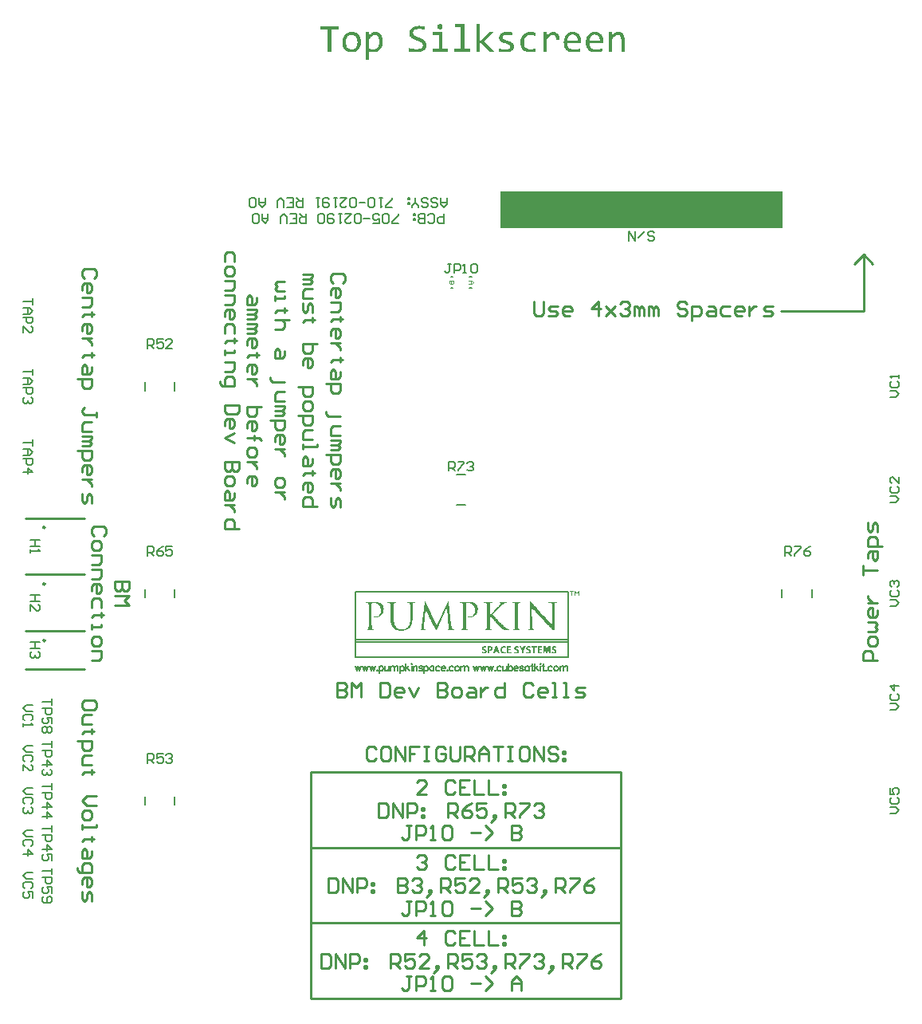
<source format=gto>
G04*
G04 #@! TF.GenerationSoftware,Altium Limited,Altium Designer,20.0.10 (225)*
G04*
G04 Layer_Color=65535*
%FSLAX25Y25*%
%MOIN*%
G70*
G01*
G75*
%ADD10C,0.01000*%
%ADD11C,0.00787*%
%ADD12C,0.00800*%
%ADD13C,0.00394*%
%ADD14C,0.00600*%
%ADD15R,1.18110X0.15748*%
G36*
X166565Y-3623D02*
X166617Y-3641D01*
X166635D01*
X166653Y-3658D01*
X166670Y-3694D01*
X166688Y-3746D01*
Y-3764D01*
X166670Y-3782D01*
X166635Y-3817D01*
X166617D01*
X166565Y-3834D01*
X166477D01*
X166371Y-3852D01*
X166353D01*
X166318Y-3870D01*
X166265D01*
X166178Y-3887D01*
X166160D01*
X166125Y-3905D01*
X166072Y-3922D01*
X166002Y-3940D01*
X165861Y-4028D01*
X165791Y-4081D01*
X165738Y-4151D01*
Y-4169D01*
X165720Y-4186D01*
X165703Y-4239D01*
X165685Y-4309D01*
X165650Y-4397D01*
X165632Y-4503D01*
X165615Y-4626D01*
X165597Y-4767D01*
Y-4784D01*
Y-4802D01*
Y-4820D01*
Y-4837D01*
Y-4890D01*
X165579Y-4960D01*
Y-5066D01*
Y-5206D01*
X165562Y-5382D01*
Y-5576D01*
Y-5787D01*
Y-5822D01*
Y-5910D01*
Y-5980D01*
Y-6068D01*
Y-6174D01*
Y-6297D01*
Y-6455D01*
Y-6631D01*
Y-6825D01*
Y-7036D01*
Y-7265D01*
Y-7528D01*
Y-7827D01*
Y-8144D01*
Y-10888D01*
Y-10906D01*
Y-10941D01*
Y-10994D01*
Y-11082D01*
Y-11169D01*
Y-11293D01*
Y-11556D01*
Y-11873D01*
Y-12207D01*
Y-12559D01*
Y-12911D01*
Y-12928D01*
Y-12946D01*
Y-13052D01*
X165579Y-13210D01*
Y-13403D01*
Y-13632D01*
X165597Y-13861D01*
X165615Y-14089D01*
X165632Y-14283D01*
Y-14300D01*
Y-14336D01*
X165650Y-14406D01*
X165667Y-14494D01*
X165720Y-14670D01*
X165791Y-14863D01*
Y-14881D01*
X165808Y-14898D01*
X165896Y-14987D01*
X165949Y-15039D01*
X166037Y-15074D01*
X166125Y-15110D01*
X166248Y-15145D01*
X166265D01*
X166301Y-15162D01*
X166389Y-15180D01*
X166547D01*
X166600Y-15198D01*
X166670D01*
X166758Y-15215D01*
X166987D01*
X167022Y-15233D01*
X167040Y-15250D01*
X167057Y-15268D01*
X167075Y-15303D01*
Y-15338D01*
X167040Y-15356D01*
X167004Y-15373D01*
X166969D01*
X166916Y-15391D01*
X166195D01*
X166019Y-15373D01*
X165527D01*
X165421Y-15356D01*
X164454D01*
X164278Y-15373D01*
X163574D01*
X163469Y-15391D01*
X163240D01*
X163187Y-15373D01*
X163170Y-15356D01*
X163152Y-15338D01*
X163135Y-15303D01*
Y-15285D01*
X163152Y-15250D01*
X163187Y-15233D01*
X163258Y-15215D01*
X163363D01*
X163398Y-15198D01*
X163504D01*
X163522Y-15180D01*
X163627D01*
X163645Y-15162D01*
X163715Y-15145D01*
X163733D01*
X163750Y-15127D01*
X163856Y-15092D01*
X163961Y-15004D01*
X164032Y-14863D01*
Y-14846D01*
X164049Y-14828D01*
X164067Y-14775D01*
X164084Y-14705D01*
X164137Y-14529D01*
X164172Y-14283D01*
Y-14265D01*
X164190Y-14195D01*
Y-14072D01*
X164207Y-13931D01*
X164225Y-13738D01*
Y-13491D01*
X164243Y-13228D01*
Y-12911D01*
Y-12893D01*
Y-12876D01*
Y-12823D01*
Y-12753D01*
Y-12559D01*
X164260Y-12313D01*
Y-12014D01*
Y-11680D01*
Y-11293D01*
Y-10888D01*
Y-8126D01*
Y-8109D01*
Y-8056D01*
Y-7968D01*
Y-7845D01*
Y-7704D01*
Y-7546D01*
Y-7176D01*
Y-6790D01*
Y-6403D01*
Y-6227D01*
Y-6051D01*
Y-5910D01*
Y-5787D01*
Y-5752D01*
Y-5681D01*
Y-5576D01*
Y-5435D01*
X164243Y-5119D01*
Y-4960D01*
X164225Y-4820D01*
Y-4802D01*
Y-4784D01*
Y-4767D01*
Y-4749D01*
Y-4696D01*
X164207Y-4626D01*
Y-4538D01*
X164155Y-4344D01*
X164120Y-4257D01*
X164084Y-4169D01*
Y-4151D01*
X164067Y-4134D01*
X163996Y-4045D01*
X163873Y-3958D01*
X163697Y-3887D01*
X163627D01*
X163609Y-3870D01*
X163539D01*
X163486Y-3852D01*
X163346D01*
X163310Y-3834D01*
X163170D01*
X163117Y-3817D01*
X163099Y-3799D01*
X163082Y-3746D01*
Y-3729D01*
Y-3694D01*
X163099Y-3658D01*
X163135Y-3641D01*
X163152D01*
X163187Y-3623D01*
X163240Y-3606D01*
X163856D01*
X163979Y-3623D01*
X164313D01*
X164419Y-3641D01*
X164559D01*
X164700Y-3658D01*
X165157D01*
X165245Y-3641D01*
X165368D01*
X165527Y-3623D01*
X166178D01*
X166248Y-3606D01*
X166512D01*
X166565Y-3623D01*
D02*
G37*
G36*
X160953D02*
X161006Y-3641D01*
X161024D01*
X161041Y-3658D01*
X161059Y-3676D01*
X161076Y-3729D01*
Y-3764D01*
X161041Y-3817D01*
X161006D01*
X160971Y-3834D01*
X160813D01*
X160707Y-3852D01*
X160566Y-3870D01*
X160531D01*
X160461Y-3905D01*
X160338Y-3940D01*
X160179Y-3993D01*
X160144Y-4010D01*
X160091Y-4028D01*
X160074D01*
X160039Y-4045D01*
X160021D01*
X160003Y-4063D01*
X159915Y-4116D01*
X159775Y-4186D01*
X159634Y-4274D01*
X159599Y-4292D01*
X159529Y-4344D01*
X159405Y-4415D01*
X159282Y-4520D01*
X159247Y-4556D01*
X159159Y-4626D01*
X159019Y-4749D01*
X158860Y-4907D01*
X158843Y-4925D01*
X158825Y-4943D01*
X158719Y-5048D01*
X158544Y-5206D01*
X158350Y-5400D01*
X158315Y-5435D01*
X158280Y-5470D01*
X158209Y-5523D01*
X158121Y-5611D01*
X158016Y-5734D01*
X157875Y-5857D01*
X157699Y-6033D01*
X157682Y-6051D01*
X157611Y-6121D01*
X157506Y-6209D01*
X157383Y-6332D01*
X157224Y-6491D01*
X157048Y-6666D01*
X156644Y-7071D01*
X156626Y-7089D01*
X156538Y-7176D01*
X156433Y-7282D01*
X156292Y-7423D01*
X156116Y-7599D01*
X155940Y-7775D01*
X155553Y-8162D01*
X155536Y-8179D01*
X155465Y-8249D01*
X155377Y-8337D01*
X155289Y-8425D01*
X155078Y-8654D01*
X154990Y-8742D01*
X154920Y-8812D01*
X154955Y-8848D01*
X155008Y-8900D01*
X155078Y-8988D01*
X155184Y-9094D01*
X155324Y-9235D01*
X155500Y-9428D01*
X155711Y-9657D01*
X155747Y-9692D01*
X155817Y-9780D01*
X155958Y-9903D01*
X156134Y-10079D01*
X156345Y-10308D01*
X156573Y-10554D01*
X156837Y-10818D01*
X157101Y-11099D01*
X157136Y-11134D01*
X157224Y-11222D01*
X157347Y-11345D01*
X157506Y-11521D01*
X157699Y-11715D01*
X157910Y-11943D01*
X158368Y-12401D01*
X158403Y-12418D01*
X158473Y-12489D01*
X158579Y-12594D01*
X158702Y-12735D01*
X158983Y-12999D01*
X159106Y-13122D01*
X159212Y-13228D01*
X159247Y-13263D01*
X159318Y-13333D01*
X159441Y-13439D01*
X159599Y-13579D01*
X159933Y-13896D01*
X160091Y-14037D01*
X160250Y-14177D01*
X160267Y-14195D01*
X160320Y-14230D01*
X160390Y-14300D01*
X160478Y-14371D01*
X160689Y-14529D01*
X160936Y-14687D01*
X160953Y-14705D01*
X161006Y-14740D01*
X161076Y-14793D01*
X161147Y-14846D01*
X161164D01*
X161235Y-14881D01*
X161305Y-14916D01*
X161411Y-14951D01*
X161428D01*
X161463Y-14969D01*
X161481Y-14987D01*
X161534Y-15004D01*
X161551Y-15022D01*
X161604Y-15039D01*
X161622Y-15057D01*
X161674Y-15074D01*
X161692D01*
X161727Y-15092D01*
X161780D01*
X161850Y-15110D01*
X162009Y-15145D01*
X162185Y-15180D01*
X162220D01*
X162325Y-15198D01*
X162431Y-15215D01*
X162554D01*
X162642Y-15233D01*
X162660D01*
X162677Y-15250D01*
X162695Y-15268D01*
X162712Y-15303D01*
Y-15338D01*
X162677Y-15356D01*
X162642Y-15373D01*
X162589D01*
X162501Y-15391D01*
X160883D01*
X160742Y-15373D01*
X160707D01*
X160601Y-15356D01*
X160355D01*
X160267Y-15338D01*
X160056Y-15303D01*
X159828Y-15250D01*
X159810D01*
X159775Y-15233D01*
X159722Y-15215D01*
X159669Y-15180D01*
X159493Y-15092D01*
X159300Y-14969D01*
X159265Y-14951D01*
X159194Y-14898D01*
X159089Y-14828D01*
X158966Y-14740D01*
X158931Y-14723D01*
X158860Y-14652D01*
X158737Y-14547D01*
X158596Y-14441D01*
X158579Y-14424D01*
X158544Y-14388D01*
X158473Y-14336D01*
X158385Y-14248D01*
X158245Y-14125D01*
X158086Y-13966D01*
X157893Y-13773D01*
X157646Y-13526D01*
X157611Y-13491D01*
X157523Y-13403D01*
X157400Y-13263D01*
X157224Y-13069D01*
X157013Y-12841D01*
X156767Y-12594D01*
X156503Y-12313D01*
X156222Y-12014D01*
Y-11996D01*
X156186Y-11979D01*
X156134Y-11926D01*
Y-11908D01*
X156116Y-11891D01*
X156063Y-11838D01*
Y-11820D01*
X156028Y-11803D01*
X155940Y-11697D01*
X155799Y-11556D01*
X155624Y-11363D01*
X155412Y-11134D01*
X155201Y-10888D01*
X154727Y-10378D01*
X154691Y-10343D01*
X154621Y-10272D01*
X154515Y-10149D01*
X154392Y-9991D01*
X154093Y-9657D01*
X153953Y-9498D01*
X153847Y-9358D01*
X153759D01*
Y-10888D01*
Y-10906D01*
Y-10941D01*
Y-10994D01*
Y-11082D01*
Y-11187D01*
Y-11293D01*
Y-11574D01*
Y-11891D01*
Y-12225D01*
Y-12577D01*
Y-12911D01*
Y-12928D01*
Y-12946D01*
Y-13052D01*
X153777Y-13210D01*
Y-13403D01*
X153794Y-13632D01*
X153812Y-13861D01*
X153829Y-14089D01*
X153847Y-14283D01*
Y-14300D01*
Y-14336D01*
X153865Y-14406D01*
X153882Y-14494D01*
X153917Y-14670D01*
X153988Y-14863D01*
Y-14881D01*
X154005Y-14898D01*
X154093Y-14987D01*
X154146Y-15039D01*
X154234Y-15074D01*
X154322Y-15110D01*
X154445Y-15145D01*
X154463D01*
X154515Y-15162D01*
X154621D01*
X154674Y-15180D01*
X154762D01*
X154850Y-15198D01*
X154938D01*
X154990Y-15215D01*
X155113D01*
X155149Y-15233D01*
X155166Y-15250D01*
X155184Y-15268D01*
Y-15303D01*
Y-15338D01*
X155149Y-15356D01*
X155113Y-15373D01*
X155078D01*
X155025Y-15391D01*
X154322D01*
X154164Y-15373D01*
X153935D01*
X153794Y-15356D01*
X152686D01*
X152528Y-15373D01*
X151842D01*
X151736Y-15391D01*
X151507D01*
X151455Y-15373D01*
X151437Y-15356D01*
X151420Y-15338D01*
X151402Y-15303D01*
Y-15285D01*
X151420Y-15250D01*
X151455Y-15233D01*
X151525Y-15215D01*
X151631D01*
X151666Y-15198D01*
X151771D01*
X151789Y-15180D01*
X151894D01*
X151912Y-15162D01*
X151982Y-15145D01*
X152000D01*
X152018Y-15127D01*
X152123Y-15092D01*
X152229Y-15004D01*
X152299Y-14863D01*
Y-14846D01*
X152317Y-14828D01*
X152334Y-14775D01*
X152352Y-14705D01*
X152405Y-14529D01*
X152440Y-14283D01*
Y-14265D01*
X152457Y-14195D01*
Y-14072D01*
X152475Y-13931D01*
X152493Y-13738D01*
Y-13491D01*
X152510Y-13228D01*
Y-12911D01*
Y-12893D01*
Y-12876D01*
Y-12823D01*
Y-12753D01*
Y-12559D01*
X152528Y-12313D01*
Y-12014D01*
Y-11680D01*
Y-11293D01*
Y-10888D01*
Y-8126D01*
Y-8109D01*
Y-8056D01*
Y-7968D01*
Y-7845D01*
Y-7704D01*
Y-7546D01*
Y-7176D01*
Y-6790D01*
Y-6403D01*
Y-6227D01*
Y-6051D01*
Y-5910D01*
Y-5787D01*
Y-5752D01*
Y-5681D01*
Y-5576D01*
Y-5435D01*
X152510Y-5119D01*
Y-4960D01*
X152493Y-4820D01*
Y-4802D01*
Y-4784D01*
Y-4767D01*
Y-4749D01*
Y-4696D01*
X152475Y-4626D01*
Y-4538D01*
X152422Y-4344D01*
X152387Y-4257D01*
X152334Y-4169D01*
Y-4151D01*
X152317Y-4134D01*
X152281Y-4098D01*
X152229Y-4045D01*
X152158Y-4010D01*
X152070Y-3958D01*
X151965Y-3922D01*
X151824Y-3887D01*
X151806D01*
X151789Y-3870D01*
X151666D01*
X151648Y-3852D01*
X151525D01*
X151507Y-3834D01*
X151261D01*
X151191Y-3817D01*
X151173Y-3799D01*
X151156Y-3746D01*
Y-3729D01*
Y-3694D01*
X151173Y-3658D01*
X151208Y-3641D01*
X151226D01*
X151261Y-3623D01*
X151332Y-3606D01*
X151965D01*
X152070Y-3623D01*
X152545D01*
X152651Y-3641D01*
X152774D01*
X152915Y-3658D01*
X153390D01*
X153478Y-3641D01*
X153601D01*
X153759Y-3623D01*
X154375D01*
X154445Y-3606D01*
X154709D01*
X154762Y-3623D01*
X154814Y-3641D01*
X154832D01*
X154850Y-3658D01*
X154867Y-3694D01*
X154885Y-3746D01*
Y-3764D01*
X154850Y-3817D01*
X154832D01*
X154762Y-3834D01*
X154674D01*
X154568Y-3852D01*
X154551D01*
X154515Y-3870D01*
X154463D01*
X154375Y-3887D01*
X154357D01*
X154322Y-3905D01*
X154269Y-3922D01*
X154199Y-3940D01*
X154058Y-4028D01*
X153988Y-4081D01*
X153935Y-4151D01*
Y-4169D01*
X153917Y-4186D01*
X153900Y-4239D01*
X153882Y-4309D01*
X153847Y-4397D01*
X153829Y-4503D01*
X153812Y-4626D01*
X153794Y-4767D01*
Y-4784D01*
Y-4802D01*
Y-4820D01*
Y-4837D01*
Y-4890D01*
X153777Y-4960D01*
Y-5066D01*
Y-5206D01*
X153759Y-5382D01*
Y-5576D01*
Y-5787D01*
Y-5822D01*
Y-5910D01*
Y-5980D01*
Y-6068D01*
Y-6174D01*
Y-6297D01*
Y-6455D01*
Y-6631D01*
Y-6825D01*
Y-7036D01*
Y-7265D01*
Y-7528D01*
Y-7827D01*
Y-8144D01*
Y-9076D01*
X153829D01*
X153847Y-9041D01*
X153900Y-9006D01*
X153953Y-8935D01*
X154041Y-8848D01*
X154146Y-8742D01*
X154304Y-8584D01*
X154480Y-8390D01*
X154498Y-8373D01*
X154586Y-8285D01*
X154691Y-8179D01*
X154850Y-8021D01*
X155025Y-7845D01*
X155237Y-7634D01*
X155448Y-7405D01*
X155694Y-7159D01*
X155711Y-7124D01*
X155782Y-7053D01*
X155905Y-6948D01*
X156046Y-6790D01*
X156204Y-6631D01*
X156380Y-6438D01*
X156767Y-6051D01*
X156784Y-6033D01*
X156855Y-5963D01*
X156943Y-5875D01*
X157048Y-5752D01*
X157295Y-5505D01*
X157400Y-5400D01*
X157488Y-5294D01*
X157506Y-5277D01*
X157541Y-5242D01*
X157594Y-5171D01*
X157682Y-5083D01*
X157858Y-4890D01*
X158051Y-4679D01*
X158069Y-4661D01*
X158086Y-4626D01*
X158139Y-4573D01*
X158192Y-4503D01*
X158280Y-4344D01*
X158297Y-4257D01*
X158315Y-4169D01*
Y-4151D01*
Y-4081D01*
X158297Y-4028D01*
X158262Y-3958D01*
X158245Y-3940D01*
X158227Y-3922D01*
X158121Y-3852D01*
X158104D01*
X158086Y-3834D01*
X158016Y-3799D01*
X157998Y-3782D01*
X157981Y-3729D01*
Y-3711D01*
Y-3694D01*
X157998Y-3658D01*
X158033Y-3641D01*
X158051D01*
X158069Y-3623D01*
X158174Y-3606D01*
X158332D01*
X158438Y-3623D01*
X158755D01*
X158790Y-3641D01*
X159019D01*
X159106Y-3658D01*
X159581D01*
X159669Y-3641D01*
X159792D01*
X159968Y-3623D01*
X160566D01*
X160637Y-3606D01*
X160901D01*
X160953Y-3623D01*
D02*
G37*
G36*
X145633D02*
X145861Y-3641D01*
X146107Y-3676D01*
X146336Y-3711D01*
X146565Y-3764D01*
X146582D01*
X146653Y-3782D01*
X146758Y-3817D01*
X146899Y-3852D01*
X147180Y-3958D01*
X147339Y-4028D01*
X147462Y-4098D01*
X147479D01*
X147497Y-4116D01*
X147585Y-4169D01*
X147690Y-4257D01*
X147796Y-4344D01*
X147814Y-4362D01*
X147884Y-4397D01*
X147937Y-4450D01*
X148007Y-4503D01*
X148025D01*
X148042Y-4538D01*
X148095Y-4608D01*
X148113D01*
X148130Y-4626D01*
X148201Y-4714D01*
X148218Y-4732D01*
X148236Y-4767D01*
X148271Y-4820D01*
X148324Y-4907D01*
X148394Y-5013D01*
X148465Y-5136D01*
X148535Y-5277D01*
X148605Y-5435D01*
X148623Y-5453D01*
X148640Y-5505D01*
X148676Y-5593D01*
X148711Y-5717D01*
X148746Y-5840D01*
X148764Y-5998D01*
X148799Y-6174D01*
Y-6367D01*
Y-6385D01*
Y-6438D01*
Y-6526D01*
X148781Y-6649D01*
X148764Y-6790D01*
X148746Y-6948D01*
X148711Y-7124D01*
X148658Y-7317D01*
X148535Y-7757D01*
X148447Y-7968D01*
X148341Y-8197D01*
X148218Y-8425D01*
X148060Y-8636D01*
X147902Y-8865D01*
X147708Y-9059D01*
X147690Y-9076D01*
X147655Y-9094D01*
X147602Y-9147D01*
X147515Y-9217D01*
X147409Y-9287D01*
X147268Y-9375D01*
X147128Y-9481D01*
X146952Y-9569D01*
X146758Y-9657D01*
X146547Y-9762D01*
X146336Y-9850D01*
X146090Y-9921D01*
X145826Y-9991D01*
X145545Y-10026D01*
X145246Y-10061D01*
X144947Y-10079D01*
X144595D01*
X144560Y-10061D01*
X144489Y-10044D01*
X144472Y-10026D01*
X144454Y-9956D01*
Y-9938D01*
X144472Y-9903D01*
X144489Y-9868D01*
X144542Y-9850D01*
X144560D01*
X144612Y-9833D01*
X144718Y-9815D01*
X144982D01*
X145070Y-9797D01*
X145158D01*
X145281Y-9780D01*
X145545Y-9727D01*
X145844Y-9639D01*
X146160Y-9516D01*
X146494Y-9340D01*
X146793Y-9094D01*
X146811Y-9076D01*
X146829Y-9059D01*
X146916Y-8953D01*
X147040Y-8795D01*
X147198Y-8584D01*
X147339Y-8320D01*
X147462Y-8003D01*
X147550Y-7651D01*
X147585Y-7458D01*
Y-7265D01*
Y-7247D01*
Y-7212D01*
Y-7159D01*
Y-7071D01*
X147567Y-6965D01*
X147550Y-6842D01*
X147532Y-6702D01*
X147515Y-6543D01*
Y-6526D01*
X147497Y-6455D01*
X147479Y-6367D01*
X147462Y-6244D01*
X147427Y-6103D01*
X147374Y-5945D01*
X147303Y-5769D01*
X147216Y-5593D01*
X147198Y-5558D01*
X147163Y-5488D01*
X147092Y-5365D01*
X147004Y-5224D01*
Y-5206D01*
X146987Y-5189D01*
X146916Y-5101D01*
X146829Y-4995D01*
X146705Y-4872D01*
X146688Y-4855D01*
X146635Y-4802D01*
X146565Y-4732D01*
X146477Y-4661D01*
X146459Y-4644D01*
X146406Y-4608D01*
X146336Y-4556D01*
X146266Y-4503D01*
X146248Y-4485D01*
X146178Y-4450D01*
X146090Y-4397D01*
X145967Y-4327D01*
X145826Y-4257D01*
X145668Y-4204D01*
X145509Y-4151D01*
X145333Y-4134D01*
X145316D01*
X145263Y-4116D01*
X145175D01*
X145087Y-4098D01*
X144859Y-4081D01*
X144436D01*
X144331Y-4098D01*
X144190Y-4116D01*
X144155D01*
X144085Y-4134D01*
X143997Y-4151D01*
X143891Y-4169D01*
X143856Y-4186D01*
X143838Y-4221D01*
X143803Y-4274D01*
Y-4292D01*
X143786Y-4327D01*
X143768Y-4380D01*
Y-4468D01*
Y-10888D01*
Y-10906D01*
Y-10941D01*
Y-10994D01*
Y-11082D01*
Y-11169D01*
Y-11293D01*
Y-11556D01*
Y-11873D01*
Y-12207D01*
Y-12559D01*
Y-12911D01*
Y-12928D01*
Y-12946D01*
Y-13052D01*
X143786Y-13210D01*
Y-13403D01*
X143803Y-13632D01*
X143821Y-13861D01*
X143838Y-14089D01*
X143856Y-14283D01*
Y-14300D01*
Y-14336D01*
X143874Y-14406D01*
Y-14494D01*
X143926Y-14670D01*
X143997Y-14863D01*
Y-14881D01*
X144014Y-14898D01*
X144102Y-14987D01*
X144155Y-15039D01*
X144243Y-15074D01*
X144331Y-15110D01*
X144454Y-15145D01*
X144472D01*
X144507Y-15162D01*
X144595Y-15180D01*
X144753D01*
X144806Y-15198D01*
X144894D01*
X144982Y-15215D01*
X145210D01*
X145246Y-15233D01*
X145263Y-15250D01*
X145281Y-15268D01*
Y-15303D01*
Y-15338D01*
X145246Y-15356D01*
X145210Y-15373D01*
X145175D01*
X145122Y-15391D01*
X144401D01*
X144225Y-15373D01*
X143733D01*
X143627Y-15356D01*
X142695D01*
X142519Y-15373D01*
X142132D01*
X142026Y-15391D01*
X141481D01*
X141428Y-15373D01*
X141411Y-15356D01*
X141393Y-15338D01*
X141376Y-15303D01*
Y-15285D01*
X141393Y-15250D01*
X141428Y-15233D01*
X141499Y-15215D01*
X141604D01*
X141639Y-15198D01*
X141745D01*
X141763Y-15180D01*
X141868D01*
X141886Y-15162D01*
X141956Y-15145D01*
X141974D01*
X141991Y-15127D01*
X142097Y-15092D01*
X142202Y-15004D01*
X142273Y-14863D01*
Y-14846D01*
X142290Y-14828D01*
X142308Y-14775D01*
X142325Y-14705D01*
X142378Y-14529D01*
X142413Y-14283D01*
Y-14265D01*
X142431Y-14195D01*
Y-14072D01*
X142449Y-13931D01*
X142466Y-13738D01*
Y-13491D01*
X142484Y-13228D01*
Y-12911D01*
Y-12893D01*
Y-12876D01*
Y-12823D01*
Y-12753D01*
Y-12559D01*
X142501Y-12313D01*
Y-12014D01*
Y-11680D01*
Y-11293D01*
Y-10888D01*
Y-8126D01*
Y-8109D01*
Y-8056D01*
Y-7968D01*
Y-7845D01*
Y-7704D01*
Y-7546D01*
Y-7176D01*
Y-6790D01*
Y-6403D01*
Y-6227D01*
Y-6051D01*
Y-5910D01*
Y-5787D01*
Y-5752D01*
Y-5681D01*
Y-5576D01*
Y-5435D01*
X142484Y-5119D01*
Y-4960D01*
X142466Y-4820D01*
Y-4802D01*
Y-4784D01*
Y-4767D01*
Y-4749D01*
Y-4696D01*
X142449Y-4626D01*
Y-4538D01*
X142396Y-4344D01*
X142361Y-4257D01*
X142308Y-4169D01*
Y-4151D01*
X142290Y-4134D01*
X142255Y-4098D01*
X142202Y-4045D01*
X142132Y-4010D01*
X142044Y-3958D01*
X141939Y-3922D01*
X141798Y-3887D01*
X141780D01*
X141763Y-3870D01*
X141639D01*
X141622Y-3852D01*
X141499D01*
X141481Y-3834D01*
X141235D01*
X141165Y-3817D01*
X141147Y-3799D01*
X141129Y-3746D01*
Y-3729D01*
Y-3694D01*
X141147Y-3658D01*
X141182Y-3641D01*
X141200D01*
X141235Y-3623D01*
X141305Y-3606D01*
X141991D01*
X142079Y-3623D01*
X142537D01*
X142642Y-3641D01*
X142783D01*
X142924Y-3658D01*
X143539D01*
X143645Y-3641D01*
X143803D01*
X143997Y-3623D01*
X144454D01*
X144560Y-3606D01*
X145421D01*
X145633Y-3623D01*
D02*
G37*
G36*
X122449Y-3623D02*
X122502Y-3641D01*
X122519D01*
X122537Y-3658D01*
X122554Y-3694D01*
X122572Y-3746D01*
Y-3764D01*
X122537Y-3817D01*
X122519D01*
X122449Y-3834D01*
X122361D01*
X122255Y-3852D01*
X122203D01*
X122150Y-3870D01*
X122062Y-3887D01*
X122044D01*
X122009Y-3905D01*
X121956Y-3922D01*
X121886Y-3940D01*
X121745Y-4028D01*
X121675Y-4081D01*
X121622Y-4151D01*
Y-4169D01*
X121605Y-4186D01*
X121587Y-4239D01*
X121569Y-4309D01*
X121534Y-4397D01*
X121517Y-4503D01*
X121499Y-4626D01*
X121481Y-4767D01*
Y-4784D01*
Y-4802D01*
Y-4820D01*
Y-4837D01*
Y-4890D01*
X121464Y-4960D01*
Y-5066D01*
Y-5206D01*
X121446Y-5382D01*
Y-5576D01*
Y-5787D01*
Y-5822D01*
Y-5910D01*
Y-5980D01*
Y-6068D01*
Y-6174D01*
Y-6297D01*
Y-6455D01*
Y-6631D01*
Y-6825D01*
Y-7036D01*
Y-7265D01*
Y-7528D01*
Y-7827D01*
Y-8144D01*
Y-9798D01*
Y-9815D01*
Y-9850D01*
Y-9903D01*
Y-9956D01*
Y-10132D01*
X121429Y-10325D01*
Y-10343D01*
Y-10360D01*
Y-10413D01*
Y-10484D01*
Y-10642D01*
Y-10835D01*
Y-10853D01*
Y-10888D01*
Y-10941D01*
X121411Y-11011D01*
Y-11099D01*
X121393Y-11205D01*
X121358Y-11468D01*
X121306Y-11767D01*
X121235Y-12119D01*
X121165Y-12471D01*
X121059Y-12841D01*
Y-12858D01*
X121042Y-12876D01*
X121024Y-12928D01*
X121007Y-12999D01*
X120919Y-13175D01*
X120813Y-13403D01*
X120672Y-13667D01*
X120496Y-13949D01*
X120285Y-14230D01*
X120021Y-14494D01*
X120004Y-14512D01*
X119933Y-14564D01*
X119845Y-14635D01*
X119740Y-14723D01*
X119722Y-14740D01*
X119670Y-14775D01*
X119582Y-14828D01*
X119476Y-14899D01*
X119441Y-14916D01*
X119353Y-14969D01*
X119212Y-15057D01*
X119036Y-15145D01*
X118825Y-15233D01*
X118579Y-15338D01*
X118333Y-15426D01*
X118069Y-15479D01*
X118034D01*
X117946Y-15497D01*
X117823Y-15514D01*
X117647Y-15549D01*
X117453Y-15567D01*
X117242Y-15602D01*
X116802Y-15620D01*
X116679D01*
X116591Y-15602D01*
X116468D01*
X116310Y-15585D01*
X116134Y-15567D01*
X115923Y-15549D01*
X115905D01*
X115817Y-15532D01*
X115712Y-15514D01*
X115554Y-15479D01*
X115378Y-15444D01*
X115167Y-15391D01*
X114709Y-15250D01*
X114692D01*
X114656Y-15233D01*
X114604Y-15198D01*
X114516Y-15162D01*
X114340Y-15074D01*
X114111Y-14969D01*
X114094D01*
X114058Y-14934D01*
X114006Y-14899D01*
X113935Y-14846D01*
X113777Y-14705D01*
X113584Y-14529D01*
X113566Y-14512D01*
X113496Y-14424D01*
X113372Y-14300D01*
X113249Y-14142D01*
X113091Y-13931D01*
X112933Y-13685D01*
X112774Y-13386D01*
X112616Y-13069D01*
Y-13052D01*
X112598Y-13034D01*
X112581Y-12964D01*
X112563Y-12893D01*
X112528Y-12805D01*
X112493Y-12682D01*
X112458Y-12541D01*
X112423Y-12383D01*
X112387Y-12207D01*
X112352Y-12014D01*
X112317Y-11803D01*
X112282Y-11556D01*
X112264Y-11310D01*
X112247Y-11029D01*
X112229Y-10747D01*
Y-10431D01*
Y-10413D01*
Y-8126D01*
Y-8109D01*
Y-8056D01*
Y-7968D01*
Y-7845D01*
Y-7704D01*
Y-7546D01*
Y-7176D01*
Y-6790D01*
Y-6403D01*
Y-6227D01*
Y-6051D01*
Y-5910D01*
Y-5787D01*
Y-5752D01*
Y-5681D01*
Y-5576D01*
Y-5435D01*
X112212Y-5119D01*
Y-4960D01*
X112194Y-4820D01*
Y-4802D01*
Y-4784D01*
Y-4767D01*
Y-4749D01*
Y-4696D01*
X112176Y-4626D01*
Y-4538D01*
X112124Y-4345D01*
X112088Y-4257D01*
X112036Y-4169D01*
Y-4151D01*
X112018Y-4134D01*
X111983Y-4098D01*
X111930Y-4045D01*
X111860Y-4010D01*
X111772Y-3958D01*
X111666Y-3922D01*
X111525Y-3887D01*
X111508D01*
X111490Y-3870D01*
X111367D01*
X111349Y-3852D01*
X111226D01*
X111209Y-3834D01*
X110963D01*
X110892Y-3817D01*
X110875Y-3799D01*
X110857Y-3746D01*
Y-3729D01*
Y-3694D01*
X110875Y-3658D01*
X110910Y-3641D01*
X110927D01*
X110963Y-3623D01*
X111033Y-3606D01*
X111737D01*
X111825Y-3623D01*
X112282D01*
X112387Y-3641D01*
X112528D01*
X112669Y-3658D01*
X113161D01*
X113249Y-3641D01*
X113390D01*
X113566Y-3623D01*
X114181D01*
X114252Y-3606D01*
X114516D01*
X114586Y-3623D01*
X114639Y-3641D01*
X114656D01*
X114674Y-3658D01*
X114692Y-3694D01*
X114709Y-3746D01*
Y-3764D01*
X114692Y-3782D01*
X114656Y-3817D01*
X114639D01*
X114568Y-3834D01*
X114481D01*
X114375Y-3852D01*
X114357D01*
X114322Y-3870D01*
X114269D01*
X114181Y-3887D01*
X114129D01*
X114023Y-3940D01*
X113883Y-4010D01*
X113812Y-4081D01*
X113759Y-4151D01*
Y-4169D01*
X113742Y-4186D01*
X113724Y-4239D01*
X113689Y-4309D01*
X113671Y-4397D01*
X113636Y-4503D01*
X113619Y-4626D01*
X113601Y-4767D01*
Y-4784D01*
Y-4802D01*
Y-4820D01*
Y-4837D01*
Y-4890D01*
Y-4960D01*
Y-5066D01*
X113584Y-5206D01*
Y-5382D01*
Y-5576D01*
Y-5787D01*
Y-5822D01*
Y-5910D01*
Y-5980D01*
Y-6068D01*
Y-6174D01*
Y-6297D01*
Y-6455D01*
Y-6631D01*
Y-6825D01*
Y-7036D01*
Y-7265D01*
Y-7528D01*
Y-7827D01*
Y-8144D01*
Y-10325D01*
Y-10343D01*
Y-10396D01*
Y-10484D01*
Y-10607D01*
X113601Y-10747D01*
Y-10906D01*
X113619Y-11275D01*
X113671Y-11680D01*
X113724Y-12102D01*
X113812Y-12506D01*
X113865Y-12682D01*
X113918Y-12858D01*
Y-12876D01*
X113935Y-12893D01*
X113970Y-12999D01*
X114058Y-13157D01*
X114146Y-13333D01*
X114269Y-13562D01*
X114410Y-13773D01*
X114568Y-14002D01*
X114744Y-14195D01*
X114762Y-14212D01*
X114832Y-14283D01*
X114920Y-14353D01*
X115026Y-14441D01*
X115043Y-14459D01*
X115114Y-14512D01*
X115202Y-14564D01*
X115307Y-14635D01*
X115325Y-14652D01*
X115378Y-14670D01*
X115466Y-14723D01*
X115571Y-14775D01*
X115712Y-14828D01*
X115853Y-14881D01*
X116169Y-14969D01*
X116187D01*
X116240Y-14987D01*
X116328Y-15004D01*
X116451D01*
X116591Y-15022D01*
X116750Y-15039D01*
X117102Y-15057D01*
X117225D01*
X117365Y-15039D01*
X117541Y-15022D01*
X117752Y-14987D01*
X117981Y-14916D01*
X118227Y-14846D01*
X118473Y-14740D01*
X118509Y-14723D01*
X118579Y-14687D01*
X118702Y-14617D01*
X118860Y-14512D01*
X119036Y-14406D01*
X119212Y-14265D01*
X119388Y-14107D01*
X119564Y-13931D01*
X119582Y-13896D01*
X119652Y-13808D01*
X119740Y-13667D01*
X119863Y-13474D01*
X119986Y-13228D01*
X120092Y-12946D01*
X120197Y-12629D01*
X120285Y-12278D01*
Y-12260D01*
X120303Y-12225D01*
Y-12172D01*
X120320Y-12102D01*
X120338Y-12014D01*
X120356Y-11908D01*
X120391Y-11627D01*
X120426Y-11310D01*
X120444Y-10941D01*
X120479Y-10536D01*
Y-10097D01*
Y-8126D01*
Y-8109D01*
Y-8056D01*
Y-7968D01*
Y-7845D01*
Y-7704D01*
Y-7546D01*
Y-7176D01*
Y-6790D01*
Y-6403D01*
Y-6227D01*
Y-6051D01*
Y-5910D01*
Y-5787D01*
Y-5752D01*
Y-5681D01*
Y-5576D01*
Y-5435D01*
X120461Y-5119D01*
Y-4960D01*
X120444Y-4820D01*
Y-4802D01*
Y-4784D01*
Y-4767D01*
Y-4749D01*
Y-4696D01*
X120426Y-4626D01*
Y-4538D01*
X120373Y-4345D01*
X120338Y-4257D01*
X120285Y-4169D01*
Y-4151D01*
X120268Y-4134D01*
X120232Y-4098D01*
X120180Y-4045D01*
X120109Y-4010D01*
X120021Y-3958D01*
X119916Y-3922D01*
X119775Y-3887D01*
X119758D01*
X119740Y-3870D01*
X119617D01*
X119599Y-3852D01*
X119476D01*
X119458Y-3834D01*
X119212D01*
X119142Y-3817D01*
X119124Y-3799D01*
X119107Y-3746D01*
Y-3729D01*
Y-3694D01*
X119124Y-3658D01*
X119159Y-3641D01*
X119177D01*
X119212Y-3623D01*
X119283Y-3606D01*
X119969D01*
X120092Y-3623D01*
X120461D01*
X120567Y-3641D01*
X120690D01*
X120813Y-3658D01*
X121218D01*
X121288Y-3641D01*
X121393D01*
X121534Y-3623D01*
X121868D01*
X121939Y-3606D01*
X122396D01*
X122449Y-3623D01*
D02*
G37*
G36*
X106248D02*
X106477Y-3641D01*
X106723Y-3676D01*
X106952Y-3711D01*
X107181Y-3764D01*
X107198D01*
X107269Y-3782D01*
X107374Y-3817D01*
X107515Y-3852D01*
X107796Y-3958D01*
X107955Y-4028D01*
X108078Y-4098D01*
X108095D01*
X108113Y-4116D01*
X108201Y-4169D01*
X108307Y-4257D01*
X108412Y-4345D01*
X108430Y-4362D01*
X108500Y-4397D01*
X108553Y-4450D01*
X108623Y-4503D01*
X108641D01*
X108658Y-4538D01*
X108711Y-4608D01*
X108729D01*
X108746Y-4626D01*
X108817Y-4714D01*
X108834Y-4732D01*
X108852Y-4767D01*
X108887Y-4820D01*
X108940Y-4907D01*
X109010Y-5013D01*
X109080Y-5136D01*
X109151Y-5277D01*
X109221Y-5435D01*
X109239Y-5453D01*
X109256Y-5505D01*
X109292Y-5593D01*
X109327Y-5717D01*
X109362Y-5840D01*
X109379Y-5998D01*
X109415Y-6174D01*
Y-6367D01*
Y-6385D01*
Y-6438D01*
Y-6526D01*
X109397Y-6649D01*
X109379Y-6790D01*
X109362Y-6948D01*
X109327Y-7124D01*
X109274Y-7317D01*
X109151Y-7757D01*
X109063Y-7968D01*
X108957Y-8197D01*
X108834Y-8425D01*
X108676Y-8636D01*
X108518Y-8865D01*
X108324Y-9059D01*
X108307Y-9076D01*
X108271Y-9094D01*
X108219Y-9147D01*
X108131Y-9217D01*
X108025Y-9287D01*
X107884Y-9375D01*
X107744Y-9481D01*
X107568Y-9569D01*
X107374Y-9657D01*
X107163Y-9762D01*
X106952Y-9850D01*
X106706Y-9921D01*
X106442Y-9991D01*
X106160Y-10026D01*
X105861Y-10061D01*
X105562Y-10079D01*
X105211D01*
X105175Y-10061D01*
X105105Y-10044D01*
X105087Y-10026D01*
X105070Y-9956D01*
Y-9938D01*
X105087Y-9903D01*
X105105Y-9868D01*
X105158Y-9850D01*
X105175D01*
X105228Y-9833D01*
X105334Y-9815D01*
X105598D01*
X105686Y-9798D01*
X105773D01*
X105897Y-9780D01*
X106160Y-9727D01*
X106459Y-9639D01*
X106776Y-9516D01*
X107110Y-9340D01*
X107409Y-9094D01*
X107427Y-9076D01*
X107445Y-9059D01*
X107533Y-8953D01*
X107656Y-8795D01*
X107814Y-8584D01*
X107955Y-8320D01*
X108078Y-8003D01*
X108166Y-7651D01*
X108201Y-7458D01*
Y-7265D01*
Y-7247D01*
Y-7212D01*
Y-7159D01*
Y-7071D01*
X108183Y-6966D01*
X108166Y-6842D01*
X108148Y-6702D01*
X108131Y-6543D01*
Y-6526D01*
X108113Y-6455D01*
X108095Y-6367D01*
X108078Y-6244D01*
X108043Y-6103D01*
X107990Y-5945D01*
X107920Y-5769D01*
X107832Y-5593D01*
X107814Y-5558D01*
X107779Y-5488D01*
X107708Y-5365D01*
X107621Y-5224D01*
Y-5206D01*
X107603Y-5189D01*
X107533Y-5101D01*
X107445Y-4995D01*
X107321Y-4872D01*
X107304Y-4855D01*
X107251Y-4802D01*
X107181Y-4732D01*
X107093Y-4661D01*
X107075Y-4644D01*
X107022Y-4608D01*
X106952Y-4556D01*
X106882Y-4503D01*
X106864Y-4485D01*
X106794Y-4450D01*
X106706Y-4397D01*
X106583Y-4327D01*
X106442Y-4257D01*
X106284Y-4204D01*
X106125Y-4151D01*
X105949Y-4134D01*
X105932D01*
X105879Y-4116D01*
X105791D01*
X105703Y-4098D01*
X105474Y-4081D01*
X105052D01*
X104947Y-4098D01*
X104806Y-4116D01*
X104771D01*
X104701Y-4134D01*
X104613Y-4151D01*
X104507Y-4169D01*
X104472Y-4186D01*
X104454Y-4221D01*
X104419Y-4274D01*
Y-4292D01*
X104402Y-4327D01*
X104384Y-4380D01*
Y-4468D01*
Y-10888D01*
Y-10906D01*
Y-10941D01*
Y-10994D01*
Y-11082D01*
Y-11169D01*
Y-11293D01*
Y-11556D01*
Y-11873D01*
Y-12207D01*
Y-12559D01*
Y-12911D01*
Y-12928D01*
Y-12946D01*
Y-13052D01*
X104402Y-13210D01*
Y-13403D01*
X104419Y-13632D01*
X104437Y-13861D01*
X104454Y-14089D01*
X104472Y-14283D01*
Y-14300D01*
Y-14336D01*
X104490Y-14406D01*
Y-14494D01*
X104542Y-14670D01*
X104613Y-14863D01*
Y-14881D01*
X104630Y-14899D01*
X104718Y-14987D01*
X104771Y-15039D01*
X104859Y-15074D01*
X104947Y-15110D01*
X105070Y-15145D01*
X105087D01*
X105123Y-15162D01*
X105211Y-15180D01*
X105369D01*
X105422Y-15198D01*
X105510D01*
X105598Y-15215D01*
X105826D01*
X105861Y-15233D01*
X105879Y-15250D01*
X105897Y-15268D01*
Y-15303D01*
Y-15338D01*
X105861Y-15356D01*
X105826Y-15373D01*
X105791D01*
X105738Y-15391D01*
X105017D01*
X104841Y-15373D01*
X104349D01*
X104243Y-15356D01*
X103311D01*
X103135Y-15373D01*
X102748D01*
X102643Y-15391D01*
X102097D01*
X102044Y-15373D01*
X102027Y-15356D01*
X102009Y-15338D01*
X101992Y-15303D01*
Y-15285D01*
X102009Y-15250D01*
X102044Y-15233D01*
X102115Y-15215D01*
X102220D01*
X102255Y-15198D01*
X102361D01*
X102379Y-15180D01*
X102484D01*
X102502Y-15162D01*
X102572Y-15145D01*
X102590D01*
X102607Y-15127D01*
X102713Y-15092D01*
X102818Y-15004D01*
X102889Y-14863D01*
Y-14846D01*
X102906Y-14828D01*
X102924Y-14775D01*
X102942Y-14705D01*
X102994Y-14529D01*
X103030Y-14283D01*
Y-14265D01*
X103047Y-14195D01*
Y-14072D01*
X103065Y-13931D01*
X103082Y-13738D01*
Y-13491D01*
X103100Y-13228D01*
Y-12911D01*
Y-12893D01*
Y-12876D01*
Y-12823D01*
Y-12753D01*
Y-12559D01*
X103117Y-12313D01*
Y-12014D01*
Y-11680D01*
Y-11293D01*
Y-10888D01*
Y-8126D01*
Y-8109D01*
Y-8056D01*
Y-7968D01*
Y-7845D01*
Y-7704D01*
Y-7546D01*
Y-7176D01*
Y-6790D01*
Y-6403D01*
Y-6227D01*
Y-6051D01*
Y-5910D01*
Y-5787D01*
Y-5752D01*
Y-5681D01*
Y-5576D01*
Y-5435D01*
X103100Y-5119D01*
Y-4960D01*
X103082Y-4820D01*
Y-4802D01*
Y-4784D01*
Y-4767D01*
Y-4749D01*
Y-4696D01*
X103065Y-4626D01*
Y-4538D01*
X103012Y-4345D01*
X102977Y-4257D01*
X102924Y-4169D01*
Y-4151D01*
X102906Y-4134D01*
X102871Y-4098D01*
X102818Y-4045D01*
X102748Y-4010D01*
X102660Y-3958D01*
X102555Y-3922D01*
X102414Y-3887D01*
X102396D01*
X102379Y-3870D01*
X102255D01*
X102238Y-3852D01*
X102115D01*
X102097Y-3834D01*
X101851D01*
X101781Y-3817D01*
X101763Y-3799D01*
X101745Y-3746D01*
Y-3729D01*
Y-3694D01*
X101763Y-3658D01*
X101798Y-3641D01*
X101816D01*
X101851Y-3623D01*
X101921Y-3606D01*
X102607D01*
X102695Y-3623D01*
X103153D01*
X103258Y-3641D01*
X103399D01*
X103540Y-3658D01*
X104155D01*
X104261Y-3641D01*
X104419D01*
X104613Y-3623D01*
X105070D01*
X105175Y-3606D01*
X106037D01*
X106248Y-3623D01*
D02*
G37*
G36*
X136521Y-3430D02*
X136556Y-3447D01*
X136591Y-3518D01*
X136609Y-3535D01*
X136626Y-3588D01*
X136644Y-3694D01*
X136662Y-3834D01*
Y-3817D01*
X137717Y-13403D01*
Y-13439D01*
X137734Y-13509D01*
Y-13597D01*
X137752Y-13720D01*
Y-13738D01*
X137770Y-13808D01*
X137787Y-13914D01*
X137805Y-14019D01*
Y-14037D01*
X137822Y-14072D01*
X137840Y-14142D01*
X137858Y-14230D01*
X137928Y-14441D01*
X138034Y-14670D01*
X138051Y-14687D01*
X138069Y-14723D01*
X138174Y-14828D01*
X138333Y-14951D01*
X138561Y-15074D01*
X138579D01*
X138614Y-15092D01*
X138684Y-15110D01*
X138772Y-15127D01*
X138966Y-15162D01*
X139177Y-15198D01*
X139335D01*
X139458Y-15215D01*
X139634D01*
X139652Y-15233D01*
X139670D01*
X139687Y-15250D01*
Y-15285D01*
Y-15303D01*
X139670Y-15321D01*
X139652Y-15356D01*
X139599Y-15373D01*
X139546D01*
X139458Y-15391D01*
X139089D01*
X138966Y-15373D01*
X138315D01*
X137998Y-15356D01*
X136925D01*
X136767Y-15338D01*
X136732D01*
X136626Y-15321D01*
X136503Y-15285D01*
X136415Y-15268D01*
X136398D01*
X136380Y-15250D01*
X136345Y-15215D01*
X136327Y-15180D01*
Y-15162D01*
Y-15145D01*
X136345Y-15110D01*
X136363Y-15092D01*
X136398D01*
X136433Y-15074D01*
X136451Y-15057D01*
X136468Y-15022D01*
X136486Y-14969D01*
Y-14951D01*
X136503Y-14916D01*
Y-14846D01*
Y-14758D01*
Y-14740D01*
Y-14723D01*
Y-14635D01*
Y-14617D01*
Y-14600D01*
Y-14512D01*
X135747Y-6438D01*
X135694D01*
X131877Y-14547D01*
Y-14564D01*
X131842Y-14617D01*
X131807Y-14687D01*
X131772Y-14775D01*
X131684Y-14969D01*
X131631Y-15057D01*
X131596Y-15127D01*
X131578Y-15162D01*
X131543Y-15215D01*
X131508Y-15303D01*
X131455Y-15356D01*
X131297D01*
X131261Y-15338D01*
X131209Y-15303D01*
X131138Y-15215D01*
X131121Y-15180D01*
X131103Y-15145D01*
X131068Y-15092D01*
X131033Y-15004D01*
X130998Y-14916D01*
X130945Y-14811D01*
X130875Y-14670D01*
Y-14652D01*
X130857Y-14617D01*
X130822Y-14564D01*
X130787Y-14494D01*
X130734Y-14388D01*
X130663Y-14265D01*
X130593Y-14125D01*
X130505Y-13966D01*
X130488Y-13949D01*
X130470Y-13878D01*
X130417Y-13790D01*
X130364Y-13667D01*
X130276Y-13526D01*
X130206Y-13368D01*
X130013Y-12999D01*
X129995Y-12964D01*
X129960Y-12876D01*
X129889Y-12753D01*
X129801Y-12577D01*
X129696Y-12383D01*
X129590Y-12172D01*
X129362Y-11715D01*
X129344Y-11697D01*
X129326Y-11627D01*
X129274Y-11521D01*
X129221Y-11416D01*
X129168Y-11293D01*
X129115Y-11187D01*
X129063Y-11099D01*
X129045Y-11064D01*
X129027Y-11029D01*
X129010Y-10994D01*
X128975Y-10923D01*
X128940Y-10818D01*
X128869Y-10677D01*
X128781Y-10501D01*
X128676Y-10290D01*
X128658Y-10255D01*
X128623Y-10167D01*
X128570Y-10044D01*
X128482Y-9868D01*
X128377Y-9657D01*
X128271Y-9410D01*
X128148Y-9147D01*
X128007Y-8865D01*
Y-8848D01*
X127990Y-8830D01*
X127954Y-8742D01*
X127884Y-8584D01*
X127796Y-8390D01*
X127691Y-8179D01*
X127585Y-7933D01*
X127339Y-7440D01*
X127321Y-7405D01*
X127286Y-7335D01*
X127233Y-7212D01*
X127181Y-7089D01*
X127128Y-6948D01*
X127057Y-6807D01*
X127022Y-6702D01*
X126987Y-6614D01*
X126917Y-6596D01*
X126301Y-13843D01*
Y-13861D01*
Y-13931D01*
Y-14019D01*
X126284Y-14125D01*
Y-14142D01*
Y-14195D01*
Y-14283D01*
Y-14388D01*
Y-14424D01*
Y-14512D01*
Y-14529D01*
Y-14547D01*
Y-14652D01*
Y-14670D01*
X126301Y-14740D01*
X126336Y-14846D01*
X126389Y-14951D01*
X126407Y-14969D01*
X126477Y-15022D01*
X126565Y-15092D01*
X126688Y-15127D01*
X126723D01*
X126811Y-15162D01*
X126917Y-15180D01*
X127040Y-15198D01*
X127128D01*
X127216Y-15215D01*
X127304D01*
X127356Y-15233D01*
X127374D01*
X127392Y-15250D01*
X127409Y-15268D01*
Y-15285D01*
Y-15303D01*
Y-15321D01*
X127374Y-15356D01*
X127339Y-15373D01*
X127286D01*
X127216Y-15391D01*
X126706D01*
X126653Y-15373D01*
X126196D01*
X126108Y-15356D01*
X125263D01*
X125122Y-15373D01*
X124788D01*
X124700Y-15391D01*
X124225D01*
X124173Y-15373D01*
X124155D01*
X124137Y-15356D01*
X124120Y-15321D01*
X124102Y-15285D01*
Y-15268D01*
X124137Y-15233D01*
X124155D01*
X124173Y-15215D01*
X124489D01*
X124542Y-15198D01*
X124612Y-15180D01*
X124718Y-15162D01*
X124735D01*
X124771Y-15145D01*
X124841Y-15127D01*
X124911Y-15074D01*
X124999Y-15022D01*
X125070Y-14951D01*
X125140Y-14846D01*
X125193Y-14723D01*
Y-14705D01*
X125210Y-14652D01*
X125228Y-14582D01*
X125246Y-14476D01*
X125281Y-14371D01*
X125298Y-14230D01*
X125351Y-13931D01*
Y-13914D01*
Y-13896D01*
Y-13878D01*
Y-13861D01*
X126459Y-3676D01*
Y-3658D01*
X126477Y-3606D01*
X126530Y-3500D01*
X126547Y-3483D01*
X126565Y-3447D01*
X126600Y-3430D01*
X126635Y-3412D01*
X126670D01*
X126723Y-3447D01*
X126741Y-3465D01*
X126794Y-3518D01*
X126811Y-3535D01*
X126829Y-3571D01*
X126846Y-3588D01*
X126882Y-3641D01*
X131648Y-13456D01*
X136239Y-3641D01*
X136257Y-3623D01*
X136275Y-3588D01*
X136345Y-3483D01*
X136363Y-3465D01*
X136380Y-3447D01*
X136433Y-3430D01*
X136486Y-3412D01*
X136503D01*
X136521Y-3430D01*
D02*
G37*
G36*
X170856D02*
X170909Y-3465D01*
X170927Y-3483D01*
X170962Y-3518D01*
X171085Y-3623D01*
X171103Y-3641D01*
Y-3658D01*
X171120D01*
Y-3676D01*
X171138Y-3694D01*
X171156Y-3711D01*
X171226Y-3799D01*
X171244D01*
X171261Y-3834D01*
X171331Y-3887D01*
X171349Y-3905D01*
X171384Y-3940D01*
X171472Y-4045D01*
X171525Y-4116D01*
X171613Y-4186D01*
X171701Y-4292D01*
X171824Y-4433D01*
X171947Y-4573D01*
X172105Y-4749D01*
X172299Y-4943D01*
X172510Y-5171D01*
X172739Y-5435D01*
X173003Y-5717D01*
X173020Y-5734D01*
X173073Y-5787D01*
X173161Y-5875D01*
X173266Y-5998D01*
X173407Y-6139D01*
X173565Y-6332D01*
X173759Y-6526D01*
X173970Y-6754D01*
X174216Y-7018D01*
X174462Y-7282D01*
X174726Y-7581D01*
X175025Y-7880D01*
X175641Y-8549D01*
X176292Y-9252D01*
X176309Y-9270D01*
X176380Y-9340D01*
X176468Y-9446D01*
X176556Y-9551D01*
X176573Y-9569D01*
X176644Y-9639D01*
X176732Y-9727D01*
X176820Y-9833D01*
X176837D01*
X176855Y-9850D01*
X176908Y-9921D01*
X176925D01*
X176943Y-9956D01*
X177013Y-10008D01*
X177031Y-10026D01*
X177066Y-10061D01*
X177119Y-10114D01*
X177189Y-10184D01*
X177277Y-10290D01*
X177365Y-10396D01*
X177611Y-10659D01*
X177892Y-10976D01*
X178209Y-11328D01*
X178526Y-11680D01*
X178860Y-12049D01*
X178878Y-12066D01*
X178895Y-12084D01*
X178948Y-12137D01*
X179001Y-12207D01*
X179141Y-12366D01*
X179335Y-12559D01*
X179528Y-12770D01*
X179722Y-12981D01*
X179898Y-13175D01*
X180038Y-13315D01*
X179863Y-5382D01*
Y-5365D01*
Y-5347D01*
Y-5259D01*
X179845Y-5119D01*
Y-4960D01*
X179792Y-4626D01*
X179757Y-4450D01*
X179722Y-4327D01*
Y-4309D01*
X179704Y-4274D01*
X179616Y-4151D01*
X179564Y-4081D01*
X179476Y-4010D01*
X179370Y-3958D01*
X179247Y-3905D01*
X179229Y-3887D01*
X179001D01*
X178930Y-3870D01*
X178825Y-3852D01*
X178684D01*
X178631Y-3834D01*
X178455D01*
X178385Y-3799D01*
Y-3782D01*
X178367Y-3729D01*
Y-3711D01*
X178385Y-3676D01*
X178403Y-3641D01*
X178455Y-3623D01*
X178473D01*
X178526Y-3606D01*
X179124D01*
X179282Y-3623D01*
X179722D01*
X179827Y-3641D01*
X179950D01*
X180074Y-3658D01*
X180496D01*
X180566Y-3641D01*
X180672D01*
X180777Y-3623D01*
X181199D01*
X181305Y-3606D01*
X181762D01*
X181815Y-3623D01*
X181833D01*
X181868Y-3641D01*
X181885Y-3676D01*
X181903Y-3729D01*
Y-3746D01*
X181885Y-3764D01*
X181850Y-3799D01*
X181815Y-3817D01*
X181780Y-3834D01*
X181692D01*
X181586Y-3852D01*
X181534D01*
X181446Y-3870D01*
X181358Y-3887D01*
X181340D01*
X181305Y-3905D01*
X181235Y-3922D01*
X181147Y-3958D01*
X181076Y-4010D01*
X180988Y-4081D01*
X180918Y-4169D01*
X180865Y-4274D01*
Y-4292D01*
X180848Y-4327D01*
X180830Y-4397D01*
Y-4503D01*
X180813Y-4644D01*
X180795Y-4820D01*
X180777Y-5031D01*
Y-5277D01*
X180760Y-14406D01*
Y-14441D01*
Y-14529D01*
Y-14670D01*
Y-14828D01*
Y-14987D01*
X180742Y-15145D01*
Y-15268D01*
X180725Y-15356D01*
Y-15373D01*
X180707Y-15426D01*
X180672Y-15479D01*
X180619Y-15497D01*
X180601D01*
X180549Y-15479D01*
X180443Y-15426D01*
X180302Y-15338D01*
X180285Y-15321D01*
X180267Y-15303D01*
X180197Y-15250D01*
X180126Y-15162D01*
X180003Y-15057D01*
X179863Y-14916D01*
X179687Y-14740D01*
X179476Y-14529D01*
X179440Y-14494D01*
X179405Y-14459D01*
X179317Y-14371D01*
X179194Y-14248D01*
X179018Y-14072D01*
X178790Y-13843D01*
X178649Y-13702D01*
X178491Y-13544D01*
X178473Y-13526D01*
X178455Y-13509D01*
X178403Y-13456D01*
X178332Y-13386D01*
X178156Y-13192D01*
X177910Y-12946D01*
X177629Y-12647D01*
X177295Y-12313D01*
X176943Y-11943D01*
X176556Y-11539D01*
X176538Y-11521D01*
X176485Y-11468D01*
Y-11451D01*
X176468Y-11433D01*
X176415Y-11381D01*
X176397Y-11363D01*
X176362Y-11328D01*
X176309Y-11275D01*
X176257Y-11205D01*
X176081Y-11029D01*
X175887Y-10835D01*
X175870Y-10818D01*
X175852Y-10783D01*
X175799Y-10730D01*
X175729Y-10677D01*
X175571Y-10501D01*
X175395Y-10308D01*
X175377Y-10290D01*
X175360Y-10272D01*
Y-10255D01*
X175342D01*
X175324Y-10237D01*
X175289Y-10184D01*
X175201Y-10114D01*
X175113Y-10008D01*
X174990Y-9885D01*
X174849Y-9727D01*
X174691Y-9551D01*
X174515Y-9358D01*
X174146Y-8953D01*
X173724Y-8496D01*
X173284Y-8003D01*
X172844Y-7528D01*
X172827Y-7511D01*
X172791Y-7476D01*
X172739Y-7405D01*
X172668Y-7317D01*
X172457Y-7106D01*
X172229Y-6842D01*
X171965Y-6543D01*
X171718Y-6279D01*
X171507Y-6033D01*
X171402Y-5928D01*
X171332Y-5840D01*
X171331Y-5822D01*
Y-5840D01*
X171332Y-5840D01*
X171525Y-13298D01*
Y-13315D01*
Y-13333D01*
Y-13386D01*
Y-13456D01*
X171543Y-13632D01*
X171560Y-13826D01*
X171578Y-14054D01*
X171613Y-14283D01*
X171648Y-14476D01*
X171683Y-14652D01*
Y-14670D01*
X171718Y-14705D01*
X171754Y-14775D01*
X171789Y-14846D01*
X171930Y-15004D01*
X172035Y-15057D01*
X172141Y-15110D01*
X172158D01*
X172176Y-15127D01*
X172229Y-15145D01*
X172352D01*
X172422Y-15180D01*
X172545Y-15198D01*
X172668Y-15215D01*
X172985D01*
X173003Y-15233D01*
X173020Y-15250D01*
X173038Y-15303D01*
Y-15338D01*
X173003Y-15356D01*
X172967Y-15373D01*
X172915D01*
X172844Y-15391D01*
X172369D01*
X172158Y-15373D01*
X171613D01*
X171525Y-15356D01*
X170716D01*
X170575Y-15373D01*
X169959D01*
X169801Y-15391D01*
X169555D01*
X169432Y-15373D01*
X169414D01*
X169397Y-15356D01*
X169379Y-15338D01*
X169361Y-15303D01*
Y-15285D01*
Y-15268D01*
X169397Y-15233D01*
X169414Y-15215D01*
X169713D01*
X169783Y-15198D01*
X169854Y-15180D01*
X169959Y-15162D01*
X169977Y-15145D01*
X170047D01*
X170065Y-15127D01*
X170135Y-15110D01*
X170153D01*
X170188Y-15092D01*
X170223Y-15057D01*
X170294Y-15022D01*
X170346Y-14951D01*
X170417Y-14863D01*
X170469Y-14758D01*
X170505Y-14617D01*
Y-14600D01*
X170522Y-14529D01*
X170540Y-14424D01*
X170557Y-14265D01*
Y-14072D01*
X170575Y-13808D01*
X170593Y-13491D01*
Y-13122D01*
X170610Y-4169D01*
Y-4151D01*
Y-4098D01*
Y-4028D01*
Y-3922D01*
X170628Y-3729D01*
Y-3641D01*
X170645Y-3571D01*
Y-3535D01*
X170681Y-3483D01*
X170716Y-3430D01*
X170786Y-3395D01*
X170821D01*
X170856Y-3430D01*
D02*
G37*
G36*
X159929Y-22085D02*
X159999Y-22090D01*
X160073Y-22099D01*
X160146Y-22108D01*
X160220Y-22122D01*
X160230D01*
X160253Y-22131D01*
X160285Y-22136D01*
X160327Y-22150D01*
X160419Y-22173D01*
X160461Y-22192D01*
X160498Y-22205D01*
X160359Y-22737D01*
X160354D01*
X160341Y-22727D01*
X160318Y-22723D01*
X160290Y-22714D01*
X160257Y-22700D01*
X160216Y-22686D01*
X160170Y-22677D01*
X160119Y-22663D01*
X160114D01*
X160096Y-22658D01*
X160068Y-22649D01*
X160031Y-22644D01*
X159980Y-22635D01*
X159929Y-22630D01*
X159865Y-22626D01*
X159768D01*
X159731Y-22630D01*
X159680Y-22635D01*
X159625Y-22640D01*
X159564Y-22654D01*
X159500Y-22667D01*
X159435Y-22691D01*
X159426Y-22695D01*
X159407Y-22700D01*
X159375Y-22714D01*
X159333Y-22737D01*
X159287Y-22760D01*
X159236Y-22792D01*
X159190Y-22829D01*
X159139Y-22871D01*
X159135Y-22875D01*
X159121Y-22889D01*
X159098Y-22917D01*
X159070Y-22949D01*
X159038Y-22995D01*
X159005Y-23046D01*
X158968Y-23106D01*
X158941Y-23171D01*
X158936Y-23180D01*
X158932Y-23203D01*
X158918Y-23240D01*
X158908Y-23291D01*
X158895Y-23356D01*
X158881Y-23425D01*
X158876Y-23508D01*
X158871Y-23596D01*
Y-23601D01*
Y-23614D01*
Y-23638D01*
X158876Y-23670D01*
X158881Y-23707D01*
X158885Y-23748D01*
X158890Y-23795D01*
X158904Y-23845D01*
X158932Y-23956D01*
X158973Y-24072D01*
X159001Y-24132D01*
X159038Y-24187D01*
X159075Y-24238D01*
X159116Y-24289D01*
X159121Y-24294D01*
X159125Y-24298D01*
X159144Y-24312D01*
X159162Y-24330D01*
X159186Y-24349D01*
X159218Y-24367D01*
X159255Y-24391D01*
X159296Y-24414D01*
X159343Y-24441D01*
X159394Y-24464D01*
X159449Y-24483D01*
X159509Y-24501D01*
X159578Y-24520D01*
X159648Y-24534D01*
X159726Y-24539D01*
X159805Y-24543D01*
X159860D01*
X159902Y-24539D01*
X159948D01*
X159999Y-24534D01*
X160110Y-24520D01*
X160114D01*
X160137Y-24515D01*
X160165Y-24511D01*
X160197Y-24501D01*
X160239Y-24492D01*
X160281Y-24478D01*
X160322Y-24464D01*
X160364Y-24451D01*
X160456Y-24973D01*
X160451D01*
X160442Y-24982D01*
X160419Y-24991D01*
X160391Y-25001D01*
X160350Y-25014D01*
X160304Y-25028D01*
X160243Y-25042D01*
X160174Y-25056D01*
X160165D01*
X160137Y-25060D01*
X160096Y-25070D01*
X160040Y-25074D01*
X159971Y-25084D01*
X159892Y-25093D01*
X159805Y-25098D01*
X159643D01*
X159611Y-25093D01*
X159574D01*
X159527Y-25088D01*
X159481Y-25084D01*
X159380Y-25070D01*
X159264Y-25051D01*
X159149Y-25024D01*
X159038Y-24987D01*
X159033D01*
X159024Y-24982D01*
X159010Y-24973D01*
X158992Y-24968D01*
X158936Y-24940D01*
X158871Y-24908D01*
X158793Y-24862D01*
X158714Y-24811D01*
X158636Y-24751D01*
X158557Y-24682D01*
Y-24677D01*
X158548Y-24672D01*
X158525Y-24645D01*
X158493Y-24603D01*
X158451Y-24548D01*
X158405Y-24478D01*
X158359Y-24400D01*
X158312Y-24312D01*
X158271Y-24215D01*
Y-24210D01*
X158266Y-24201D01*
X158262Y-24187D01*
X158257Y-24169D01*
X158248Y-24141D01*
X158238Y-24113D01*
X158225Y-24039D01*
X158206Y-23952D01*
X158188Y-23850D01*
X158178Y-23744D01*
X158174Y-23628D01*
Y-23624D01*
Y-23610D01*
Y-23591D01*
Y-23564D01*
X158178Y-23531D01*
Y-23494D01*
X158183Y-23453D01*
X158188Y-23406D01*
X158206Y-23305D01*
X158225Y-23194D01*
X158257Y-23078D01*
X158299Y-22968D01*
Y-22963D01*
X158303Y-22954D01*
X158312Y-22940D01*
X158322Y-22917D01*
X158349Y-22866D01*
X158386Y-22797D01*
X158437Y-22723D01*
X158497Y-22640D01*
X158562Y-22561D01*
X158640Y-22483D01*
X158645Y-22478D01*
X158650Y-22473D01*
X158663Y-22464D01*
X158677Y-22450D01*
X158724Y-22418D01*
X158784Y-22372D01*
X158862Y-22325D01*
X158945Y-22275D01*
X159042Y-22229D01*
X159149Y-22187D01*
X159153D01*
X159162Y-22182D01*
X159176Y-22178D01*
X159199Y-22168D01*
X159227Y-22164D01*
X159259Y-22154D01*
X159296Y-22145D01*
X159338Y-22131D01*
X159430Y-22113D01*
X159537Y-22099D01*
X159652Y-22085D01*
X159772Y-22081D01*
X159865D01*
X159929Y-22085D01*
D02*
G37*
G36*
X180992Y-22085D02*
X181057Y-22090D01*
X181131Y-22099D01*
X181204Y-22113D01*
X181274Y-22127D01*
X181283D01*
X181306Y-22136D01*
X181339Y-22145D01*
X181385Y-22154D01*
X181431Y-22168D01*
X181486Y-22187D01*
X181542Y-22205D01*
X181593Y-22228D01*
X181445Y-22764D01*
X181440D01*
X181431Y-22755D01*
X181408Y-22746D01*
X181380Y-22737D01*
X181348Y-22723D01*
X181306Y-22704D01*
X181255Y-22690D01*
X181200Y-22672D01*
X181195Y-22667D01*
X181172Y-22663D01*
X181140Y-22654D01*
X181098Y-22644D01*
X181043Y-22635D01*
X180983Y-22630D01*
X180913Y-22621D01*
X180798D01*
X180761Y-22626D01*
X180715Y-22630D01*
X180659Y-22644D01*
X180608Y-22658D01*
X180558Y-22681D01*
X180511Y-22709D01*
X180507Y-22714D01*
X180498Y-22723D01*
X180479Y-22741D01*
X180461Y-22764D01*
X180442Y-22792D01*
X180424Y-22829D01*
X180414Y-22866D01*
X180410Y-22908D01*
Y-22912D01*
Y-22917D01*
X180414Y-22949D01*
X180424Y-22991D01*
X180438Y-23032D01*
X180442Y-23042D01*
X180461Y-23065D01*
X180493Y-23092D01*
X180535Y-23129D01*
X180539D01*
X180548Y-23139D01*
X180562Y-23148D01*
X180581Y-23157D01*
X180608Y-23171D01*
X180636Y-23189D01*
X180705Y-23222D01*
X180710D01*
X180724Y-23231D01*
X180747Y-23240D01*
X180775Y-23249D01*
X180812Y-23263D01*
X180853Y-23282D01*
X180900Y-23300D01*
X180950Y-23319D01*
X180955D01*
X180969Y-23323D01*
X180987Y-23333D01*
X181015Y-23347D01*
X181047Y-23360D01*
X181084Y-23374D01*
X181172Y-23416D01*
X181264Y-23467D01*
X181362Y-23527D01*
X181449Y-23596D01*
X181491Y-23633D01*
X181528Y-23670D01*
X181537Y-23679D01*
X181556Y-23707D01*
X181588Y-23753D01*
X181620Y-23813D01*
X181653Y-23887D01*
X181685Y-23979D01*
X181703Y-24081D01*
X181713Y-24192D01*
Y-24201D01*
Y-24224D01*
X181708Y-24257D01*
X181703Y-24303D01*
X181694Y-24354D01*
X181680Y-24414D01*
X181662Y-24474D01*
X181639Y-24538D01*
X181634Y-24548D01*
X181625Y-24566D01*
X181606Y-24599D01*
X181583Y-24635D01*
X181551Y-24682D01*
X181514Y-24733D01*
X181468Y-24783D01*
X181417Y-24829D01*
X181412Y-24834D01*
X181389Y-24848D01*
X181362Y-24871D01*
X181320Y-24899D01*
X181264Y-24931D01*
X181204Y-24963D01*
X181131Y-25000D01*
X181052Y-25028D01*
X181047D01*
X181043Y-25033D01*
X181029D01*
X181015Y-25037D01*
X180964Y-25051D01*
X180904Y-25060D01*
X180826Y-25074D01*
X180738Y-25088D01*
X180641Y-25093D01*
X180530Y-25098D01*
X180488D01*
X180438Y-25093D01*
X180377Y-25088D01*
X180304Y-25084D01*
X180225Y-25074D01*
X180142Y-25060D01*
X180054Y-25042D01*
X180050D01*
X180045Y-25037D01*
X180017Y-25033D01*
X179976Y-25019D01*
X179925Y-25005D01*
X179869Y-24987D01*
X179809Y-24968D01*
X179749Y-24940D01*
X179698Y-24917D01*
X179837Y-24372D01*
X179842Y-24377D01*
X179860Y-24381D01*
X179888Y-24395D01*
X179925Y-24414D01*
X179971Y-24432D01*
X180026Y-24455D01*
X180091Y-24474D01*
X180160Y-24497D01*
X180170D01*
X180193Y-24506D01*
X180234Y-24515D01*
X180285Y-24525D01*
X180350Y-24534D01*
X180419Y-24543D01*
X180493Y-24548D01*
X180571Y-24552D01*
X180608D01*
X180650Y-24548D01*
X180701Y-24543D01*
X180756Y-24534D01*
X180816Y-24515D01*
X180872Y-24497D01*
X180918Y-24469D01*
X180923Y-24464D01*
X180937Y-24455D01*
X180955Y-24432D01*
X180978Y-24409D01*
X181001Y-24372D01*
X181020Y-24335D01*
X181034Y-24289D01*
X181038Y-24238D01*
Y-24234D01*
Y-24215D01*
X181034Y-24187D01*
X181024Y-24160D01*
X181010Y-24123D01*
X180987Y-24086D01*
X180960Y-24049D01*
X180923Y-24012D01*
X180918Y-24007D01*
X180900Y-23998D01*
X180872Y-23979D01*
X180830Y-23952D01*
X180779Y-23924D01*
X180715Y-23896D01*
X180636Y-23859D01*
X180544Y-23827D01*
X180539D01*
X180530Y-23822D01*
X180507Y-23813D01*
X180484Y-23804D01*
X180451Y-23790D01*
X180419Y-23776D01*
X180336Y-23735D01*
X180239Y-23688D01*
X180142Y-23628D01*
X180045Y-23564D01*
X179957Y-23490D01*
X179953Y-23485D01*
X179948Y-23481D01*
X179925Y-23453D01*
X179888Y-23406D01*
X179846Y-23347D01*
X179805Y-23268D01*
X179772Y-23176D01*
X179745Y-23074D01*
X179740Y-23019D01*
X179735Y-22958D01*
Y-22949D01*
Y-22926D01*
X179740Y-22889D01*
X179745Y-22848D01*
X179754Y-22792D01*
X179768Y-22732D01*
X179786Y-22672D01*
X179809Y-22612D01*
X179814Y-22603D01*
X179823Y-22584D01*
X179842Y-22557D01*
X179865Y-22515D01*
X179897Y-22473D01*
X179934Y-22427D01*
X179976Y-22381D01*
X180026Y-22335D01*
X180031Y-22330D01*
X180054Y-22316D01*
X180082Y-22293D01*
X180128Y-22270D01*
X180179Y-22238D01*
X180239Y-22210D01*
X180304Y-22178D01*
X180377Y-22150D01*
X180382D01*
X180387Y-22145D01*
X180414Y-22141D01*
X180456Y-22127D01*
X180516Y-22113D01*
X180581Y-22104D01*
X180664Y-22090D01*
X180752Y-22085D01*
X180844Y-22081D01*
X180932D01*
X180992Y-22085D01*
D02*
G37*
G36*
X170250Y-22085D02*
X170315Y-22090D01*
X170389Y-22099D01*
X170463Y-22113D01*
X170532Y-22127D01*
X170542D01*
X170565Y-22136D01*
X170597Y-22145D01*
X170643Y-22154D01*
X170689Y-22168D01*
X170745Y-22187D01*
X170800Y-22205D01*
X170851Y-22229D01*
X170703Y-22764D01*
X170699D01*
X170689Y-22755D01*
X170666Y-22746D01*
X170639Y-22737D01*
X170606Y-22723D01*
X170565Y-22704D01*
X170514Y-22691D01*
X170458Y-22672D01*
X170454Y-22667D01*
X170431Y-22663D01*
X170398Y-22654D01*
X170357Y-22644D01*
X170301Y-22635D01*
X170241Y-22630D01*
X170172Y-22621D01*
X170056D01*
X170019Y-22626D01*
X169973Y-22630D01*
X169918Y-22644D01*
X169867Y-22658D01*
X169816Y-22681D01*
X169770Y-22709D01*
X169765Y-22714D01*
X169756Y-22723D01*
X169738Y-22741D01*
X169719Y-22764D01*
X169701Y-22792D01*
X169682Y-22829D01*
X169673Y-22866D01*
X169668Y-22908D01*
Y-22912D01*
Y-22917D01*
X169673Y-22949D01*
X169682Y-22991D01*
X169696Y-23032D01*
X169701Y-23042D01*
X169719Y-23065D01*
X169752Y-23092D01*
X169793Y-23129D01*
X169798D01*
X169807Y-23139D01*
X169821Y-23148D01*
X169839Y-23157D01*
X169867Y-23171D01*
X169895Y-23189D01*
X169964Y-23222D01*
X169969D01*
X169983Y-23231D01*
X170006Y-23240D01*
X170033Y-23249D01*
X170070Y-23263D01*
X170112Y-23282D01*
X170158Y-23300D01*
X170209Y-23319D01*
X170213D01*
X170227Y-23323D01*
X170246Y-23333D01*
X170274Y-23347D01*
X170306Y-23360D01*
X170343Y-23374D01*
X170431Y-23416D01*
X170523Y-23467D01*
X170620Y-23527D01*
X170708Y-23596D01*
X170749Y-23633D01*
X170786Y-23670D01*
X170796Y-23679D01*
X170814Y-23707D01*
X170846Y-23753D01*
X170879Y-23813D01*
X170911Y-23887D01*
X170943Y-23979D01*
X170962Y-24081D01*
X170971Y-24192D01*
Y-24201D01*
Y-24224D01*
X170967Y-24257D01*
X170962Y-24303D01*
X170953Y-24354D01*
X170939Y-24414D01*
X170920Y-24474D01*
X170897Y-24539D01*
X170893Y-24548D01*
X170883Y-24566D01*
X170865Y-24599D01*
X170842Y-24635D01*
X170809Y-24682D01*
X170773Y-24733D01*
X170726Y-24783D01*
X170676Y-24829D01*
X170671Y-24834D01*
X170648Y-24848D01*
X170620Y-24871D01*
X170579Y-24899D01*
X170523Y-24931D01*
X170463Y-24963D01*
X170389Y-25001D01*
X170310Y-25028D01*
X170306D01*
X170301Y-25033D01*
X170287D01*
X170274Y-25037D01*
X170223Y-25051D01*
X170163Y-25060D01*
X170084Y-25074D01*
X169996Y-25088D01*
X169899Y-25093D01*
X169789Y-25098D01*
X169747D01*
X169696Y-25093D01*
X169636Y-25088D01*
X169562Y-25084D01*
X169483Y-25074D01*
X169400Y-25060D01*
X169313Y-25042D01*
X169308D01*
X169303Y-25037D01*
X169276Y-25033D01*
X169234Y-25019D01*
X169183Y-25005D01*
X169128Y-24987D01*
X169068Y-24968D01*
X169008Y-24940D01*
X168957Y-24917D01*
X169096Y-24372D01*
X169100Y-24377D01*
X169119Y-24381D01*
X169146Y-24395D01*
X169183Y-24414D01*
X169229Y-24432D01*
X169285Y-24455D01*
X169350Y-24474D01*
X169419Y-24497D01*
X169428D01*
X169451Y-24506D01*
X169493Y-24515D01*
X169544Y-24525D01*
X169608Y-24534D01*
X169678Y-24543D01*
X169752Y-24548D01*
X169830Y-24552D01*
X169867D01*
X169909Y-24548D01*
X169959Y-24543D01*
X170015Y-24534D01*
X170075Y-24515D01*
X170130Y-24497D01*
X170176Y-24469D01*
X170181Y-24464D01*
X170195Y-24455D01*
X170213Y-24432D01*
X170237Y-24409D01*
X170260Y-24372D01*
X170278Y-24335D01*
X170292Y-24289D01*
X170297Y-24238D01*
Y-24234D01*
Y-24215D01*
X170292Y-24187D01*
X170283Y-24160D01*
X170269Y-24123D01*
X170246Y-24086D01*
X170218Y-24049D01*
X170181Y-24012D01*
X170176Y-24007D01*
X170158Y-23998D01*
X170130Y-23979D01*
X170089Y-23952D01*
X170038Y-23924D01*
X169973Y-23896D01*
X169895Y-23859D01*
X169802Y-23827D01*
X169798D01*
X169789Y-23822D01*
X169765Y-23813D01*
X169742Y-23804D01*
X169710Y-23790D01*
X169678Y-23776D01*
X169594Y-23735D01*
X169497Y-23688D01*
X169400Y-23628D01*
X169303Y-23564D01*
X169216Y-23490D01*
X169211Y-23485D01*
X169206Y-23481D01*
X169183Y-23453D01*
X169146Y-23406D01*
X169105Y-23347D01*
X169063Y-23268D01*
X169031Y-23176D01*
X169003Y-23074D01*
X168998Y-23019D01*
X168994Y-22958D01*
Y-22949D01*
Y-22926D01*
X168998Y-22889D01*
X169003Y-22848D01*
X169012Y-22792D01*
X169026Y-22732D01*
X169045Y-22672D01*
X169068Y-22612D01*
X169072Y-22603D01*
X169082Y-22584D01*
X169100Y-22557D01*
X169123Y-22515D01*
X169156Y-22473D01*
X169193Y-22427D01*
X169234Y-22381D01*
X169285Y-22335D01*
X169290Y-22330D01*
X169313Y-22316D01*
X169340Y-22293D01*
X169386Y-22270D01*
X169437Y-22238D01*
X169497Y-22210D01*
X169562Y-22178D01*
X169636Y-22150D01*
X169641D01*
X169645Y-22145D01*
X169673Y-22141D01*
X169714Y-22127D01*
X169775Y-22113D01*
X169839Y-22104D01*
X169922Y-22090D01*
X170010Y-22085D01*
X170103Y-22081D01*
X170190D01*
X170250Y-22085D01*
D02*
G37*
G36*
X165275D02*
X165339Y-22090D01*
X165413Y-22099D01*
X165487Y-22113D01*
X165557Y-22127D01*
X165566D01*
X165589Y-22136D01*
X165621Y-22145D01*
X165667Y-22154D01*
X165714Y-22168D01*
X165769Y-22187D01*
X165824Y-22205D01*
X165875Y-22229D01*
X165727Y-22764D01*
X165723D01*
X165714Y-22755D01*
X165691Y-22746D01*
X165663Y-22737D01*
X165630Y-22723D01*
X165589Y-22704D01*
X165538Y-22691D01*
X165483Y-22672D01*
X165478Y-22667D01*
X165455Y-22663D01*
X165423Y-22654D01*
X165381Y-22644D01*
X165325Y-22635D01*
X165266Y-22630D01*
X165196Y-22621D01*
X165081D01*
X165044Y-22626D01*
X164997Y-22630D01*
X164942Y-22644D01*
X164891Y-22658D01*
X164840Y-22681D01*
X164794Y-22709D01*
X164790Y-22714D01*
X164780Y-22723D01*
X164762Y-22741D01*
X164743Y-22764D01*
X164725Y-22792D01*
X164707Y-22829D01*
X164697Y-22866D01*
X164693Y-22908D01*
Y-22912D01*
Y-22917D01*
X164697Y-22949D01*
X164707Y-22991D01*
X164720Y-23032D01*
X164725Y-23042D01*
X164743Y-23065D01*
X164776Y-23092D01*
X164817Y-23129D01*
X164822D01*
X164831Y-23139D01*
X164845Y-23148D01*
X164864Y-23157D01*
X164891Y-23171D01*
X164919Y-23189D01*
X164988Y-23222D01*
X164993D01*
X165007Y-23231D01*
X165030Y-23240D01*
X165058Y-23249D01*
X165094Y-23263D01*
X165136Y-23282D01*
X165182Y-23300D01*
X165233Y-23319D01*
X165238D01*
X165252Y-23323D01*
X165270Y-23333D01*
X165298Y-23347D01*
X165330Y-23360D01*
X165367Y-23374D01*
X165455Y-23416D01*
X165547Y-23467D01*
X165644Y-23527D01*
X165732Y-23596D01*
X165774Y-23633D01*
X165811Y-23670D01*
X165820Y-23679D01*
X165838Y-23707D01*
X165871Y-23753D01*
X165903Y-23813D01*
X165935Y-23887D01*
X165968Y-23979D01*
X165986Y-24081D01*
X165995Y-24192D01*
Y-24201D01*
Y-24224D01*
X165991Y-24257D01*
X165986Y-24303D01*
X165977Y-24354D01*
X165963Y-24414D01*
X165945Y-24474D01*
X165921Y-24539D01*
X165917Y-24548D01*
X165908Y-24566D01*
X165889Y-24599D01*
X165866Y-24635D01*
X165834Y-24682D01*
X165797Y-24733D01*
X165751Y-24783D01*
X165700Y-24829D01*
X165695Y-24834D01*
X165672Y-24848D01*
X165644Y-24871D01*
X165603Y-24899D01*
X165547Y-24931D01*
X165487Y-24963D01*
X165413Y-25001D01*
X165335Y-25028D01*
X165330D01*
X165325Y-25033D01*
X165312D01*
X165298Y-25037D01*
X165247Y-25051D01*
X165187Y-25060D01*
X165108Y-25074D01*
X165021Y-25088D01*
X164924Y-25093D01*
X164813Y-25098D01*
X164771D01*
X164720Y-25093D01*
X164660Y-25088D01*
X164586Y-25084D01*
X164508Y-25074D01*
X164425Y-25060D01*
X164337Y-25042D01*
X164332D01*
X164328Y-25037D01*
X164300Y-25033D01*
X164258Y-25019D01*
X164207Y-25005D01*
X164152Y-24987D01*
X164092Y-24968D01*
X164032Y-24940D01*
X163981Y-24917D01*
X164120Y-24372D01*
X164124Y-24377D01*
X164143Y-24381D01*
X164171Y-24395D01*
X164207Y-24414D01*
X164254Y-24432D01*
X164309Y-24455D01*
X164374Y-24474D01*
X164443Y-24497D01*
X164452D01*
X164476Y-24506D01*
X164517Y-24515D01*
X164568Y-24525D01*
X164632Y-24534D01*
X164702Y-24543D01*
X164776Y-24548D01*
X164854Y-24552D01*
X164891D01*
X164933Y-24548D01*
X164984Y-24543D01*
X165039Y-24534D01*
X165099Y-24515D01*
X165155Y-24497D01*
X165201Y-24469D01*
X165205Y-24464D01*
X165219Y-24455D01*
X165238Y-24432D01*
X165261Y-24409D01*
X165284Y-24372D01*
X165302Y-24335D01*
X165316Y-24289D01*
X165321Y-24238D01*
Y-24234D01*
Y-24215D01*
X165316Y-24187D01*
X165307Y-24160D01*
X165293Y-24123D01*
X165270Y-24086D01*
X165242Y-24049D01*
X165205Y-24012D01*
X165201Y-24007D01*
X165182Y-23998D01*
X165155Y-23979D01*
X165113Y-23952D01*
X165062Y-23924D01*
X164997Y-23896D01*
X164919Y-23859D01*
X164827Y-23827D01*
X164822D01*
X164813Y-23822D01*
X164790Y-23813D01*
X164767Y-23804D01*
X164734Y-23790D01*
X164702Y-23776D01*
X164619Y-23735D01*
X164522Y-23688D01*
X164425Y-23628D01*
X164328Y-23564D01*
X164240Y-23490D01*
X164235Y-23485D01*
X164231Y-23481D01*
X164207Y-23453D01*
X164171Y-23406D01*
X164129Y-23347D01*
X164087Y-23268D01*
X164055Y-23176D01*
X164027Y-23074D01*
X164023Y-23019D01*
X164018Y-22958D01*
Y-22949D01*
Y-22926D01*
X164023Y-22889D01*
X164027Y-22848D01*
X164037Y-22792D01*
X164050Y-22732D01*
X164069Y-22672D01*
X164092Y-22612D01*
X164097Y-22603D01*
X164106Y-22584D01*
X164124Y-22557D01*
X164147Y-22515D01*
X164180Y-22473D01*
X164217Y-22427D01*
X164258Y-22381D01*
X164309Y-22335D01*
X164314Y-22330D01*
X164337Y-22316D01*
X164365Y-22293D01*
X164411Y-22270D01*
X164462Y-22238D01*
X164522Y-22210D01*
X164586Y-22178D01*
X164660Y-22150D01*
X164665D01*
X164670Y-22145D01*
X164697Y-22141D01*
X164739Y-22127D01*
X164799Y-22113D01*
X164864Y-22104D01*
X164947Y-22090D01*
X165034Y-22085D01*
X165127Y-22081D01*
X165215D01*
X165275Y-22085D01*
D02*
G37*
G36*
X151752D02*
X151817Y-22090D01*
X151891Y-22099D01*
X151964Y-22113D01*
X152034Y-22127D01*
X152043D01*
X152066Y-22136D01*
X152099Y-22145D01*
X152145Y-22154D01*
X152191Y-22168D01*
X152246Y-22187D01*
X152302Y-22205D01*
X152353Y-22229D01*
X152205Y-22764D01*
X152200D01*
X152191Y-22755D01*
X152168Y-22746D01*
X152140Y-22737D01*
X152108Y-22723D01*
X152066Y-22704D01*
X152015Y-22691D01*
X151960Y-22672D01*
X151955Y-22667D01*
X151932Y-22663D01*
X151900Y-22654D01*
X151858Y-22644D01*
X151803Y-22635D01*
X151743Y-22630D01*
X151673Y-22621D01*
X151558D01*
X151521Y-22626D01*
X151475Y-22630D01*
X151419Y-22644D01*
X151368Y-22658D01*
X151318Y-22681D01*
X151271Y-22709D01*
X151267Y-22714D01*
X151258Y-22723D01*
X151239Y-22741D01*
X151221Y-22764D01*
X151202Y-22792D01*
X151184Y-22829D01*
X151174Y-22866D01*
X151170Y-22908D01*
Y-22912D01*
Y-22917D01*
X151174Y-22949D01*
X151184Y-22991D01*
X151198Y-23032D01*
X151202Y-23042D01*
X151221Y-23065D01*
X151253Y-23092D01*
X151295Y-23129D01*
X151299D01*
X151309Y-23139D01*
X151322Y-23148D01*
X151341Y-23157D01*
X151368Y-23171D01*
X151396Y-23189D01*
X151465Y-23222D01*
X151470D01*
X151484Y-23231D01*
X151507Y-23240D01*
X151535Y-23249D01*
X151572Y-23263D01*
X151613Y-23282D01*
X151660Y-23300D01*
X151710Y-23319D01*
X151715D01*
X151729Y-23323D01*
X151747Y-23333D01*
X151775Y-23347D01*
X151807Y-23360D01*
X151844Y-23374D01*
X151932Y-23416D01*
X152025Y-23467D01*
X152122Y-23527D01*
X152209Y-23596D01*
X152251Y-23633D01*
X152288Y-23670D01*
X152297Y-23679D01*
X152316Y-23707D01*
X152348Y-23753D01*
X152380Y-23813D01*
X152413Y-23887D01*
X152445Y-23979D01*
X152463Y-24081D01*
X152473Y-24192D01*
Y-24201D01*
Y-24224D01*
X152468Y-24257D01*
X152463Y-24303D01*
X152454Y-24354D01*
X152440Y-24414D01*
X152422Y-24474D01*
X152399Y-24539D01*
X152394Y-24548D01*
X152385Y-24566D01*
X152366Y-24599D01*
X152343Y-24635D01*
X152311Y-24682D01*
X152274Y-24733D01*
X152228Y-24783D01*
X152177Y-24829D01*
X152172Y-24834D01*
X152149Y-24848D01*
X152122Y-24871D01*
X152080Y-24899D01*
X152025Y-24931D01*
X151964Y-24963D01*
X151891Y-25001D01*
X151812Y-25028D01*
X151807D01*
X151803Y-25033D01*
X151789D01*
X151775Y-25037D01*
X151724Y-25051D01*
X151664Y-25060D01*
X151586Y-25074D01*
X151498Y-25088D01*
X151401Y-25093D01*
X151290Y-25098D01*
X151248D01*
X151198Y-25093D01*
X151137Y-25088D01*
X151064Y-25084D01*
X150985Y-25074D01*
X150902Y-25060D01*
X150814Y-25042D01*
X150810D01*
X150805Y-25037D01*
X150777Y-25033D01*
X150736Y-25019D01*
X150685Y-25005D01*
X150629Y-24987D01*
X150569Y-24968D01*
X150509Y-24940D01*
X150458Y-24917D01*
X150597Y-24372D01*
X150602Y-24377D01*
X150620Y-24381D01*
X150648Y-24395D01*
X150685Y-24414D01*
X150731Y-24432D01*
X150786Y-24455D01*
X150851Y-24474D01*
X150920Y-24497D01*
X150930D01*
X150953Y-24506D01*
X150994Y-24515D01*
X151045Y-24525D01*
X151110Y-24534D01*
X151179Y-24543D01*
X151253Y-24548D01*
X151332Y-24552D01*
X151368D01*
X151410Y-24548D01*
X151461Y-24543D01*
X151516Y-24534D01*
X151576Y-24515D01*
X151632Y-24497D01*
X151678Y-24469D01*
X151683Y-24464D01*
X151697Y-24455D01*
X151715Y-24432D01*
X151738Y-24409D01*
X151761Y-24372D01*
X151780Y-24335D01*
X151794Y-24289D01*
X151798Y-24238D01*
Y-24234D01*
Y-24215D01*
X151794Y-24187D01*
X151784Y-24160D01*
X151770Y-24123D01*
X151747Y-24086D01*
X151720Y-24049D01*
X151683Y-24012D01*
X151678Y-24007D01*
X151660Y-23998D01*
X151632Y-23979D01*
X151590Y-23952D01*
X151540Y-23924D01*
X151475Y-23896D01*
X151396Y-23859D01*
X151304Y-23827D01*
X151299D01*
X151290Y-23822D01*
X151267Y-23813D01*
X151244Y-23804D01*
X151211Y-23790D01*
X151179Y-23776D01*
X151096Y-23735D01*
X150999Y-23688D01*
X150902Y-23628D01*
X150805Y-23564D01*
X150717Y-23490D01*
X150713Y-23485D01*
X150708Y-23481D01*
X150685Y-23453D01*
X150648Y-23406D01*
X150606Y-23347D01*
X150565Y-23268D01*
X150532Y-23176D01*
X150505Y-23074D01*
X150500Y-23019D01*
X150495Y-22958D01*
Y-22949D01*
Y-22926D01*
X150500Y-22889D01*
X150505Y-22848D01*
X150514Y-22792D01*
X150528Y-22732D01*
X150546Y-22672D01*
X150569Y-22612D01*
X150574Y-22603D01*
X150583Y-22584D01*
X150602Y-22557D01*
X150625Y-22515D01*
X150657Y-22473D01*
X150694Y-22427D01*
X150736Y-22381D01*
X150786Y-22335D01*
X150791Y-22330D01*
X150814Y-22316D01*
X150842Y-22293D01*
X150888Y-22270D01*
X150939Y-22238D01*
X150999Y-22210D01*
X151064Y-22178D01*
X151137Y-22150D01*
X151142D01*
X151147Y-22145D01*
X151174Y-22141D01*
X151216Y-22127D01*
X151276Y-22113D01*
X151341Y-22104D01*
X151424Y-22090D01*
X151512Y-22085D01*
X151604Y-22081D01*
X151692D01*
X151752Y-22085D01*
D02*
G37*
G36*
X167788Y-23836D02*
Y-25056D01*
X167127D01*
Y-23855D01*
X166199Y-22122D01*
X166961D01*
X167257Y-22829D01*
X167261Y-22838D01*
X167271Y-22857D01*
X167280Y-22889D01*
X167298Y-22926D01*
X167317Y-22972D01*
X167335Y-23019D01*
X167377Y-23120D01*
X167381Y-23125D01*
X167386Y-23143D01*
X167395Y-23166D01*
X167409Y-23203D01*
X167423Y-23245D01*
X167441Y-23291D01*
X167483Y-23393D01*
X167492D01*
Y-23388D01*
X167502Y-23370D01*
X167511Y-23342D01*
X167520Y-23305D01*
X167538Y-23263D01*
X167552Y-23217D01*
X167589Y-23120D01*
X167594Y-23115D01*
X167599Y-23097D01*
X167612Y-23069D01*
X167626Y-23032D01*
X167645Y-22991D01*
X167663Y-22940D01*
X167691Y-22885D01*
X167714Y-22829D01*
X168010Y-22122D01*
X168754D01*
X167788Y-23836D01*
D02*
G37*
G36*
X153919Y-22104D02*
X153970Y-22108D01*
X154030Y-22113D01*
X154094Y-22118D01*
X154159Y-22127D01*
X154307Y-22159D01*
X154455Y-22201D01*
X154529Y-22229D01*
X154598Y-22261D01*
X154658Y-22298D01*
X154718Y-22339D01*
X154723Y-22344D01*
X154741Y-22358D01*
X154769Y-22386D01*
X154801Y-22418D01*
X154838Y-22459D01*
X154875Y-22506D01*
X154912Y-22561D01*
X154944Y-22626D01*
X154949Y-22635D01*
X154958Y-22654D01*
X154972Y-22691D01*
X154991Y-22737D01*
X155005Y-22797D01*
X155018Y-22861D01*
X155028Y-22940D01*
X155032Y-23019D01*
Y-23023D01*
Y-23028D01*
Y-23055D01*
X155028Y-23097D01*
X155023Y-23152D01*
X155014Y-23212D01*
X155005Y-23277D01*
X154986Y-23347D01*
X154963Y-23416D01*
X154958Y-23425D01*
X154949Y-23444D01*
X154935Y-23476D01*
X154912Y-23517D01*
X154884Y-23568D01*
X154847Y-23614D01*
X154806Y-23665D01*
X154760Y-23716D01*
X154750Y-23721D01*
X154732Y-23739D01*
X154695Y-23767D01*
X154644Y-23804D01*
X154584Y-23841D01*
X154515Y-23878D01*
X154436Y-23915D01*
X154348Y-23947D01*
X154344D01*
X154339Y-23952D01*
X154325D01*
X154307Y-23956D01*
X154256Y-23970D01*
X154191Y-23984D01*
X154108Y-23998D01*
X154016Y-24007D01*
X153914Y-24016D01*
X153808Y-24021D01*
X153679D01*
X153655Y-24016D01*
X153623Y-24012D01*
X153586Y-24007D01*
Y-25056D01*
X152926D01*
Y-22164D01*
X152935D01*
X152953Y-22159D01*
X152986Y-22154D01*
X153027Y-22145D01*
X153083Y-22141D01*
X153143Y-22131D01*
X153217Y-22127D01*
X153295Y-22118D01*
X153318D01*
X153337Y-22113D01*
X153383D01*
X153443Y-22108D01*
X153521Y-22104D01*
X153609D01*
X153711Y-22099D01*
X153882D01*
X153919Y-22104D01*
D02*
G37*
G36*
X179301Y-25056D02*
X178659Y-25056D01*
X178613Y-23933D01*
Y-23929D01*
Y-23919D01*
Y-23905D01*
Y-23887D01*
Y-23864D01*
X178608Y-23832D01*
Y-23762D01*
X178603Y-23679D01*
Y-23582D01*
X178599Y-23476D01*
X178594Y-23365D01*
Y-23360D01*
Y-23351D01*
Y-23333D01*
Y-23310D01*
Y-23282D01*
X178590Y-23249D01*
Y-23212D01*
Y-23171D01*
Y-23074D01*
X178585Y-22963D01*
Y-22848D01*
Y-22727D01*
X178576D01*
Y-22732D01*
X178571Y-22741D01*
X178567Y-22755D01*
X178562Y-22778D01*
X178557Y-22801D01*
X178548Y-22834D01*
X178530Y-22908D01*
X178502Y-22995D01*
X178479Y-23092D01*
X178446Y-23199D01*
X178414Y-23310D01*
Y-23314D01*
X178409Y-23323D01*
X178405Y-23337D01*
X178400Y-23360D01*
X178391Y-23388D01*
X178382Y-23416D01*
X178363Y-23490D01*
X178335Y-23573D01*
X178308Y-23670D01*
X178243Y-23864D01*
X177887Y-25010D01*
X177370D01*
X177056Y-23873D01*
Y-23868D01*
X177051Y-23859D01*
X177047Y-23845D01*
X177042Y-23827D01*
X177037Y-23804D01*
X177028Y-23776D01*
X177009Y-23707D01*
X176986Y-23624D01*
X176963Y-23531D01*
X176940Y-23425D01*
X176912Y-23319D01*
Y-23314D01*
X176908Y-23305D01*
Y-23291D01*
X176903Y-23268D01*
X176894Y-23240D01*
X176889Y-23208D01*
X176875Y-23134D01*
X176857Y-23046D01*
X176834Y-22945D01*
X176815Y-22838D01*
X176792Y-22727D01*
X176783D01*
Y-22732D01*
Y-22741D01*
Y-22755D01*
Y-22778D01*
X176778Y-22806D01*
Y-22838D01*
Y-22917D01*
X176774Y-23009D01*
X176769Y-23115D01*
X176765Y-23231D01*
X176760Y-23351D01*
Y-23356D01*
Y-23365D01*
Y-23383D01*
Y-23406D01*
X176755Y-23434D01*
Y-23467D01*
X176751Y-23545D01*
X176746Y-23638D01*
Y-23735D01*
X176737Y-23943D01*
X176677Y-25056D01*
X176067D01*
X176252Y-22122D01*
X177134D01*
X177421Y-23102D01*
Y-23106D01*
X177425Y-23111D01*
X177430Y-23129D01*
X177435Y-23148D01*
X177448Y-23199D01*
X177467Y-23263D01*
X177485Y-23342D01*
X177508Y-23434D01*
X177536Y-23527D01*
X177559Y-23628D01*
Y-23633D01*
X177564Y-23642D01*
Y-23656D01*
X177568Y-23674D01*
X177578Y-23698D01*
X177582Y-23725D01*
X177596Y-23795D01*
X177615Y-23873D01*
X177633Y-23961D01*
X177652Y-24058D01*
X177670Y-24155D01*
X177689D01*
Y-24150D01*
X177693Y-24141D01*
Y-24127D01*
X177698Y-24109D01*
X177707Y-24086D01*
X177712Y-24058D01*
X177726Y-23993D01*
X177749Y-23910D01*
X177767Y-23822D01*
X177795Y-23725D01*
X177818Y-23624D01*
Y-23619D01*
X177823Y-23610D01*
X177827Y-23596D01*
X177832Y-23577D01*
X177837Y-23550D01*
X177846Y-23522D01*
X177864Y-23453D01*
X177887Y-23374D01*
X177910Y-23286D01*
X177966Y-23102D01*
X178275Y-22122D01*
X179144Y-22122D01*
X179301Y-25056D01*
D02*
G37*
G36*
X175614Y-22667D02*
X174473D01*
Y-23277D01*
X175550D01*
Y-23818D01*
X174473D01*
Y-24511D01*
X175674D01*
Y-25056D01*
X173812D01*
Y-22122D01*
X175614D01*
Y-22667D01*
D02*
G37*
G36*
X173457Y-22681D02*
X172658D01*
Y-25056D01*
X171997D01*
Y-22681D01*
X171202D01*
Y-22122D01*
X173457D01*
Y-22681D01*
D02*
G37*
G36*
X162701Y-22667D02*
X161560D01*
Y-23277D01*
X162637D01*
Y-23818D01*
X161560D01*
Y-24511D01*
X162761D01*
Y-25056D01*
X160900D01*
Y-22122D01*
X162701D01*
Y-22667D01*
D02*
G37*
G36*
X157915Y-25056D02*
X157199D01*
X156973Y-24303D01*
X156132D01*
X155924Y-25056D01*
X155240D01*
X156136Y-22122D01*
X157000D01*
X157915Y-25056D01*
D02*
G37*
G36*
X191209Y-1045D02*
X190914D01*
Y556D01*
X190279Y-238D01*
X190224D01*
X189586Y556D01*
Y-1045D01*
X189291D01*
Y1013D01*
X189573D01*
X190253Y167D01*
X190930Y1013D01*
X191209D01*
Y-1045D01*
D02*
G37*
G36*
X189019Y750D02*
X188303D01*
Y-1045D01*
X188008D01*
Y750D01*
X187302D01*
Y1013D01*
X189019D01*
Y750D01*
D02*
G37*
G36*
X133063Y237990D02*
X133209Y237972D01*
X133355Y237917D01*
X133373D01*
X133391Y237899D01*
X133482Y237844D01*
X133591Y237771D01*
X133701Y237662D01*
X133737Y237644D01*
X133792Y237571D01*
X133883Y237462D01*
X133956Y237316D01*
X133974Y237279D01*
X134011Y237188D01*
X134029Y237042D01*
X134047Y236878D01*
Y236860D01*
Y236842D01*
X134029Y236733D01*
X134011Y236587D01*
X133956Y236441D01*
X133938Y236405D01*
X133883Y236314D01*
X133810Y236204D01*
X133701Y236077D01*
X133683Y236059D01*
X133610Y235986D01*
X133500Y235913D01*
X133355Y235840D01*
X133318Y235822D01*
X133227Y235804D01*
X133081Y235785D01*
X132917Y235767D01*
X132881D01*
X132772Y235785D01*
X132626Y235804D01*
X132480Y235840D01*
X132444Y235858D01*
X132352Y235913D01*
X132243Y235986D01*
X132116Y236077D01*
X132097Y236113D01*
X132025Y236186D01*
X131952Y236296D01*
X131879Y236441D01*
Y236459D01*
X131861Y236478D01*
X131842Y236569D01*
X131824Y236715D01*
X131806Y236878D01*
Y236897D01*
Y236915D01*
X131824Y237024D01*
X131842Y237170D01*
X131879Y237316D01*
Y237334D01*
X131897Y237352D01*
X131952Y237443D01*
X132025Y237553D01*
X132116Y237662D01*
X132152Y237698D01*
X132225Y237753D01*
X132334Y237844D01*
X132480Y237917D01*
X132498D01*
X132517Y237935D01*
X132608Y237972D01*
X132753Y237990D01*
X132917Y238008D01*
X132954D01*
X133063Y237990D01*
D02*
G37*
G36*
X124481Y237188D02*
X124700Y237170D01*
X124810D01*
X124901Y237152D01*
X125101Y237134D01*
X125338Y237097D01*
X125392D01*
X125465Y237079D01*
X125538D01*
X125739Y237042D01*
X125976Y237006D01*
X126030D01*
X126103Y236988D01*
X126176Y236970D01*
X126376Y236933D01*
X126577Y236897D01*
Y235585D01*
X126540D01*
X126468Y235621D01*
X126340Y235640D01*
X126176Y235676D01*
X125994Y235712D01*
X125775Y235767D01*
X125301Y235840D01*
X125283D01*
X125192Y235858D01*
X125083Y235876D01*
X124919Y235895D01*
X124737Y235913D01*
X124518Y235931D01*
X124081Y235949D01*
X123880D01*
X123662Y235931D01*
X123388Y235895D01*
X123079Y235840D01*
X122769Y235767D01*
X122495Y235658D01*
X122240Y235512D01*
X122222Y235494D01*
X122149Y235439D01*
X122058Y235348D01*
X121949Y235221D01*
X121840Y235056D01*
X121748Y234856D01*
X121676Y234637D01*
X121657Y234382D01*
Y234364D01*
Y234310D01*
X121676Y234237D01*
X121694Y234127D01*
X121767Y233891D01*
X121821Y233763D01*
X121894Y233635D01*
X121913Y233617D01*
X121931Y233581D01*
X121985Y233526D01*
X122058Y233453D01*
X122259Y233271D01*
X122514Y233071D01*
X122532Y233052D01*
X122587Y233034D01*
X122660Y232979D01*
X122787Y232925D01*
X122915Y232852D01*
X123060Y232779D01*
X123425Y232633D01*
X123443D01*
X123516Y232597D01*
X123607Y232560D01*
X123753Y232506D01*
X123898Y232451D01*
X124062Y232378D01*
X124445Y232214D01*
X124463D01*
X124536Y232178D01*
X124645Y232141D01*
X124773Y232087D01*
X124937Y232014D01*
X125101Y231941D01*
X125484Y231759D01*
X125502Y231740D01*
X125575Y231722D01*
X125666Y231668D01*
X125793Y231595D01*
X126085Y231394D01*
X126376Y231157D01*
X126395Y231139D01*
X126449Y231103D01*
X126522Y231030D01*
X126613Y230921D01*
X126704Y230811D01*
X126814Y230665D01*
X127014Y230338D01*
X127032Y230319D01*
X127050Y230246D01*
X127087Y230155D01*
X127142Y230028D01*
X127196Y229864D01*
X127233Y229663D01*
X127251Y229463D01*
X127269Y229226D01*
Y229190D01*
Y229099D01*
X127251Y228953D01*
X127233Y228771D01*
X127196Y228570D01*
X127123Y228333D01*
X127050Y228097D01*
X126941Y227878D01*
X126923Y227860D01*
X126887Y227787D01*
X126814Y227677D01*
X126723Y227550D01*
X126595Y227404D01*
X126449Y227240D01*
X126267Y227076D01*
X126067Y226930D01*
X126048Y226912D01*
X125976Y226876D01*
X125848Y226803D01*
X125702Y226712D01*
X125502Y226621D01*
X125283Y226530D01*
X125028Y226438D01*
X124737Y226366D01*
X124700D01*
X124609Y226329D01*
X124445Y226311D01*
X124226Y226274D01*
X123971Y226238D01*
X123680Y226220D01*
X123352Y226183D01*
X122751D01*
X122605Y226202D01*
X122477D01*
X122149Y226220D01*
X122076D01*
X122004Y226238D01*
X121894D01*
X121639Y226274D01*
X121348Y226311D01*
X121275D01*
X121202Y226329D01*
X121111D01*
X120874Y226366D01*
X120619Y226402D01*
X120601D01*
X120564Y226420D01*
X120491Y226438D01*
X120419Y226457D01*
X120218Y226511D01*
X119999Y226566D01*
Y227969D01*
X120036Y227951D01*
X120109Y227933D01*
X120236Y227896D01*
X120400Y227841D01*
X120601Y227768D01*
X120837Y227714D01*
X121093Y227659D01*
X121366Y227605D01*
X121402D01*
X121493Y227586D01*
X121657Y227568D01*
X121876Y227550D01*
X122131Y227514D01*
X122423Y227495D01*
X122751Y227477D01*
X123370D01*
X123534Y227495D01*
X123716D01*
X123917Y227532D01*
X124117Y227550D01*
X124318Y227586D01*
X124336D01*
X124409Y227605D01*
X124481Y227641D01*
X124609Y227659D01*
X124864Y227768D01*
X125119Y227896D01*
X125137Y227914D01*
X125174Y227933D01*
X125229Y227987D01*
X125301Y228042D01*
X125465Y228206D01*
X125593Y228424D01*
Y228443D01*
X125611Y228479D01*
X125648Y228552D01*
X125666Y228643D01*
X125702Y228752D01*
X125721Y228880D01*
X125739Y229153D01*
Y229171D01*
Y229226D01*
X125721Y229299D01*
X125702Y229408D01*
X125629Y229645D01*
X125575Y229754D01*
X125484Y229882D01*
X125465Y229900D01*
X125447Y229937D01*
X125392Y229991D01*
X125320Y230064D01*
X125229Y230155D01*
X125119Y230246D01*
X124846Y230429D01*
X124828Y230447D01*
X124773Y230465D01*
X124700Y230520D01*
X124591Y230574D01*
X124463Y230647D01*
X124318Y230720D01*
X123953Y230884D01*
X123935Y230902D01*
X123862Y230921D01*
X123771Y230957D01*
X123625Y231012D01*
X123479Y231066D01*
X123297Y231139D01*
X122915Y231285D01*
X122896Y231303D01*
X122824Y231321D01*
X122732Y231376D01*
X122605Y231431D01*
X122441Y231504D01*
X122277Y231576D01*
X121894Y231759D01*
X121876Y231777D01*
X121803Y231813D01*
X121712Y231850D01*
X121584Y231923D01*
X121457Y232014D01*
X121293Y232105D01*
X120983Y232342D01*
X120965Y232360D01*
X120929Y232396D01*
X120856Y232469D01*
X120765Y232579D01*
X120674Y232688D01*
X120564Y232834D01*
X120364Y233143D01*
X120346Y233162D01*
X120327Y233235D01*
X120291Y233326D01*
X120255Y233453D01*
X120200Y233617D01*
X120163Y233799D01*
X120145Y234018D01*
X120127Y234237D01*
Y234255D01*
Y234328D01*
X120145Y234437D01*
X120163Y234583D01*
X120182Y234747D01*
X120218Y234929D01*
X120273Y235129D01*
X120346Y235330D01*
X120364Y235348D01*
X120382Y235421D01*
X120455Y235512D01*
X120528Y235640D01*
X120619Y235785D01*
X120746Y235949D01*
X120892Y236113D01*
X121056Y236277D01*
X121074Y236296D01*
X121147Y236350D01*
X121257Y236423D01*
X121402Y236514D01*
X121566Y236624D01*
X121785Y236733D01*
X122022Y236842D01*
X122295Y236951D01*
X122332Y236970D01*
X122441Y236988D01*
X122587Y237024D01*
X122805Y237079D01*
X123079Y237134D01*
X123388Y237170D01*
X123734Y237188D01*
X124117Y237207D01*
X124299D01*
X124481Y237188D01*
D02*
G37*
G36*
X207783Y234692D02*
X207874D01*
X208002Y234674D01*
X208294Y234619D01*
X208603Y234528D01*
X208913Y234382D01*
X209223Y234200D01*
X209496Y233945D01*
X209532Y233909D01*
X209605Y233799D01*
X209697Y233635D01*
X209824Y233380D01*
X209951Y233071D01*
X210043Y232670D01*
X210116Y232214D01*
X210152Y231686D01*
Y226329D01*
X208731D01*
Y231576D01*
Y231595D01*
Y231613D01*
Y231668D01*
Y231740D01*
X208713Y231905D01*
X208694Y232123D01*
X208640Y232342D01*
X208585Y232579D01*
X208494Y232816D01*
X208366Y232998D01*
X208348Y233016D01*
X208294Y233071D01*
X208221Y233143D01*
X208093Y233235D01*
X207947Y233326D01*
X207765Y233399D01*
X207546Y233453D01*
X207291Y233471D01*
X207200D01*
X207127Y233453D01*
X206945Y233435D01*
X206763Y233380D01*
X206745D01*
X206727Y233362D01*
X206617Y233326D01*
X206453Y233235D01*
X206253Y233107D01*
X206235D01*
X206198Y233071D01*
X206144Y233034D01*
X206071Y232979D01*
X205889Y232816D01*
X205652Y232597D01*
X205633Y232579D01*
X205597Y232542D01*
X205542Y232469D01*
X205451Y232378D01*
X205342Y232251D01*
X205233Y232105D01*
X205105Y231959D01*
X204959Y231777D01*
Y226329D01*
X203538D01*
Y234565D01*
X204795D01*
X204850Y233235D01*
X204868Y233253D01*
X204905Y233307D01*
X204977Y233380D01*
X205069Y233471D01*
X205305Y233708D01*
X205542Y233927D01*
X205560Y233945D01*
X205597Y233982D01*
X205670Y234036D01*
X205761Y234091D01*
X205961Y234237D01*
X206198Y234382D01*
X206216D01*
X206253Y234419D01*
X206326Y234437D01*
X206399Y234492D01*
X206617Y234565D01*
X206854Y234637D01*
X206872D01*
X206909Y234656D01*
X206982D01*
X207073Y234674D01*
X207310Y234692D01*
X207565Y234710D01*
X207692D01*
X207783Y234692D01*
D02*
G37*
G36*
X161486Y234692D02*
X161669D01*
X162088Y234656D01*
X162106D01*
X162197Y234637D01*
X162306D01*
X162470Y234619D01*
X162652Y234583D01*
X162853Y234565D01*
X163090Y234510D01*
X163327Y234473D01*
Y233198D01*
X163290D01*
X163217Y233235D01*
X163090Y233253D01*
X162908Y233289D01*
X162725Y233326D01*
X162507Y233362D01*
X162051Y233435D01*
X162033D01*
X161942Y233453D01*
X161832Y233471D01*
X161687Y233490D01*
X161523D01*
X161359Y233508D01*
X160994Y233526D01*
X160812D01*
X160685Y233508D01*
X160393Y233490D01*
X160102Y233435D01*
X160083D01*
X160047Y233417D01*
X159974Y233399D01*
X159883Y233380D01*
X159701Y233289D01*
X159500Y233198D01*
X159464Y233180D01*
X159373Y233107D01*
X159282Y232998D01*
X159191Y232870D01*
X159172Y232834D01*
X159154Y232743D01*
X159118Y232615D01*
X159099Y232451D01*
Y232433D01*
Y232415D01*
X159118Y232324D01*
X159136Y232196D01*
X159172Y232050D01*
X159191Y232014D01*
X159245Y231941D01*
X159355Y231832D01*
X159500Y231704D01*
X159519D01*
X159537Y231668D01*
X159591Y231649D01*
X159664Y231595D01*
X159774Y231540D01*
X159883Y231485D01*
X160011Y231431D01*
X160156Y231358D01*
X160175D01*
X160229Y231321D01*
X160320Y231303D01*
X160448Y231248D01*
X160612Y231194D01*
X160794Y231139D01*
X160994Y231085D01*
X161231Y231012D01*
X161268Y230994D01*
X161359Y230975D01*
X161486Y230939D01*
X161669Y230866D01*
X161869Y230811D01*
X162069Y230720D01*
X162270Y230647D01*
X162470Y230556D01*
X162488Y230538D01*
X162561Y230520D01*
X162634Y230465D01*
X162762Y230410D01*
X163017Y230228D01*
X163272Y230028D01*
X163290Y230010D01*
X163327Y229973D01*
X163381Y229919D01*
X163454Y229846D01*
X163600Y229645D01*
X163673Y229518D01*
X163727Y229390D01*
Y229372D01*
X163746Y229335D01*
X163782Y229244D01*
X163800Y229153D01*
X163837Y229026D01*
X163855Y228898D01*
X163873Y228570D01*
Y228552D01*
Y228497D01*
Y228406D01*
X163855Y228315D01*
X163800Y228060D01*
X163709Y227787D01*
Y227768D01*
X163691Y227732D01*
X163654Y227659D01*
X163600Y227586D01*
X163472Y227386D01*
X163308Y227167D01*
X163290Y227149D01*
X163272Y227131D01*
X163217Y227076D01*
X163144Y227022D01*
X162944Y226876D01*
X162707Y226712D01*
X162689D01*
X162652Y226675D01*
X162580Y226657D01*
X162488Y226602D01*
X162270Y226511D01*
X161996Y226420D01*
X161978D01*
X161942Y226402D01*
X161851Y226384D01*
X161760Y226366D01*
X161650Y226329D01*
X161504Y226311D01*
X161213Y226256D01*
X161195D01*
X161140Y226238D01*
X161067D01*
X160958Y226220D01*
X160721Y226202D01*
X160430Y226183D01*
X160120D01*
X159919Y226202D01*
X159683D01*
X159427Y226220D01*
X158881Y226256D01*
X158844D01*
X158772Y226274D01*
X158626Y226293D01*
X158462Y226311D01*
X158243Y226347D01*
X158025Y226384D01*
X157533Y226493D01*
Y227805D01*
X157569D01*
X157660Y227768D01*
X157788Y227732D01*
X157970Y227677D01*
X158188Y227623D01*
X158425Y227568D01*
X158954Y227477D01*
X158990D01*
X159081Y227459D01*
X159209Y227441D01*
X159391D01*
X159610Y227422D01*
X159846Y227404D01*
X160375Y227386D01*
X160539D01*
X160721Y227404D01*
X160940Y227422D01*
X161195Y227459D01*
X161450Y227495D01*
X161687Y227568D01*
X161887Y227659D01*
X161905Y227677D01*
X161960Y227714D01*
X162051Y227768D01*
X162142Y227860D01*
X162233Y227969D01*
X162325Y228115D01*
X162379Y228279D01*
X162397Y228461D01*
Y228479D01*
Y228497D01*
X162379Y228588D01*
X162361Y228716D01*
X162306Y228843D01*
X162288Y228880D01*
X162252Y228953D01*
X162161Y229062D01*
X162015Y229190D01*
X161978Y229226D01*
X161924Y229244D01*
X161869Y229299D01*
X161778Y229335D01*
X161669Y229390D01*
X161523Y229463D01*
X161377Y229518D01*
X161359D01*
X161304Y229554D01*
X161213Y229591D01*
X161067Y229645D01*
X160903Y229700D01*
X160703Y229773D01*
X160484Y229846D01*
X160211Y229919D01*
X160193D01*
X160120Y229955D01*
X160011Y229973D01*
X159883Y230028D01*
X159719Y230083D01*
X159555Y230137D01*
X159191Y230283D01*
X159172Y230301D01*
X159118Y230319D01*
X159027Y230374D01*
X158917Y230429D01*
X158644Y230574D01*
X158371Y230775D01*
X158352Y230793D01*
X158316Y230830D01*
X158243Y230884D01*
X158170Y230975D01*
X157988Y231176D01*
X157824Y231449D01*
Y231467D01*
X157788Y231522D01*
X157770Y231595D01*
X157733Y231704D01*
X157697Y231832D01*
X157678Y231996D01*
X157642Y232178D01*
Y232360D01*
Y232378D01*
Y232415D01*
Y232488D01*
X157660Y232579D01*
X157678Y232688D01*
X157697Y232816D01*
X157788Y233107D01*
Y233125D01*
X157824Y233180D01*
X157861Y233253D01*
X157915Y233362D01*
X157988Y233471D01*
X158079Y233599D01*
X158207Y233745D01*
X158334Y233872D01*
X158352Y233891D01*
X158407Y233927D01*
X158498Y234000D01*
X158608Y234091D01*
X158753Y234182D01*
X158935Y234273D01*
X159136Y234382D01*
X159373Y234473D01*
X159409Y234492D01*
X159500Y234510D01*
X159628Y234546D01*
X159828Y234601D01*
X160065Y234637D01*
X160338Y234674D01*
X160666Y234692D01*
X161013Y234710D01*
X161341D01*
X161486Y234692D01*
D02*
G37*
G36*
X106353Y234692D02*
X106517Y234674D01*
X106717Y234637D01*
X106917Y234583D01*
X107136Y234510D01*
X107336Y234401D01*
X107355Y234382D01*
X107428Y234346D01*
X107519Y234273D01*
X107646Y234182D01*
X107792Y234073D01*
X107938Y233927D01*
X108083Y233763D01*
X108229Y233562D01*
X108247Y233544D01*
X108284Y233471D01*
X108357Y233362D01*
X108430Y233198D01*
X108521Y233016D01*
X108612Y232797D01*
X108703Y232542D01*
X108776Y232269D01*
Y232232D01*
X108812Y232141D01*
X108830Y231977D01*
X108867Y231777D01*
X108903Y231540D01*
X108922Y231248D01*
X108958Y230939D01*
Y230593D01*
Y230574D01*
Y230538D01*
Y230483D01*
Y230410D01*
X108940Y230192D01*
X108922Y229937D01*
X108885Y229627D01*
X108830Y229317D01*
X108758Y228989D01*
X108648Y228661D01*
X108630Y228625D01*
X108594Y228534D01*
X108521Y228388D01*
X108430Y228188D01*
X108302Y227987D01*
X108156Y227750D01*
X107992Y227532D01*
X107792Y227313D01*
X107774Y227295D01*
X107701Y227222D01*
X107573Y227131D01*
X107428Y227003D01*
X107245Y226876D01*
X107009Y226730D01*
X106772Y226602D01*
X106498Y226493D01*
X106462Y226475D01*
X106371Y226457D01*
X106225Y226420D01*
X106025Y226366D01*
X105788Y226311D01*
X105515Y226274D01*
X105223Y226256D01*
X104913Y226238D01*
X104658D01*
X104421Y226256D01*
X104130Y226293D01*
X104057D01*
X103984Y226311D01*
X103893Y226329D01*
X103765D01*
X103638Y226347D01*
X103346Y226402D01*
Y222958D01*
X101925D01*
Y234565D01*
X103182D01*
X103273Y233180D01*
Y233198D01*
X103310Y233216D01*
X103383Y233326D01*
X103510Y233471D01*
X103674Y233635D01*
X103875Y233836D01*
X104093Y234036D01*
X104330Y234218D01*
X104585Y234364D01*
X104622Y234382D01*
X104713Y234419D01*
X104840Y234473D01*
X105041Y234546D01*
X105259Y234601D01*
X105515Y234656D01*
X105806Y234692D01*
X106097Y234710D01*
X106225D01*
X106353Y234692D01*
D02*
G37*
G36*
X180581Y234692D02*
X180672D01*
X180799Y234674D01*
X181091Y234601D01*
X181401Y234510D01*
X181711Y234364D01*
X182020Y234145D01*
X182166Y234018D01*
X182294Y233872D01*
X182330Y233836D01*
X182348Y233781D01*
X182403Y233727D01*
X182439Y233635D01*
X182494Y233526D01*
X182567Y233399D01*
X182622Y233253D01*
X182676Y233089D01*
X182731Y232925D01*
X182785Y232724D01*
X182840Y232506D01*
X182877Y232251D01*
X182895Y231996D01*
X182913Y231722D01*
Y231431D01*
X181474D01*
Y231449D01*
Y231485D01*
Y231540D01*
Y231613D01*
X181455Y231795D01*
X181437Y232014D01*
X181401Y232269D01*
X181346Y232524D01*
X181255Y232779D01*
X181146Y232979D01*
X181128Y232998D01*
X181091Y233052D01*
X181000Y233143D01*
X180891Y233235D01*
X180745Y233307D01*
X180581Y233399D01*
X180380Y233453D01*
X180144Y233471D01*
X180034D01*
X179980Y233453D01*
X179797Y233435D01*
X179579Y233362D01*
X179561D01*
X179524Y233344D01*
X179470Y233326D01*
X179397Y233289D01*
X179196Y233180D01*
X178978Y233034D01*
X178959Y233016D01*
X178923Y232998D01*
X178868Y232943D01*
X178777Y232888D01*
X178577Y232688D01*
X178322Y232451D01*
X178303Y232433D01*
X178267Y232396D01*
X178194Y232324D01*
X178103Y232214D01*
X177994Y232087D01*
X177866Y231959D01*
X177739Y231795D01*
X177593Y231613D01*
Y226329D01*
X176153D01*
Y234565D01*
X177447D01*
X177483Y233034D01*
Y233052D01*
X177520Y233071D01*
X177611Y233180D01*
X177757Y233326D01*
X177939Y233526D01*
X178158Y233727D01*
X178394Y233945D01*
X178650Y234145D01*
X178923Y234310D01*
X178959Y234328D01*
X179050Y234364D01*
X179178Y234437D01*
X179378Y234510D01*
X179579Y234583D01*
X179834Y234656D01*
X180089Y234692D01*
X180362Y234710D01*
X180490D01*
X180581Y234692D01*
D02*
G37*
G36*
X171088Y234656D02*
X171289D01*
X171489Y234637D01*
X171908Y234583D01*
X171926D01*
X171999Y234565D01*
X172109Y234546D01*
X172254Y234510D01*
X172418Y234473D01*
X172600Y234419D01*
X172983Y234291D01*
Y232925D01*
X172965Y232943D01*
X172892Y232961D01*
X172783Y233016D01*
X172637Y233071D01*
X172473Y233143D01*
X172291Y233216D01*
X171890Y233326D01*
X171872D01*
X171799Y233344D01*
X171689Y233362D01*
X171544Y233399D01*
X171362Y233417D01*
X171179Y233435D01*
X170742Y233453D01*
X170651D01*
X170542Y233435D01*
X170414D01*
X170250Y233399D01*
X170068Y233362D01*
X169886Y233307D01*
X169703Y233235D01*
X169685D01*
X169631Y233198D01*
X169521Y233143D01*
X169412Y233089D01*
X169284Y232998D01*
X169139Y232888D01*
X168993Y232779D01*
X168847Y232633D01*
X168829Y232615D01*
X168793Y232560D01*
X168720Y232488D01*
X168647Y232378D01*
X168537Y232232D01*
X168446Y232068D01*
X168355Y231886D01*
X168264Y231686D01*
Y231668D01*
X168228Y231595D01*
X168210Y231467D01*
X168173Y231321D01*
X168137Y231121D01*
X168100Y230902D01*
X168082Y230665D01*
X168064Y230392D01*
Y230374D01*
Y230319D01*
Y230246D01*
X168082Y230155D01*
Y230028D01*
X168100Y229882D01*
X168155Y229554D01*
X168246Y229208D01*
X168355Y228825D01*
X168537Y228479D01*
X168774Y228169D01*
X168811Y228133D01*
X168902Y228060D01*
X169066Y227933D01*
X169303Y227805D01*
X169594Y227677D01*
X169940Y227550D01*
X170341Y227477D01*
X170797Y227441D01*
X171015D01*
X171161Y227459D01*
X171325Y227477D01*
X171526Y227495D01*
X171926Y227568D01*
X171945D01*
X172018Y227586D01*
X172127Y227623D01*
X172273Y227659D01*
X172418Y227714D01*
X172600Y227787D01*
X172983Y227969D01*
Y226639D01*
X172965D01*
X172892Y226603D01*
X172783Y226566D01*
X172637Y226511D01*
X172455Y226475D01*
X172254Y226420D01*
X171835Y226329D01*
X171817D01*
X171726Y226311D01*
X171617Y226293D01*
X171471Y226274D01*
X171289Y226256D01*
X171070Y226238D01*
X170615Y226220D01*
X170432D01*
X170287Y226238D01*
X170123Y226256D01*
X169940Y226274D01*
X169740Y226311D01*
X169503Y226347D01*
X169029Y226475D01*
X168774Y226566D01*
X168519Y226675D01*
X168282Y226785D01*
X168045Y226930D01*
X167809Y227094D01*
X167608Y227277D01*
X167590Y227295D01*
X167572Y227331D01*
X167517Y227386D01*
X167444Y227477D01*
X167371Y227586D01*
X167280Y227714D01*
X167189Y227878D01*
X167098Y228060D01*
X166989Y228260D01*
X166898Y228497D01*
X166807Y228752D01*
X166734Y229026D01*
X166661Y229317D01*
X166606Y229645D01*
X166588Y229991D01*
X166570Y230356D01*
Y230374D01*
Y230392D01*
Y230447D01*
Y230520D01*
X166588Y230702D01*
X166606Y230939D01*
X166643Y231212D01*
X166697Y231522D01*
X166770Y231832D01*
X166861Y232123D01*
Y232141D01*
X166879Y232159D01*
X166916Y232251D01*
X166989Y232415D01*
X167080Y232597D01*
X167207Y232816D01*
X167353Y233034D01*
X167517Y233271D01*
X167718Y233490D01*
X167736Y233508D01*
X167809Y233581D01*
X167936Y233690D01*
X168082Y233818D01*
X168282Y233945D01*
X168501Y234091D01*
X168756Y234237D01*
X169029Y234364D01*
X169066Y234382D01*
X169157Y234419D01*
X169321Y234455D01*
X169521Y234528D01*
X169776Y234583D01*
X170068Y234619D01*
X170378Y234656D01*
X170706Y234674D01*
X170942D01*
X171088Y234656D01*
D02*
G37*
G36*
X149716Y230793D02*
X153415Y234565D01*
X155310D01*
X151447Y230757D01*
X155528Y226329D01*
X153561D01*
X149716Y230738D01*
Y226329D01*
X148295D01*
Y237917D01*
X149716D01*
Y230793D01*
D02*
G37*
G36*
X143102Y227514D02*
X145562D01*
Y226329D01*
X138966D01*
Y227514D01*
X141663D01*
Y236751D01*
X139240D01*
Y237917D01*
X143102D01*
Y227514D01*
D02*
G37*
G36*
X133865D02*
X136325D01*
Y226329D01*
X129729D01*
Y227514D01*
X132425D01*
Y233380D01*
X130002D01*
Y234565D01*
X133865D01*
Y227514D01*
D02*
G37*
G36*
X90665Y235804D02*
X87495D01*
Y226329D01*
X86019D01*
Y235804D01*
X82849D01*
Y237042D01*
X90665D01*
Y235804D01*
D02*
G37*
G36*
X197999Y234692D02*
X198200Y234674D01*
X198436Y234637D01*
X198692Y234601D01*
X198947Y234528D01*
X199202Y234437D01*
X199238Y234419D01*
X199311Y234382D01*
X199439Y234328D01*
X199603Y234237D01*
X199767Y234127D01*
X199967Y234000D01*
X200149Y233836D01*
X200331Y233654D01*
X200350Y233635D01*
X200404Y233562D01*
X200495Y233453D01*
X200586Y233326D01*
X200696Y233143D01*
X200823Y232943D01*
X200933Y232706D01*
X201024Y232451D01*
X201042Y232415D01*
X201060Y232324D01*
X201097Y232178D01*
X201151Y231996D01*
X201188Y231759D01*
X201224Y231504D01*
X201242Y231212D01*
X201261Y230884D01*
Y230866D01*
Y230830D01*
Y230775D01*
Y230702D01*
Y230538D01*
X201242Y230356D01*
Y230319D01*
Y230228D01*
Y230119D01*
X201224Y229991D01*
X195448D01*
Y229973D01*
Y229937D01*
Y229864D01*
X195467Y229791D01*
Y229682D01*
X195485Y229554D01*
X195539Y229263D01*
X195612Y228953D01*
X195740Y228625D01*
X195904Y228315D01*
X196141Y228042D01*
X196177Y228005D01*
X196268Y227933D01*
X196432Y227823D01*
X196669Y227714D01*
X196961Y227586D01*
X197307Y227477D01*
X197708Y227404D01*
X198181Y227368D01*
X198637D01*
X198892Y227386D01*
X198947D01*
X199020Y227404D01*
X199111D01*
X199347Y227441D01*
X199584Y227459D01*
X199603D01*
X199639Y227477D01*
X199712D01*
X199803Y227495D01*
X200003Y227532D01*
X200240Y227568D01*
X200258D01*
X200295Y227586D01*
X200350Y227605D01*
X200423Y227623D01*
X200623Y227659D01*
X200823Y227714D01*
Y226548D01*
X200805D01*
X200714Y226530D01*
X200605Y226493D01*
X200441Y226457D01*
X200240Y226420D01*
X200022Y226366D01*
X199767Y226329D01*
X199493Y226293D01*
X199457D01*
X199366Y226274D01*
X199220Y226256D01*
X199038Y226238D01*
X198801Y226220D01*
X198546Y226202D01*
X198273Y226183D01*
X197799D01*
X197598Y226202D01*
X197362Y226220D01*
X197070Y226256D01*
X196760Y226293D01*
X196450Y226366D01*
X196159Y226457D01*
X196123Y226475D01*
X196031Y226511D01*
X195886Y226584D01*
X195722Y226675D01*
X195521Y226785D01*
X195303Y226930D01*
X195102Y227094D01*
X194902Y227295D01*
X194884Y227313D01*
X194829Y227386D01*
X194738Y227514D01*
X194629Y227659D01*
X194501Y227860D01*
X194392Y228078D01*
X194264Y228352D01*
X194173Y228625D01*
Y228643D01*
Y228661D01*
X194137Y228771D01*
X194100Y228935D01*
X194064Y229153D01*
X194027Y229427D01*
X193991Y229718D01*
X193973Y230064D01*
X193954Y230429D01*
Y230447D01*
Y230465D01*
Y230574D01*
X193973Y230738D01*
X193991Y230957D01*
X194009Y231194D01*
X194064Y231467D01*
X194118Y231759D01*
X194191Y232050D01*
Y232068D01*
X194209Y232087D01*
X194246Y232178D01*
X194300Y232324D01*
X194373Y232524D01*
X194483Y232724D01*
X194610Y232961D01*
X194756Y233198D01*
X194920Y233417D01*
X194938Y233435D01*
X195011Y233508D01*
X195121Y233617D01*
X195248Y233763D01*
X195430Y233909D01*
X195631Y234073D01*
X195849Y234218D01*
X196104Y234364D01*
X196141Y234382D01*
X196232Y234419D01*
X196378Y234473D01*
X196560Y234546D01*
X196797Y234601D01*
X197070Y234656D01*
X197362Y234692D01*
X197689Y234710D01*
X197835D01*
X197999Y234692D01*
D02*
G37*
G36*
X188762D02*
X188962Y234674D01*
X189199Y234637D01*
X189454Y234601D01*
X189709Y234528D01*
X189964Y234437D01*
X190001Y234419D01*
X190074Y234382D01*
X190201Y234328D01*
X190365Y234237D01*
X190529Y234127D01*
X190729Y234000D01*
X190912Y233836D01*
X191094Y233654D01*
X191112Y233635D01*
X191167Y233562D01*
X191258Y233453D01*
X191349Y233326D01*
X191458Y233143D01*
X191586Y232943D01*
X191695Y232706D01*
X191786Y232451D01*
X191804Y232415D01*
X191823Y232324D01*
X191859Y232178D01*
X191914Y231996D01*
X191950Y231759D01*
X191987Y231504D01*
X192005Y231212D01*
X192023Y230884D01*
Y230866D01*
Y230830D01*
Y230775D01*
Y230702D01*
Y230538D01*
X192005Y230356D01*
Y230319D01*
Y230228D01*
Y230119D01*
X191987Y229991D01*
X186211D01*
Y229973D01*
Y229937D01*
Y229864D01*
X186229Y229791D01*
Y229682D01*
X186247Y229554D01*
X186302Y229263D01*
X186375Y228953D01*
X186502Y228625D01*
X186666Y228315D01*
X186903Y228042D01*
X186940Y228005D01*
X187031Y227933D01*
X187195Y227823D01*
X187432Y227714D01*
X187723Y227586D01*
X188069Y227477D01*
X188470Y227404D01*
X188944Y227368D01*
X189399D01*
X189654Y227386D01*
X189709D01*
X189782Y227404D01*
X189873D01*
X190110Y227441D01*
X190347Y227459D01*
X190365D01*
X190401Y227477D01*
X190474D01*
X190566Y227495D01*
X190766Y227532D01*
X191003Y227568D01*
X191021D01*
X191057Y227586D01*
X191112Y227605D01*
X191185Y227623D01*
X191385Y227659D01*
X191586Y227714D01*
Y226548D01*
X191568D01*
X191476Y226530D01*
X191367Y226493D01*
X191203Y226457D01*
X191003Y226420D01*
X190784Y226366D01*
X190529Y226329D01*
X190256Y226293D01*
X190219D01*
X190128Y226274D01*
X189982Y226256D01*
X189800Y226238D01*
X189563Y226220D01*
X189308Y226202D01*
X189035Y226183D01*
X188561D01*
X188361Y226202D01*
X188124Y226220D01*
X187832Y226256D01*
X187523Y226293D01*
X187213Y226366D01*
X186922Y226457D01*
X186885Y226475D01*
X186794Y226511D01*
X186648Y226584D01*
X186484Y226675D01*
X186284Y226785D01*
X186065Y226930D01*
X185865Y227094D01*
X185664Y227295D01*
X185646Y227313D01*
X185591Y227386D01*
X185500Y227514D01*
X185391Y227659D01*
X185263Y227860D01*
X185154Y228078D01*
X185027Y228352D01*
X184935Y228625D01*
Y228643D01*
Y228661D01*
X184899Y228771D01*
X184863Y228935D01*
X184826Y229153D01*
X184790Y229427D01*
X184753Y229718D01*
X184735Y230064D01*
X184717Y230429D01*
Y230447D01*
Y230465D01*
Y230574D01*
X184735Y230738D01*
X184753Y230957D01*
X184772Y231194D01*
X184826Y231467D01*
X184881Y231759D01*
X184954Y232050D01*
Y232068D01*
X184972Y232087D01*
X185008Y232178D01*
X185063Y232324D01*
X185136Y232524D01*
X185245Y232724D01*
X185373Y232961D01*
X185519Y233198D01*
X185682Y233417D01*
X185701Y233435D01*
X185774Y233508D01*
X185883Y233617D01*
X186010Y233763D01*
X186193Y233909D01*
X186393Y234073D01*
X186612Y234218D01*
X186867Y234364D01*
X186903Y234382D01*
X186994Y234419D01*
X187140Y234473D01*
X187322Y234546D01*
X187559Y234601D01*
X187832Y234656D01*
X188124Y234692D01*
X188452Y234710D01*
X188598D01*
X188762Y234692D01*
D02*
G37*
G36*
X96386Y234692D02*
X96587Y234674D01*
X96842Y234637D01*
X97097Y234583D01*
X97370Y234510D01*
X97643Y234419D01*
X97680Y234401D01*
X97771Y234364D01*
X97899Y234310D01*
X98062Y234218D01*
X98245Y234109D01*
X98445Y233963D01*
X98646Y233799D01*
X98828Y233617D01*
X98846Y233599D01*
X98901Y233526D01*
X98992Y233417D01*
X99101Y233253D01*
X99229Y233070D01*
X99356Y232834D01*
X99465Y232579D01*
X99575Y232305D01*
X99593Y232269D01*
X99611Y232159D01*
X99666Y231996D01*
X99721Y231795D01*
X99757Y231522D01*
X99812Y231212D01*
X99830Y230866D01*
X99848Y230502D01*
Y230483D01*
Y230465D01*
Y230410D01*
Y230338D01*
X99830Y230155D01*
X99812Y229919D01*
X99775Y229645D01*
X99739Y229354D01*
X99666Y229044D01*
X99575Y228734D01*
X99557Y228698D01*
X99520Y228607D01*
X99465Y228461D01*
X99374Y228279D01*
X99265Y228060D01*
X99138Y227823D01*
X98974Y227586D01*
X98791Y227368D01*
X98773Y227349D01*
X98700Y227277D01*
X98591Y227167D01*
X98445Y227040D01*
X98263Y226912D01*
X98062Y226766D01*
X97807Y226621D01*
X97552Y226493D01*
X97516Y226475D01*
X97425Y226438D01*
X97279Y226402D01*
X97079Y226347D01*
X96824Y226274D01*
X96550Y226238D01*
X96241Y226202D01*
X95894Y226183D01*
X95749D01*
X95566Y226202D01*
X95366Y226220D01*
X95111Y226256D01*
X94838Y226293D01*
X94564Y226366D01*
X94291Y226457D01*
X94254Y226475D01*
X94182Y226511D01*
X94054Y226566D01*
X93890Y226657D01*
X93690Y226766D01*
X93507Y226912D01*
X93307Y227076D01*
X93107Y227258D01*
X93089Y227277D01*
X93034Y227349D01*
X92943Y227459D01*
X92833Y227623D01*
X92724Y227805D01*
X92597Y228042D01*
X92487Y228297D01*
X92378Y228570D01*
Y228588D01*
X92360Y228607D01*
X92341Y228716D01*
X92305Y228880D01*
X92250Y229099D01*
X92196Y229372D01*
X92159Y229682D01*
X92141Y230028D01*
X92123Y230392D01*
Y230410D01*
Y230429D01*
Y230483D01*
Y230556D01*
X92141Y230738D01*
X92159Y230957D01*
X92177Y231230D01*
X92232Y231522D01*
X92287Y231832D01*
X92378Y232123D01*
Y232141D01*
X92396Y232159D01*
X92432Y232251D01*
X92487Y232415D01*
X92578Y232597D01*
X92688Y232816D01*
X92833Y233034D01*
X92979Y233271D01*
X93161Y233490D01*
X93180Y233508D01*
X93252Y233581D01*
X93362Y233690D01*
X93507Y233818D01*
X93690Y233963D01*
X93908Y234109D01*
X94145Y234255D01*
X94400Y234382D01*
X94437Y234401D01*
X94528Y234437D01*
X94674Y234492D01*
X94874Y234546D01*
X95129Y234601D01*
X95402Y234656D01*
X95712Y234692D01*
X96058Y234710D01*
X96204D01*
X96386Y234692D01*
D02*
G37*
%LPC*%
G36*
X153849Y-22603D02*
X153785D01*
X153748Y-22607D01*
X153660Y-22612D01*
X153619Y-22616D01*
X153586Y-22626D01*
Y-23499D01*
X153600D01*
X153614Y-23504D01*
X153642D01*
X153669Y-23508D01*
X153706D01*
X153752Y-23513D01*
X153845D01*
X153896Y-23508D01*
X153956Y-23499D01*
X154020Y-23481D01*
X154090Y-23462D01*
X154159Y-23430D01*
X154219Y-23388D01*
X154224Y-23383D01*
X154242Y-23365D01*
X154265Y-23337D01*
X154298Y-23296D01*
X154325Y-23249D01*
X154348Y-23189D01*
X154367Y-23115D01*
X154372Y-23037D01*
Y-23032D01*
Y-23028D01*
Y-23005D01*
X154367Y-22968D01*
X154353Y-22921D01*
X154339Y-22871D01*
X154316Y-22815D01*
X154284Y-22764D01*
X154237Y-22718D01*
X154233Y-22714D01*
X154214Y-22700D01*
X154182Y-22681D01*
X154140Y-22658D01*
X154085Y-22640D01*
X154016Y-22621D01*
X153937Y-22607D01*
X153849Y-22603D01*
D02*
G37*
G36*
X156547Y-22621D02*
X156534D01*
Y-22626D01*
X156529Y-22644D01*
X156524Y-22672D01*
X156515Y-22704D01*
X156506Y-22746D01*
X156497Y-22797D01*
X156488Y-22852D01*
X156474Y-22908D01*
Y-22912D01*
X156469Y-22935D01*
X156460Y-22963D01*
X156455Y-23000D01*
X156441Y-23042D01*
X156432Y-23092D01*
X156404Y-23189D01*
X156224Y-23809D01*
X156876D01*
X156691Y-23189D01*
Y-23185D01*
X156686Y-23166D01*
X156677Y-23139D01*
X156672Y-23102D01*
X156658Y-23060D01*
X156649Y-23014D01*
X156622Y-22903D01*
Y-22894D01*
X156617Y-22875D01*
X156608Y-22848D01*
X156598Y-22811D01*
X156589Y-22764D01*
X156575Y-22718D01*
X156547Y-22621D01*
D02*
G37*
G36*
X105970Y233471D02*
X105697D01*
X105642Y233453D01*
X105460Y233435D01*
X105259Y233380D01*
X105241D01*
X105205Y233362D01*
X105150Y233344D01*
X105077Y233307D01*
X104895Y233216D01*
X104676Y233089D01*
X104658D01*
X104622Y233052D01*
X104567Y233016D01*
X104494Y232943D01*
X104294Y232779D01*
X104039Y232542D01*
X104021Y232524D01*
X103984Y232488D01*
X103911Y232415D01*
X103838Y232324D01*
X103729Y232196D01*
X103601Y232050D01*
X103474Y231905D01*
X103346Y231722D01*
Y227732D01*
X103365D01*
X103419Y227714D01*
X103492Y227677D01*
X103601Y227641D01*
X103711Y227605D01*
X103857Y227550D01*
X104166Y227477D01*
X104184D01*
X104239Y227459D01*
X104330Y227441D01*
X104439D01*
X104567Y227422D01*
X104713Y227404D01*
X105023Y227386D01*
X105132D01*
X105205Y227404D01*
X105423Y227422D01*
X105678Y227477D01*
X105970Y227586D01*
X106262Y227714D01*
X106553Y227914D01*
X106699Y228024D01*
X106826Y228169D01*
Y228188D01*
X106863Y228206D01*
X106881Y228260D01*
X106936Y228315D01*
X106990Y228406D01*
X107045Y228497D01*
X107100Y228625D01*
X107173Y228752D01*
X107227Y228916D01*
X107282Y229080D01*
X107336Y229281D01*
X107391Y229499D01*
X107446Y229718D01*
X107464Y229973D01*
X107501Y230228D01*
Y230520D01*
Y230556D01*
Y230629D01*
Y230757D01*
X107482Y230921D01*
Y231103D01*
X107464Y231303D01*
X107391Y231704D01*
Y231722D01*
X107373Y231795D01*
X107355Y231905D01*
X107318Y232032D01*
X107227Y232324D01*
X107100Y232633D01*
Y232651D01*
X107063Y232706D01*
X107027Y232779D01*
X106954Y232870D01*
X106790Y233070D01*
X106571Y233253D01*
X106553Y233271D01*
X106517Y233289D01*
X106444Y233326D01*
X106353Y233362D01*
X106243Y233399D01*
X106116Y233435D01*
X105970Y233471D01*
D02*
G37*
G36*
X197817Y233562D02*
X197453D01*
X197343Y233544D01*
X197216Y233526D01*
X197070Y233490D01*
X196760Y233380D01*
X196742D01*
X196706Y233344D01*
X196633Y233307D01*
X196542Y233253D01*
X196323Y233089D01*
X196104Y232870D01*
X196086Y232852D01*
X196068Y232816D01*
X196013Y232743D01*
X195940Y232651D01*
X195868Y232542D01*
X195795Y232396D01*
X195649Y232087D01*
Y232068D01*
X195631Y232014D01*
X195594Y231923D01*
X195558Y231795D01*
X195521Y231649D01*
X195503Y231467D01*
X195448Y231085D01*
X199785D01*
Y231103D01*
Y231176D01*
Y231285D01*
Y231413D01*
X199767Y231558D01*
X199748Y231722D01*
X199657Y232068D01*
Y232087D01*
X199639Y232141D01*
X199603Y232232D01*
X199566Y232342D01*
X199439Y232597D01*
X199256Y232852D01*
X199238Y232870D01*
X199202Y232907D01*
X199147Y232961D01*
X199074Y233034D01*
X198965Y233125D01*
X198855Y233198D01*
X198564Y233362D01*
X198546Y233380D01*
X198491Y233399D01*
X198400Y233435D01*
X198291Y233471D01*
X198163Y233508D01*
X197999Y233526D01*
X197817Y233562D01*
D02*
G37*
G36*
X188579D02*
X188215D01*
X188106Y233544D01*
X187978Y233526D01*
X187832Y233490D01*
X187523Y233380D01*
X187504D01*
X187468Y233344D01*
X187395Y233307D01*
X187304Y233253D01*
X187085Y233089D01*
X186867Y232870D01*
X186849Y232852D01*
X186830Y232816D01*
X186776Y232743D01*
X186703Y232651D01*
X186630Y232542D01*
X186557Y232396D01*
X186411Y232087D01*
Y232068D01*
X186393Y232014D01*
X186357Y231923D01*
X186320Y231795D01*
X186284Y231649D01*
X186266Y231467D01*
X186211Y231085D01*
X190547D01*
Y231103D01*
Y231176D01*
Y231285D01*
Y231413D01*
X190529Y231558D01*
X190511Y231722D01*
X190420Y232068D01*
Y232087D01*
X190401Y232141D01*
X190365Y232232D01*
X190329Y232342D01*
X190201Y232597D01*
X190019Y232852D01*
X190001Y232870D01*
X189964Y232907D01*
X189910Y232961D01*
X189837Y233034D01*
X189727Y233125D01*
X189618Y233198D01*
X189327Y233362D01*
X189308Y233380D01*
X189254Y233399D01*
X189163Y233435D01*
X189053Y233471D01*
X188926Y233508D01*
X188762Y233526D01*
X188579Y233562D01*
D02*
G37*
G36*
X96186Y233490D02*
X95876D01*
X95749Y233471D01*
X95603Y233453D01*
X95421Y233435D01*
X95238Y233380D01*
X95056Y233326D01*
X94874Y233235D01*
X94856Y233216D01*
X94801Y233180D01*
X94710Y233125D01*
X94619Y233052D01*
X94491Y232961D01*
X94364Y232852D01*
X94127Y232560D01*
X94109Y232542D01*
X94072Y232488D01*
X94036Y232396D01*
X93963Y232287D01*
X93890Y232141D01*
X93836Y231977D01*
X93763Y231795D01*
X93708Y231595D01*
Y231576D01*
X93690Y231504D01*
X93672Y231394D01*
X93653Y231248D01*
X93617Y231066D01*
X93599Y230866D01*
X93580Y230429D01*
Y230392D01*
Y230301D01*
X93599Y230155D01*
Y229973D01*
X93617Y229773D01*
X93653Y229536D01*
X93744Y229080D01*
Y229062D01*
X93781Y228989D01*
X93817Y228880D01*
X93872Y228752D01*
X94018Y228443D01*
X94218Y228133D01*
X94236Y228115D01*
X94273Y228078D01*
X94346Y228005D01*
X94437Y227933D01*
X94546Y227841D01*
X94674Y227750D01*
X94965Y227568D01*
X94983D01*
X95038Y227532D01*
X95147Y227513D01*
X95257Y227477D01*
X95421Y227441D01*
X95585Y227422D01*
X95785Y227386D01*
X96095D01*
X96204Y227404D01*
X96368Y227422D01*
X96532Y227441D01*
X96714Y227495D01*
X96896Y227550D01*
X97079Y227623D01*
X97097Y227641D01*
X97151Y227677D01*
X97243Y227732D01*
X97352Y227805D01*
X97461Y227896D01*
X97589Y228024D01*
X97826Y228297D01*
X97844Y228315D01*
X97880Y228370D01*
X97917Y228461D01*
X97990Y228570D01*
X98062Y228716D01*
X98117Y228880D01*
X98190Y229062D01*
X98245Y229263D01*
Y229281D01*
X98263Y229354D01*
X98299Y229481D01*
X98318Y229627D01*
X98354Y229791D01*
X98372Y229991D01*
X98391Y230429D01*
Y230465D01*
Y230556D01*
Y230702D01*
X98372Y230884D01*
X98354Y231085D01*
X98318Y231321D01*
X98263Y231540D01*
X98208Y231759D01*
Y231777D01*
X98172Y231850D01*
X98135Y231959D01*
X98081Y232105D01*
X97935Y232396D01*
X97844Y232560D01*
X97735Y232706D01*
X97716Y232724D01*
X97680Y232761D01*
X97607Y232834D01*
X97516Y232925D01*
X97407Y233016D01*
X97279Y233107D01*
X96969Y233289D01*
X96951Y233307D01*
X96896Y233326D01*
X96805Y233362D01*
X96678Y233399D01*
X96532Y233435D01*
X96368Y233453D01*
X96186Y233490D01*
D02*
G37*
%LPD*%
D10*
X-32283Y-19685D02*
G03*
X-32283Y-19685I-394J0D01*
G01*
Y3937D02*
G03*
X-32283Y3937I-394J0D01*
G01*
Y27559D02*
G03*
X-32283Y27559I-394J0D01*
G01*
X306133Y137795D02*
X310070Y141732D01*
X314007Y137795D01*
X275590Y118110D02*
X310070D01*
Y141732D01*
X78740Y-137795D02*
X208661D01*
Y-106299D02*
Y-106295D01*
X78740D02*
X208661D01*
X78740Y-169291D02*
Y-74803D01*
Y-169291D02*
X208661D01*
Y-74803D01*
X78740D02*
X208661D01*
X-40354Y31496D02*
X-15748D01*
X-40354Y7874D02*
X-15748D01*
X-40354Y-31496D02*
X-15748D01*
X-40354Y-15748D02*
X-15748D01*
X106213Y-64930D02*
X105213Y-63930D01*
X103214D01*
X102214Y-64930D01*
Y-68928D01*
X103214Y-69928D01*
X105213D01*
X106213Y-68928D01*
X111211Y-63930D02*
X109212D01*
X108212Y-64930D01*
Y-68928D01*
X109212Y-69928D01*
X111211D01*
X112211Y-68928D01*
Y-64930D01*
X111211Y-63930D01*
X114210Y-69928D02*
Y-63930D01*
X118209Y-69928D01*
Y-63930D01*
X124207D02*
X120208D01*
Y-66929D01*
X122208D01*
X120208D01*
Y-69928D01*
X126206Y-63930D02*
X128206D01*
X127206D01*
Y-69928D01*
X126206D01*
X128206D01*
X135204Y-64930D02*
X134204Y-63930D01*
X132204D01*
X131205Y-64930D01*
Y-68928D01*
X132204Y-69928D01*
X134204D01*
X135204Y-68928D01*
Y-66929D01*
X133204D01*
X137203Y-63930D02*
Y-68928D01*
X138203Y-69928D01*
X140202D01*
X141202Y-68928D01*
Y-63930D01*
X143201Y-69928D02*
Y-63930D01*
X146200D01*
X147200Y-64930D01*
Y-66929D01*
X146200Y-67929D01*
X143201D01*
X145200D02*
X147200Y-69928D01*
X149199D02*
Y-65929D01*
X151198Y-63930D01*
X153198Y-65929D01*
Y-69928D01*
Y-66929D01*
X149199D01*
X155197Y-63930D02*
X159196D01*
X157196D01*
Y-69928D01*
X161195Y-63930D02*
X163195D01*
X162195D01*
Y-69928D01*
X161195D01*
X163195D01*
X169193Y-63930D02*
X167193D01*
X166193Y-64930D01*
Y-68928D01*
X167193Y-69928D01*
X169193D01*
X170192Y-68928D01*
Y-64930D01*
X169193Y-63930D01*
X172192Y-69928D02*
Y-63930D01*
X176190Y-69928D01*
Y-63930D01*
X182188Y-64930D02*
X181189Y-63930D01*
X179189D01*
X178190Y-64930D01*
Y-65929D01*
X179189Y-66929D01*
X181189D01*
X182188Y-67929D01*
Y-68928D01*
X181189Y-69928D01*
X179189D01*
X178190Y-68928D01*
X184188Y-65929D02*
X185187D01*
Y-66929D01*
X184188D01*
Y-65929D01*
Y-68928D02*
X185187D01*
Y-69928D01*
X184188D01*
Y-68928D01*
X89749Y-37355D02*
Y-43353D01*
X92748D01*
X93748Y-42354D01*
Y-41354D01*
X92748Y-40354D01*
X89749D01*
X92748D01*
X93748Y-39355D01*
Y-38355D01*
X92748Y-37355D01*
X89749D01*
X95747Y-43353D02*
Y-37355D01*
X97746Y-39355D01*
X99746Y-37355D01*
Y-43353D01*
X107743Y-37355D02*
Y-43353D01*
X110742D01*
X111742Y-42354D01*
Y-38355D01*
X110742Y-37355D01*
X107743D01*
X116740Y-43353D02*
X114741D01*
X113741Y-42354D01*
Y-40354D01*
X114741Y-39355D01*
X116740D01*
X117740Y-40354D01*
Y-41354D01*
X113741D01*
X119739Y-39355D02*
X121739Y-43353D01*
X123738Y-39355D01*
X131736Y-37355D02*
Y-43353D01*
X134734D01*
X135734Y-42354D01*
Y-41354D01*
X134734Y-40354D01*
X131736D01*
X134734D01*
X135734Y-39355D01*
Y-38355D01*
X134734Y-37355D01*
X131736D01*
X138733Y-43353D02*
X140733D01*
X141732Y-42354D01*
Y-40354D01*
X140733Y-39355D01*
X138733D01*
X137734Y-40354D01*
Y-42354D01*
X138733Y-43353D01*
X144731Y-39355D02*
X146731D01*
X147730Y-40354D01*
Y-43353D01*
X144731D01*
X143732Y-42354D01*
X144731Y-41354D01*
X147730D01*
X149730Y-39355D02*
Y-43353D01*
Y-41354D01*
X150729Y-40354D01*
X151729Y-39355D01*
X152729D01*
X159727Y-37355D02*
Y-43353D01*
X156727D01*
X155728Y-42354D01*
Y-40354D01*
X156727Y-39355D01*
X159727D01*
X171723Y-38355D02*
X170723Y-37355D01*
X168724D01*
X167724Y-38355D01*
Y-42354D01*
X168724Y-43353D01*
X170723D01*
X171723Y-42354D01*
X176721Y-43353D02*
X174722D01*
X173722Y-42354D01*
Y-40354D01*
X174722Y-39355D01*
X176721D01*
X177721Y-40354D01*
Y-41354D01*
X173722D01*
X179720Y-43353D02*
X181719D01*
X180720D01*
Y-37355D01*
X179720D01*
X184718Y-43353D02*
X186718D01*
X185718D01*
Y-37355D01*
X184718D01*
X189717Y-43353D02*
X192716D01*
X193716Y-42354D01*
X192716Y-41354D01*
X190716D01*
X189717Y-40354D01*
X190716Y-39355D01*
X193716D01*
X123238Y-110450D02*
X124238Y-109450D01*
X126237D01*
X127237Y-110450D01*
Y-111450D01*
X126237Y-112450D01*
X125238D01*
X126237D01*
X127237Y-113449D01*
Y-114449D01*
X126237Y-115449D01*
X124238D01*
X123238Y-114449D01*
X139233Y-110450D02*
X138233Y-109450D01*
X136234D01*
X135234Y-110450D01*
Y-114449D01*
X136234Y-115449D01*
X138233D01*
X139233Y-114449D01*
X145231Y-109450D02*
X141232D01*
Y-115449D01*
X145231D01*
X141232Y-112450D02*
X143232D01*
X147231Y-109450D02*
Y-115449D01*
X151229D01*
X153229Y-109450D02*
Y-115449D01*
X157227D01*
X159227Y-111450D02*
X160226D01*
Y-112450D01*
X159227D01*
Y-111450D01*
Y-114449D02*
X160226D01*
Y-115449D01*
X159227D01*
Y-114449D01*
X86250Y-119048D02*
Y-125046D01*
X89249D01*
X90249Y-124047D01*
Y-120048D01*
X89249Y-119048D01*
X86250D01*
X92248Y-125046D02*
Y-119048D01*
X96247Y-125046D01*
Y-119048D01*
X98246Y-125046D02*
Y-119048D01*
X101245D01*
X102245Y-120048D01*
Y-122047D01*
X101245Y-123047D01*
X98246D01*
X104244Y-121048D02*
X105244D01*
Y-122047D01*
X104244D01*
Y-121048D01*
Y-124047D02*
X105244D01*
Y-125046D01*
X104244D01*
Y-124047D01*
X115241Y-119048D02*
Y-125046D01*
X118240D01*
X119240Y-124047D01*
Y-123047D01*
X118240Y-122047D01*
X115241D01*
X118240D01*
X119240Y-121048D01*
Y-120048D01*
X118240Y-119048D01*
X115241D01*
X121239Y-120048D02*
X122239Y-119048D01*
X124238D01*
X125238Y-120048D01*
Y-121048D01*
X124238Y-122047D01*
X123238D01*
X124238D01*
X125238Y-123047D01*
Y-124047D01*
X124238Y-125046D01*
X122239D01*
X121239Y-124047D01*
X128237Y-126046D02*
X129236Y-125046D01*
Y-124047D01*
X128237D01*
Y-125046D01*
X129236D01*
X128237Y-126046D01*
X127237Y-127046D01*
X133235Y-125046D02*
Y-119048D01*
X136234D01*
X137234Y-120048D01*
Y-122047D01*
X136234Y-123047D01*
X133235D01*
X135234D02*
X137234Y-125046D01*
X143232Y-119048D02*
X139233D01*
Y-122047D01*
X141232Y-121048D01*
X142232D01*
X143232Y-122047D01*
Y-124047D01*
X142232Y-125046D01*
X140233D01*
X139233Y-124047D01*
X149230Y-125046D02*
X145231D01*
X149230Y-121048D01*
Y-120048D01*
X148230Y-119048D01*
X146231D01*
X145231Y-120048D01*
X152229Y-126046D02*
X153229Y-125046D01*
Y-124047D01*
X152229D01*
Y-125046D01*
X153229D01*
X152229Y-126046D01*
X151229Y-127046D01*
X157227Y-125046D02*
Y-119048D01*
X160226D01*
X161226Y-120048D01*
Y-122047D01*
X160226Y-123047D01*
X157227D01*
X159227D02*
X161226Y-125046D01*
X167224Y-119048D02*
X163225D01*
Y-122047D01*
X165225Y-121048D01*
X166224D01*
X167224Y-122047D01*
Y-124047D01*
X166224Y-125046D01*
X164225D01*
X163225Y-124047D01*
X169223Y-120048D02*
X170223Y-119048D01*
X172222D01*
X173222Y-120048D01*
Y-121048D01*
X172222Y-122047D01*
X171223D01*
X172222D01*
X173222Y-123047D01*
Y-124047D01*
X172222Y-125046D01*
X170223D01*
X169223Y-124047D01*
X176221Y-126046D02*
X177221Y-125046D01*
Y-124047D01*
X176221D01*
Y-125046D01*
X177221D01*
X176221Y-126046D01*
X175222Y-127046D01*
X181219Y-125046D02*
Y-119048D01*
X184219D01*
X185218Y-120048D01*
Y-122047D01*
X184219Y-123047D01*
X181219D01*
X183219D02*
X185218Y-125046D01*
X187218Y-119048D02*
X191216D01*
Y-120048D01*
X187218Y-124047D01*
Y-125046D01*
X197214Y-119048D02*
X195215Y-120048D01*
X193216Y-122047D01*
Y-124047D01*
X194215Y-125046D01*
X196215D01*
X197214Y-124047D01*
Y-123047D01*
X196215Y-122047D01*
X193216D01*
X120739Y-128646D02*
X118740D01*
X119739D01*
Y-133644D01*
X118740Y-134644D01*
X117740D01*
X116740Y-133644D01*
X122738Y-134644D02*
Y-128646D01*
X125738D01*
X126737Y-129646D01*
Y-131645D01*
X125738Y-132645D01*
X122738D01*
X128736Y-134644D02*
X130736D01*
X129736D01*
Y-128646D01*
X128736Y-129646D01*
X133735D02*
X134734Y-128646D01*
X136734D01*
X137734Y-129646D01*
Y-133644D01*
X136734Y-134644D01*
X134734D01*
X133735Y-133644D01*
Y-129646D01*
X145731Y-131645D02*
X149730D01*
X151729Y-134644D02*
X154728Y-131645D01*
X151729Y-128646D01*
X162725D02*
Y-134644D01*
X165725D01*
X166724Y-133644D01*
Y-132645D01*
X165725Y-131645D01*
X162725D01*
X165725D01*
X166724Y-130645D01*
Y-129646D01*
X165725Y-128646D01*
X162725D01*
X92123Y129828D02*
X93122Y130828D01*
Y132827D01*
X92123Y133827D01*
X88124D01*
X87124Y132827D01*
Y130828D01*
X88124Y129828D01*
X87124Y124830D02*
Y126829D01*
X88124Y127829D01*
X90123D01*
X91123Y126829D01*
Y124830D01*
X90123Y123830D01*
X89123D01*
Y127829D01*
X87124Y121830D02*
X91123D01*
Y118832D01*
X90123Y117832D01*
X87124D01*
X92123Y114833D02*
X91123D01*
Y115832D01*
Y113833D01*
Y114833D01*
X88124D01*
X87124Y113833D01*
Y107835D02*
Y109834D01*
X88124Y110834D01*
X90123D01*
X91123Y109834D01*
Y107835D01*
X90123Y106835D01*
X89123D01*
Y110834D01*
X91123Y104836D02*
X87124D01*
X89123D01*
X90123Y103836D01*
X91123Y102837D01*
Y101837D01*
X92123Y97838D02*
X91123D01*
Y98838D01*
Y96839D01*
Y97838D01*
X88124D01*
X87124Y96839D01*
X91123Y92840D02*
Y90841D01*
X90123Y89841D01*
X87124D01*
Y92840D01*
X88124Y93840D01*
X89123Y92840D01*
Y89841D01*
X85125Y87841D02*
X91123D01*
Y84842D01*
X90123Y83843D01*
X88124D01*
X87124Y84842D01*
Y87841D01*
X85125Y75845D02*
Y74846D01*
X86124Y73846D01*
X91123D01*
Y69847D02*
X88124D01*
X87124Y68848D01*
Y65849D01*
X91123D01*
X87124Y63849D02*
X91123D01*
Y62850D01*
X90123Y61850D01*
X87124D01*
X90123D01*
X91123Y60850D01*
X90123Y59851D01*
X87124D01*
X85125Y57851D02*
X91123D01*
Y54852D01*
X90123Y53852D01*
X88124D01*
X87124Y54852D01*
Y57851D01*
Y48854D02*
Y50854D01*
X88124Y51853D01*
X90123D01*
X91123Y50854D01*
Y48854D01*
X90123Y47855D01*
X89123D01*
Y51853D01*
X91123Y45855D02*
X87124D01*
X89123D01*
X90123Y44855D01*
X91123Y43856D01*
Y42856D01*
X87124Y39857D02*
Y36858D01*
X88124Y35858D01*
X89123Y36858D01*
Y38857D01*
X90123Y39857D01*
X91123Y38857D01*
Y35858D01*
X75527Y133327D02*
X79526D01*
Y132327D01*
X78526Y131327D01*
X75527D01*
X78526D01*
X79526Y130328D01*
X78526Y129328D01*
X75527D01*
X79526Y127329D02*
X76527D01*
X75527Y126329D01*
Y123330D01*
X79526D01*
X75527Y121331D02*
Y118332D01*
X76527Y117332D01*
X77526Y118332D01*
Y120331D01*
X78526Y121331D01*
X79526Y120331D01*
Y117332D01*
X80525Y114333D02*
X79526D01*
Y115333D01*
Y113333D01*
Y114333D01*
X76527D01*
X75527Y113333D01*
X81525Y104336D02*
X75527D01*
Y101337D01*
X76527Y100338D01*
X77526D01*
X78526D01*
X79526Y101337D01*
Y104336D01*
X75527Y95339D02*
Y97338D01*
X76527Y98338D01*
X78526D01*
X79526Y97338D01*
Y95339D01*
X78526Y94339D01*
X77526D01*
Y98338D01*
X73528Y86342D02*
X79526D01*
Y83343D01*
X78526Y82343D01*
X76527D01*
X75527Y83343D01*
Y86342D01*
Y79344D02*
Y77345D01*
X76527Y76345D01*
X78526D01*
X79526Y77345D01*
Y79344D01*
X78526Y80344D01*
X76527D01*
X75527Y79344D01*
X73528Y74346D02*
X79526D01*
Y71347D01*
X78526Y70347D01*
X76527D01*
X75527Y71347D01*
Y74346D01*
X79526Y68348D02*
X76527D01*
X75527Y67348D01*
Y64349D01*
X79526D01*
X75527Y62350D02*
Y60350D01*
Y61350D01*
X81525D01*
Y62350D01*
X79526Y56352D02*
Y54352D01*
X78526Y53353D01*
X75527D01*
Y56352D01*
X76527Y57351D01*
X77526Y56352D01*
Y53353D01*
X80525Y50354D02*
X79526D01*
Y51353D01*
Y49354D01*
Y50354D01*
X76527D01*
X75527Y49354D01*
Y43356D02*
Y45355D01*
X76527Y46355D01*
X78526D01*
X79526Y45355D01*
Y43356D01*
X78526Y42356D01*
X77526D01*
Y46355D01*
X81525Y36358D02*
X75527D01*
Y39357D01*
X76527Y40357D01*
X78526D01*
X79526Y39357D01*
Y36358D01*
X67929Y130328D02*
X64930D01*
X63930Y129328D01*
X64930Y128328D01*
X63930Y127329D01*
X64930Y126329D01*
X67929D01*
X63930Y124330D02*
Y122330D01*
Y123330D01*
X67929D01*
Y124330D01*
X68928Y118332D02*
X67929D01*
Y119331D01*
Y117332D01*
Y118332D01*
X64930D01*
X63930Y117332D01*
X69928Y114333D02*
X63930D01*
X66929D01*
X67929Y113333D01*
Y111334D01*
X66929Y110334D01*
X63930D01*
X67929Y101337D02*
Y99338D01*
X66929Y98338D01*
X63930D01*
Y101337D01*
X64930Y102337D01*
X65929Y101337D01*
Y98338D01*
X61931Y90341D02*
Y89341D01*
X62930Y88341D01*
X67929D01*
Y84343D02*
X64930D01*
X63930Y83343D01*
Y80344D01*
X67929D01*
X63930Y78345D02*
X67929D01*
Y77345D01*
X66929Y76345D01*
X63930D01*
X66929D01*
X67929Y75346D01*
X66929Y74346D01*
X63930D01*
X61931Y72347D02*
X67929D01*
Y69348D01*
X66929Y68348D01*
X64930D01*
X63930Y69348D01*
Y72347D01*
Y63349D02*
Y65349D01*
X64930Y66348D01*
X66929D01*
X67929Y65349D01*
Y63349D01*
X66929Y62350D01*
X65929D01*
Y66348D01*
X67929Y60350D02*
X63930D01*
X65929D01*
X66929Y59351D01*
X67929Y58351D01*
Y57351D01*
X63930Y47355D02*
Y45355D01*
X64930Y44356D01*
X66929D01*
X67929Y45355D01*
Y47355D01*
X66929Y48354D01*
X64930D01*
X63930Y47355D01*
X67929Y42356D02*
X63930D01*
X65929D01*
X66929Y41357D01*
X67929Y40357D01*
Y39357D01*
X56332Y123830D02*
Y121830D01*
X55332Y120831D01*
X52333D01*
Y123830D01*
X53333Y124830D01*
X54332Y123830D01*
Y120831D01*
X52333Y118832D02*
X56332D01*
Y117832D01*
X55332Y116832D01*
X52333D01*
X55332D01*
X56332Y115832D01*
X55332Y114833D01*
X52333D01*
Y112833D02*
X56332D01*
Y111834D01*
X55332Y110834D01*
X52333D01*
X55332D01*
X56332Y109834D01*
X55332Y108835D01*
X52333D01*
Y103836D02*
Y105836D01*
X53333Y106835D01*
X55332D01*
X56332Y105836D01*
Y103836D01*
X55332Y102837D01*
X54332D01*
Y106835D01*
X57331Y99838D02*
X56332D01*
Y100837D01*
Y98838D01*
Y99838D01*
X53333D01*
X52333Y98838D01*
Y92840D02*
Y94839D01*
X53333Y95839D01*
X55332D01*
X56332Y94839D01*
Y92840D01*
X55332Y91840D01*
X54332D01*
Y95839D01*
X56332Y89841D02*
X52333D01*
X54332D01*
X55332Y88841D01*
X56332Y87841D01*
Y86842D01*
X58331Y77845D02*
X52333D01*
Y74846D01*
X53333Y73846D01*
X54332D01*
X55332D01*
X56332Y74846D01*
Y77845D01*
X52333Y68848D02*
Y70847D01*
X53333Y71847D01*
X55332D01*
X56332Y70847D01*
Y68848D01*
X55332Y67848D01*
X54332D01*
Y71847D01*
X52333Y64849D02*
X57331D01*
X55332D01*
Y65849D01*
Y63849D01*
Y64849D01*
X57331D01*
X58331Y63849D01*
X52333Y59851D02*
Y57851D01*
X53333Y56852D01*
X55332D01*
X56332Y57851D01*
Y59851D01*
X55332Y60850D01*
X53333D01*
X52333Y59851D01*
X56332Y54852D02*
X52333D01*
X54332D01*
X55332Y53852D01*
X56332Y52853D01*
Y51853D01*
X52333Y45855D02*
Y47855D01*
X53333Y48854D01*
X55332D01*
X56332Y47855D01*
Y45855D01*
X55332Y44855D01*
X54332D01*
Y48854D01*
X46734Y138825D02*
Y141824D01*
X45734Y142824D01*
X43735D01*
X42735Y141824D01*
Y138825D01*
Y135826D02*
Y133827D01*
X43735Y132827D01*
X45734D01*
X46734Y133827D01*
Y135826D01*
X45734Y136826D01*
X43735D01*
X42735Y135826D01*
Y130828D02*
X46734D01*
Y127829D01*
X45734Y126829D01*
X42735D01*
Y124830D02*
X46734D01*
Y121830D01*
X45734Y120831D01*
X42735D01*
Y115832D02*
Y117832D01*
X43735Y118832D01*
X45734D01*
X46734Y117832D01*
Y115832D01*
X45734Y114833D01*
X44735D01*
Y118832D01*
X46734Y108835D02*
Y111834D01*
X45734Y112833D01*
X43735D01*
X42735Y111834D01*
Y108835D01*
X47734Y105836D02*
X46734D01*
Y106835D01*
Y104836D01*
Y105836D01*
X43735D01*
X42735Y104836D01*
Y101837D02*
Y99838D01*
Y100837D01*
X46734D01*
Y101837D01*
X42735Y96839D02*
X46734D01*
Y93840D01*
X45734Y92840D01*
X42735D01*
X40736Y88841D02*
Y87841D01*
X41736Y86842D01*
X46734D01*
Y89841D01*
X45734Y90841D01*
X43735D01*
X42735Y89841D01*
Y86842D01*
X48733Y78844D02*
X42735D01*
Y75845D01*
X43735Y74846D01*
X47734D01*
X48733Y75845D01*
Y78844D01*
X42735Y69847D02*
Y71847D01*
X43735Y72846D01*
X45734D01*
X46734Y71847D01*
Y69847D01*
X45734Y68848D01*
X44735D01*
Y72846D01*
X46734Y66848D02*
X42735Y64849D01*
X46734Y62850D01*
X48733Y54852D02*
X42735D01*
Y51853D01*
X43735Y50854D01*
X44735D01*
X45734Y51853D01*
Y54852D01*
Y51853D01*
X46734Y50854D01*
X47734D01*
X48733Y51853D01*
Y54852D01*
X42735Y47855D02*
Y45855D01*
X43735Y44855D01*
X45734D01*
X46734Y45855D01*
Y47855D01*
X45734Y48854D01*
X43735D01*
X42735Y47855D01*
X46734Y41856D02*
Y39857D01*
X45734Y38857D01*
X42735D01*
Y41856D01*
X43735Y42856D01*
X44735Y41856D01*
Y38857D01*
X46734Y36858D02*
X42735D01*
X44735D01*
X45734Y35858D01*
X46734Y34859D01*
Y33859D01*
X48733Y26861D02*
X42735D01*
Y29860D01*
X43735Y30860D01*
X45734D01*
X46734Y29860D01*
Y26861D01*
X2816Y4998D02*
X-3182D01*
Y1999D01*
X-2182Y1000D01*
X-1182D01*
X-183Y1999D01*
Y4998D01*
Y1999D01*
X817Y1000D01*
X1816D01*
X2816Y1999D01*
Y4998D01*
X-3182Y-1000D02*
X2816D01*
X817Y-2999D01*
X2816Y-4998D01*
X-3182D01*
X-7781Y23992D02*
X-6781Y24992D01*
Y26991D01*
X-7781Y27991D01*
X-11780D01*
X-12779Y26991D01*
Y24992D01*
X-11780Y23992D01*
X-12779Y20993D02*
Y18994D01*
X-11780Y17994D01*
X-9781D01*
X-8781Y18994D01*
Y20993D01*
X-9781Y21993D01*
X-11780D01*
X-12779Y20993D01*
Y15995D02*
X-8781D01*
Y12996D01*
X-9781Y11996D01*
X-12779D01*
Y9997D02*
X-8781D01*
Y6998D01*
X-9781Y5998D01*
X-12779D01*
Y1000D02*
Y2999D01*
X-11780Y3999D01*
X-9781D01*
X-8781Y2999D01*
Y1000D01*
X-9781Y-0D01*
X-10780D01*
Y3999D01*
X-8781Y-5998D02*
Y-2999D01*
X-9781Y-1999D01*
X-11780D01*
X-12779Y-2999D01*
Y-5998D01*
X-7781Y-8997D02*
X-8781D01*
Y-7997D01*
Y-9997D01*
Y-8997D01*
X-11780D01*
X-12779Y-9997D01*
Y-12996D02*
Y-14995D01*
Y-13995D01*
X-8781D01*
Y-12996D01*
X-12779Y-18994D02*
Y-20993D01*
X-11780Y-21993D01*
X-9781D01*
X-8781Y-20993D01*
Y-18994D01*
X-9781Y-17994D01*
X-11780D01*
X-12779Y-18994D01*
Y-23992D02*
X-8781D01*
Y-26991D01*
X-9781Y-27991D01*
X-12779D01*
X127237Y-83952D02*
X123238D01*
X127237Y-79954D01*
Y-78954D01*
X126237Y-77955D01*
X124238D01*
X123238Y-78954D01*
X139233D02*
X138233Y-77955D01*
X136234D01*
X135234Y-78954D01*
Y-82953D01*
X136234Y-83952D01*
X138233D01*
X139233Y-82953D01*
X145231Y-77955D02*
X141232D01*
Y-83952D01*
X145231D01*
X141232Y-80954D02*
X143232D01*
X147231Y-77955D02*
Y-83952D01*
X151229D01*
X153229Y-77955D02*
Y-83952D01*
X157227D01*
X159227Y-79954D02*
X160226D01*
Y-80954D01*
X159227D01*
Y-79954D01*
Y-82953D02*
X160226D01*
Y-83952D01*
X159227D01*
Y-82953D01*
X107243Y-87552D02*
Y-93550D01*
X110242D01*
X111242Y-92550D01*
Y-88552D01*
X110242Y-87552D01*
X107243D01*
X113242Y-93550D02*
Y-87552D01*
X117240Y-93550D01*
Y-87552D01*
X119240Y-93550D02*
Y-87552D01*
X122239D01*
X123238Y-88552D01*
Y-90551D01*
X122239Y-91551D01*
X119240D01*
X125238Y-89552D02*
X126237D01*
Y-90551D01*
X125238D01*
Y-89552D01*
Y-92550D02*
X126237D01*
Y-93550D01*
X125238D01*
Y-92550D01*
X136234Y-93550D02*
Y-87552D01*
X139233D01*
X140233Y-88552D01*
Y-90551D01*
X139233Y-91551D01*
X136234D01*
X138233D02*
X140233Y-93550D01*
X146231Y-87552D02*
X144231Y-88552D01*
X142232Y-90551D01*
Y-92550D01*
X143232Y-93550D01*
X145231D01*
X146231Y-92550D01*
Y-91551D01*
X145231Y-90551D01*
X142232D01*
X152229Y-87552D02*
X148230D01*
Y-90551D01*
X150230Y-89552D01*
X151229D01*
X152229Y-90551D01*
Y-92550D01*
X151229Y-93550D01*
X149230D01*
X148230Y-92550D01*
X155228Y-94550D02*
X156228Y-93550D01*
Y-92550D01*
X155228D01*
Y-93550D01*
X156228D01*
X155228Y-94550D01*
X154228Y-95550D01*
X160226Y-93550D02*
Y-87552D01*
X163225D01*
X164225Y-88552D01*
Y-90551D01*
X163225Y-91551D01*
X160226D01*
X162226D02*
X164225Y-93550D01*
X166224Y-87552D02*
X170223D01*
Y-88552D01*
X166224Y-92550D01*
Y-93550D01*
X172222Y-88552D02*
X173222Y-87552D01*
X175222D01*
X176221Y-88552D01*
Y-89552D01*
X175222Y-90551D01*
X174222D01*
X175222D01*
X176221Y-91551D01*
Y-92550D01*
X175222Y-93550D01*
X173222D01*
X172222Y-92550D01*
X120739Y-97150D02*
X118740D01*
X119739D01*
Y-102148D01*
X118740Y-103148D01*
X117740D01*
X116740Y-102148D01*
X122738Y-103148D02*
Y-97150D01*
X125738D01*
X126737Y-98150D01*
Y-100149D01*
X125738Y-101148D01*
X122738D01*
X128736Y-103148D02*
X130736D01*
X129736D01*
Y-97150D01*
X128736Y-98150D01*
X133735D02*
X134734Y-97150D01*
X136734D01*
X137734Y-98150D01*
Y-102148D01*
X136734Y-103148D01*
X134734D01*
X133735Y-102148D01*
Y-98150D01*
X145731Y-100149D02*
X149730D01*
X151729Y-103148D02*
X154728Y-100149D01*
X151729Y-97150D01*
X162725D02*
Y-103148D01*
X165725D01*
X166724Y-102148D01*
Y-101148D01*
X165725Y-100149D01*
X162725D01*
X165725D01*
X166724Y-99149D01*
Y-98150D01*
X165725Y-97150D01*
X162725D01*
X126237Y-146945D02*
Y-140947D01*
X123238Y-143946D01*
X127237D01*
X139233Y-141946D02*
X138233Y-140947D01*
X136234D01*
X135234Y-141946D01*
Y-145945D01*
X136234Y-146945D01*
X138233D01*
X139233Y-145945D01*
X145231Y-140947D02*
X141232D01*
Y-146945D01*
X145231D01*
X141232Y-143946D02*
X143232D01*
X147231Y-140947D02*
Y-146945D01*
X151229D01*
X153229Y-140947D02*
Y-146945D01*
X157227D01*
X159227Y-142946D02*
X160226D01*
Y-143946D01*
X159227D01*
Y-142946D01*
Y-145945D02*
X160226D01*
Y-146945D01*
X159227D01*
Y-145945D01*
X83251Y-150544D02*
Y-156542D01*
X86250D01*
X87250Y-155543D01*
Y-151544D01*
X86250Y-150544D01*
X83251D01*
X89249Y-156542D02*
Y-150544D01*
X93248Y-156542D01*
Y-150544D01*
X95247Y-156542D02*
Y-150544D01*
X98246D01*
X99246Y-151544D01*
Y-153543D01*
X98246Y-154543D01*
X95247D01*
X101245Y-152544D02*
X102245D01*
Y-153543D01*
X101245D01*
Y-152544D01*
Y-155543D02*
X102245D01*
Y-156542D01*
X101245D01*
Y-155543D01*
X112242Y-156542D02*
Y-150544D01*
X115241D01*
X116241Y-151544D01*
Y-153543D01*
X115241Y-154543D01*
X112242D01*
X114241D02*
X116241Y-156542D01*
X122239Y-150544D02*
X118240D01*
Y-153543D01*
X120239Y-152544D01*
X121239D01*
X122239Y-153543D01*
Y-155543D01*
X121239Y-156542D01*
X119240D01*
X118240Y-155543D01*
X128237Y-156542D02*
X124238D01*
X128237Y-152544D01*
Y-151544D01*
X127237Y-150544D01*
X125238D01*
X124238Y-151544D01*
X131236Y-157542D02*
X132235Y-156542D01*
Y-155543D01*
X131236D01*
Y-156542D01*
X132235D01*
X131236Y-157542D01*
X130236Y-158542D01*
X136234Y-156542D02*
Y-150544D01*
X139233D01*
X140233Y-151544D01*
Y-153543D01*
X139233Y-154543D01*
X136234D01*
X138233D02*
X140233Y-156542D01*
X146231Y-150544D02*
X142232D01*
Y-153543D01*
X144231Y-152544D01*
X145231D01*
X146231Y-153543D01*
Y-155543D01*
X145231Y-156542D01*
X143232D01*
X142232Y-155543D01*
X148230Y-151544D02*
X149230Y-150544D01*
X151229D01*
X152229Y-151544D01*
Y-152544D01*
X151229Y-153543D01*
X150230D01*
X151229D01*
X152229Y-154543D01*
Y-155543D01*
X151229Y-156542D01*
X149230D01*
X148230Y-155543D01*
X155228Y-157542D02*
X156228Y-156542D01*
Y-155543D01*
X155228D01*
Y-156542D01*
X156228D01*
X155228Y-157542D01*
X154228Y-158542D01*
X160226Y-156542D02*
Y-150544D01*
X163225D01*
X164225Y-151544D01*
Y-153543D01*
X163225Y-154543D01*
X160226D01*
X162226D02*
X164225Y-156542D01*
X166224Y-150544D02*
X170223D01*
Y-151544D01*
X166224Y-155543D01*
Y-156542D01*
X172222Y-151544D02*
X173222Y-150544D01*
X175222D01*
X176221Y-151544D01*
Y-152544D01*
X175222Y-153543D01*
X174222D01*
X175222D01*
X176221Y-154543D01*
Y-155543D01*
X175222Y-156542D01*
X173222D01*
X172222Y-155543D01*
X179220Y-157542D02*
X180220Y-156542D01*
Y-155543D01*
X179220D01*
Y-156542D01*
X180220D01*
X179220Y-157542D01*
X178220Y-158542D01*
X184219Y-156542D02*
Y-150544D01*
X187218D01*
X188217Y-151544D01*
Y-153543D01*
X187218Y-154543D01*
X184219D01*
X186218D02*
X188217Y-156542D01*
X190217Y-150544D02*
X194215D01*
Y-151544D01*
X190217Y-155543D01*
Y-156542D01*
X200213Y-150544D02*
X198214Y-151544D01*
X196215Y-153543D01*
Y-155543D01*
X197214Y-156542D01*
X199214D01*
X200213Y-155543D01*
Y-154543D01*
X199214Y-153543D01*
X196215D01*
X120739Y-160142D02*
X118740D01*
X119739D01*
Y-165140D01*
X118740Y-166140D01*
X117740D01*
X116740Y-165140D01*
X122738Y-166140D02*
Y-160142D01*
X125738D01*
X126737Y-161142D01*
Y-163141D01*
X125738Y-164141D01*
X122738D01*
X128736Y-166140D02*
X130736D01*
X129736D01*
Y-160142D01*
X128736Y-161142D01*
X133735D02*
X134734Y-160142D01*
X136734D01*
X137734Y-161142D01*
Y-165140D01*
X136734Y-166140D01*
X134734D01*
X133735Y-165140D01*
Y-161142D01*
X145731Y-163141D02*
X149730D01*
X151729Y-166140D02*
X154728Y-163141D01*
X151729Y-160142D01*
X162725Y-166140D02*
Y-162141D01*
X164725Y-160142D01*
X166724Y-162141D01*
Y-166140D01*
Y-163141D01*
X162725D01*
X172365Y122109D02*
Y117111D01*
X173364Y116111D01*
X175364D01*
X176363Y117111D01*
Y122109D01*
X178363Y116111D02*
X181362D01*
X182361Y117111D01*
X181362Y118110D01*
X179362D01*
X178363Y119110D01*
X179362Y120110D01*
X182361D01*
X187360Y116111D02*
X185360D01*
X184361Y117111D01*
Y119110D01*
X185360Y120110D01*
X187360D01*
X188359Y119110D01*
Y118110D01*
X184361D01*
X199356Y116111D02*
Y122109D01*
X196357Y119110D01*
X200356D01*
X202355Y120110D02*
X206354Y116111D01*
X204354Y118110D01*
X206354Y120110D01*
X202355Y116111D01*
X208353Y121109D02*
X209353Y122109D01*
X211352D01*
X212352Y121109D01*
Y120110D01*
X211352Y119110D01*
X210352D01*
X211352D01*
X212352Y118110D01*
Y117111D01*
X211352Y116111D01*
X209353D01*
X208353Y117111D01*
X214351Y116111D02*
Y120110D01*
X215351D01*
X216350Y119110D01*
Y116111D01*
Y119110D01*
X217350Y120110D01*
X218350Y119110D01*
Y116111D01*
X220349D02*
Y120110D01*
X221349D01*
X222348Y119110D01*
Y116111D01*
Y119110D01*
X223348Y120110D01*
X224348Y119110D01*
Y116111D01*
X236344Y121109D02*
X235344Y122109D01*
X233345D01*
X232345Y121109D01*
Y120110D01*
X233345Y119110D01*
X235344D01*
X236344Y118110D01*
Y117111D01*
X235344Y116111D01*
X233345D01*
X232345Y117111D01*
X238343Y114111D02*
Y120110D01*
X241342D01*
X242342Y119110D01*
Y117111D01*
X241342Y116111D01*
X238343D01*
X245341Y120110D02*
X247340D01*
X248340Y119110D01*
Y116111D01*
X245341D01*
X244341Y117111D01*
X245341Y118110D01*
X248340D01*
X254338Y120110D02*
X251339D01*
X250339Y119110D01*
Y117111D01*
X251339Y116111D01*
X254338D01*
X259336D02*
X257337D01*
X256337Y117111D01*
Y119110D01*
X257337Y120110D01*
X259336D01*
X260336Y119110D01*
Y118110D01*
X256337D01*
X262335Y120110D02*
Y116111D01*
Y118110D01*
X263335Y119110D01*
X264335Y120110D01*
X265335D01*
X268334Y116111D02*
X271333D01*
X272332Y117111D01*
X271333Y118110D01*
X269333D01*
X268334Y119110D01*
X269333Y120110D01*
X272332D01*
X315898Y-28146D02*
X309900D01*
Y-25148D01*
X310900Y-24148D01*
X312899D01*
X313899Y-25148D01*
Y-28146D01*
X315898Y-21149D02*
Y-19149D01*
X314899Y-18150D01*
X312899D01*
X311900Y-19149D01*
Y-21149D01*
X312899Y-22148D01*
X314899D01*
X315898Y-21149D01*
X311900Y-16150D02*
X314899D01*
X315898Y-15151D01*
X314899Y-14151D01*
X315898Y-13151D01*
X314899Y-12152D01*
X311900D01*
X315898Y-7153D02*
Y-9153D01*
X314899Y-10152D01*
X312899D01*
X311900Y-9153D01*
Y-7153D01*
X312899Y-6154D01*
X313899D01*
Y-10152D01*
X311900Y-4154D02*
X315898D01*
X313899D01*
X312899Y-3155D01*
X311900Y-2155D01*
Y-1155D01*
X309900Y7842D02*
Y11841D01*
Y9841D01*
X315898D01*
X311900Y14840D02*
Y16839D01*
X312899Y17839D01*
X315898D01*
Y14840D01*
X314899Y13840D01*
X313899Y14840D01*
Y17839D01*
X317898Y19838D02*
X311900D01*
Y22837D01*
X312899Y23837D01*
X314899D01*
X315898Y22837D01*
Y19838D01*
Y25836D02*
Y28835D01*
X314899Y29835D01*
X313899Y28835D01*
Y26836D01*
X312899Y25836D01*
X311900Y26836D01*
Y29835D01*
X-10688Y-47627D02*
Y-45627D01*
X-11687Y-44628D01*
X-15686D01*
X-16686Y-45627D01*
Y-47627D01*
X-15686Y-48627D01*
X-11687D01*
X-10688Y-47627D01*
X-12687Y-50626D02*
X-15686D01*
X-16686Y-51626D01*
Y-54624D01*
X-12687D01*
X-11687Y-57624D02*
X-12687D01*
Y-56624D01*
Y-58623D01*
Y-57624D01*
X-15686D01*
X-16686Y-58623D01*
X-18685Y-61622D02*
X-12687D01*
Y-64621D01*
X-13687Y-65621D01*
X-15686D01*
X-16686Y-64621D01*
Y-61622D01*
X-12687Y-67620D02*
X-15686D01*
X-16686Y-68620D01*
Y-71619D01*
X-12687D01*
X-11687Y-74618D02*
X-12687D01*
Y-73618D01*
Y-75618D01*
Y-74618D01*
X-15686D01*
X-16686Y-75618D01*
X-10688Y-84615D02*
X-14686D01*
X-16686Y-86614D01*
X-14686Y-88613D01*
X-10688D01*
X-16686Y-91613D02*
Y-93612D01*
X-15686Y-94612D01*
X-13687D01*
X-12687Y-93612D01*
Y-91613D01*
X-13687Y-90613D01*
X-15686D01*
X-16686Y-91613D01*
Y-96611D02*
Y-98610D01*
Y-97611D01*
X-10688D01*
Y-96611D01*
X-11687Y-102609D02*
X-12687D01*
Y-101609D01*
Y-103609D01*
Y-102609D01*
X-15686D01*
X-16686Y-103609D01*
X-12687Y-107607D02*
Y-109607D01*
X-13687Y-110606D01*
X-16686D01*
Y-107607D01*
X-15686Y-106608D01*
X-14686Y-107607D01*
Y-110606D01*
X-18685Y-114605D02*
Y-115605D01*
X-17685Y-116604D01*
X-12687D01*
Y-113605D01*
X-13687Y-112606D01*
X-15686D01*
X-16686Y-113605D01*
Y-116604D01*
Y-121603D02*
Y-119604D01*
X-15686Y-118604D01*
X-13687D01*
X-12687Y-119604D01*
Y-121603D01*
X-13687Y-122602D01*
X-14686D01*
Y-118604D01*
X-16686Y-124602D02*
Y-127601D01*
X-15686Y-128601D01*
X-14686Y-127601D01*
Y-125602D01*
X-13687Y-124602D01*
X-12687Y-125602D01*
Y-128601D01*
X-11687Y131600D02*
X-10688Y132599D01*
Y134599D01*
X-11687Y135598D01*
X-15686D01*
X-16686Y134599D01*
Y132599D01*
X-15686Y131600D01*
X-16686Y126601D02*
Y128601D01*
X-15686Y129600D01*
X-13687D01*
X-12687Y128601D01*
Y126601D01*
X-13687Y125601D01*
X-14686D01*
Y129600D01*
X-16686Y123602D02*
X-12687D01*
Y120603D01*
X-13687Y119604D01*
X-16686D01*
X-11687Y116604D02*
X-12687D01*
Y117604D01*
Y115605D01*
Y116604D01*
X-15686D01*
X-16686Y115605D01*
Y109607D02*
Y111606D01*
X-15686Y112606D01*
X-13687D01*
X-12687Y111606D01*
Y109607D01*
X-13687Y108607D01*
X-14686D01*
Y112606D01*
X-12687Y106608D02*
X-16686D01*
X-14686D01*
X-13687Y105608D01*
X-12687Y104608D01*
Y103609D01*
X-11687Y99610D02*
X-12687D01*
Y100610D01*
Y98610D01*
Y99610D01*
X-15686D01*
X-16686Y98610D01*
X-12687Y94612D02*
Y92612D01*
X-13687Y91612D01*
X-16686D01*
Y94612D01*
X-15686Y95611D01*
X-14686Y94612D01*
Y91612D01*
X-18685Y89613D02*
X-12687D01*
Y86614D01*
X-13687Y85615D01*
X-15686D01*
X-16686Y86614D01*
Y89613D01*
X-10688Y73618D02*
Y75618D01*
Y74618D01*
X-15686D01*
X-16686Y75618D01*
Y76617D01*
X-15686Y77617D01*
X-12687Y71619D02*
X-15686D01*
X-16686Y70619D01*
Y67620D01*
X-12687D01*
X-16686Y65621D02*
X-12687D01*
Y64621D01*
X-13687Y63622D01*
X-16686D01*
X-13687D01*
X-12687Y62622D01*
X-13687Y61622D01*
X-16686D01*
X-18685Y59623D02*
X-12687D01*
Y56624D01*
X-13687Y55624D01*
X-15686D01*
X-16686Y56624D01*
Y59623D01*
Y50626D02*
Y52625D01*
X-15686Y53625D01*
X-13687D01*
X-12687Y52625D01*
Y50626D01*
X-13687Y49626D01*
X-14686D01*
Y53625D01*
X-12687Y47627D02*
X-16686D01*
X-14686D01*
X-13687Y46627D01*
X-12687Y45627D01*
Y44628D01*
X-16686Y41629D02*
Y38630D01*
X-15686Y37630D01*
X-14686Y38630D01*
Y40629D01*
X-13687Y41629D01*
X-12687Y40629D01*
Y37630D01*
D11*
X288499Y-1772D02*
Y1772D01*
X275901Y-1772D02*
Y1772D01*
X139961Y49606D02*
X143504D01*
X139961Y37008D02*
X143504D01*
X22047Y-1772D02*
Y1772D01*
X9449Y-1772D02*
Y1772D01*
X22047Y-88386D02*
Y-84842D01*
X9449Y-88386D02*
Y-84842D01*
X9449Y84842D02*
Y88386D01*
X22047Y84842D02*
Y88386D01*
X137402Y127657D02*
X138189D01*
X137402Y132185D02*
X138189D01*
X145276Y127657D02*
X146063D01*
X145276Y132185D02*
X146063D01*
X134502Y158593D02*
Y154657D01*
X132534D01*
X131878Y155313D01*
Y156625D01*
X132534Y157281D01*
X134502D01*
X127942Y155313D02*
X128598Y154657D01*
X129910D01*
X130566Y155313D01*
Y157937D01*
X129910Y158593D01*
X128598D01*
X127942Y157937D01*
X126630Y154657D02*
Y158593D01*
X124662D01*
X124006Y157937D01*
Y157281D01*
X124662Y156625D01*
X126630D01*
X124662D01*
X124006Y155969D01*
Y155313D01*
X124662Y154657D01*
X126630D01*
X122694Y155969D02*
X122038D01*
Y156625D01*
X122694D01*
Y155969D01*
Y157937D02*
X122038D01*
Y158593D01*
X122694D01*
Y157937D01*
X115479Y154657D02*
X112855D01*
Y155313D01*
X115479Y157937D01*
Y158593D01*
X111543Y155313D02*
X110887Y154657D01*
X109575D01*
X108919Y155313D01*
Y157937D01*
X109575Y158593D01*
X110887D01*
X111543Y157937D01*
Y155313D01*
X104983Y154657D02*
X107607D01*
Y156625D01*
X106295Y155969D01*
X105640D01*
X104983Y156625D01*
Y157937D01*
X105640Y158593D01*
X106951D01*
X107607Y157937D01*
X103672Y156625D02*
X101048D01*
X99736Y155313D02*
X99080Y154657D01*
X97768D01*
X97112Y155313D01*
Y157937D01*
X97768Y158593D01*
X99080D01*
X99736Y157937D01*
Y155313D01*
X93176Y158593D02*
X95800D01*
X93176Y155969D01*
Y155313D01*
X93832Y154657D01*
X95144D01*
X95800Y155313D01*
X91864Y158593D02*
X90552D01*
X91208D01*
Y154657D01*
X91864Y155313D01*
X88585Y157937D02*
X87929Y158593D01*
X86617D01*
X85961Y157937D01*
Y155313D01*
X86617Y154657D01*
X87929D01*
X88585Y155313D01*
Y155969D01*
X87929Y156625D01*
X85961D01*
X84649Y155313D02*
X83993Y154657D01*
X82681D01*
X82025Y155313D01*
Y157937D01*
X82681Y158593D01*
X83993D01*
X84649Y157937D01*
Y155313D01*
X76777Y158593D02*
Y154657D01*
X74809D01*
X74154Y155313D01*
Y156625D01*
X74809Y157281D01*
X76777D01*
X75465D02*
X74154Y158593D01*
X70218Y154657D02*
X72842D01*
Y158593D01*
X70218D01*
X72842Y156625D02*
X71530D01*
X68906Y154657D02*
Y157281D01*
X67594Y158593D01*
X66282Y157281D01*
Y154657D01*
X61034Y158593D02*
Y155969D01*
X59723Y154657D01*
X58411Y155969D01*
Y158593D01*
Y156625D01*
X61034D01*
X57099Y155313D02*
X56443Y154657D01*
X55131D01*
X54475Y155313D01*
Y157937D01*
X55131Y158593D01*
X56443D01*
X57099Y157937D01*
Y155313D01*
X135813Y165206D02*
Y162582D01*
X134502Y161270D01*
X133190Y162582D01*
Y165206D01*
Y163238D01*
X135813D01*
X129254Y161926D02*
X129910Y161270D01*
X131222D01*
X131878Y161926D01*
Y162582D01*
X131222Y163238D01*
X129910D01*
X129254Y163894D01*
Y164550D01*
X129910Y165206D01*
X131222D01*
X131878Y164550D01*
X125318Y161926D02*
X125974Y161270D01*
X127286D01*
X127942Y161926D01*
Y162582D01*
X127286Y163238D01*
X125974D01*
X125318Y163894D01*
Y164550D01*
X125974Y165206D01*
X127286D01*
X127942Y164550D01*
X124006Y161270D02*
Y161926D01*
X122694Y163238D01*
X121382Y161926D01*
Y161270D01*
X122694Y163238D02*
Y165206D01*
X120071Y162582D02*
X119414D01*
Y163238D01*
X120071D01*
Y162582D01*
Y164550D02*
X119414D01*
Y165206D01*
X120071D01*
Y164550D01*
X112855Y161270D02*
X110231D01*
Y161926D01*
X112855Y164550D01*
Y165206D01*
X108919D02*
X107607D01*
X108263D01*
Y161270D01*
X108919Y161926D01*
X105640D02*
X104983Y161270D01*
X103672D01*
X103016Y161926D01*
Y164550D01*
X103672Y165206D01*
X104983D01*
X105640Y164550D01*
Y161926D01*
X101704Y163238D02*
X99080D01*
X97768Y161926D02*
X97112Y161270D01*
X95800D01*
X95144Y161926D01*
Y164550D01*
X95800Y165206D01*
X97112D01*
X97768Y164550D01*
Y161926D01*
X91208Y165206D02*
X93832D01*
X91208Y162582D01*
Y161926D01*
X91864Y161270D01*
X93176D01*
X93832Y161926D01*
X89897Y165206D02*
X88585D01*
X89240D01*
Y161270D01*
X89897Y161926D01*
X86617Y164550D02*
X85961Y165206D01*
X84649D01*
X83993Y164550D01*
Y161926D01*
X84649Y161270D01*
X85961D01*
X86617Y161926D01*
Y162582D01*
X85961Y163238D01*
X83993D01*
X82681Y165206D02*
X81369D01*
X82025D01*
Y161270D01*
X82681Y161926D01*
X75465Y165206D02*
Y161270D01*
X73498D01*
X72842Y161926D01*
Y163238D01*
X73498Y163894D01*
X75465D01*
X74154D02*
X72842Y165206D01*
X68906Y161270D02*
X71530D01*
Y165206D01*
X68906D01*
X71530Y163238D02*
X70218D01*
X67594Y161270D02*
Y163894D01*
X66282Y165206D01*
X64970Y163894D01*
Y161270D01*
X59723Y165206D02*
Y162582D01*
X58411Y161270D01*
X57099Y162582D01*
Y165206D01*
Y163238D01*
X59723D01*
X55787Y161926D02*
X55131Y161270D01*
X53819D01*
X53163Y161926D01*
Y164550D01*
X53819Y165206D01*
X55131D01*
X55787Y164550D01*
Y161926D01*
X219787Y147930D02*
X220443Y147274D01*
X221755D01*
X222411Y147930D01*
Y148586D01*
X221755Y149242D01*
X220443D01*
X219787Y149898D01*
Y150554D01*
X220443Y151209D01*
X221755D01*
X222411Y150554D01*
X218475Y151209D02*
X215851Y148586D01*
X214539Y151209D02*
Y147274D01*
X211915Y151209D01*
Y147274D01*
X321064Y-91862D02*
X323688D01*
X325000Y-90550D01*
X323688Y-89238D01*
X321064D01*
X321720Y-85302D02*
X321064Y-85958D01*
Y-87270D01*
X321720Y-87926D01*
X324344D01*
X325000Y-87270D01*
Y-85958D01*
X324344Y-85302D01*
X321064Y-81366D02*
Y-83990D01*
X323032D01*
X322376Y-82678D01*
Y-82023D01*
X323032Y-81366D01*
X324344D01*
X325000Y-82023D01*
Y-83334D01*
X324344Y-83990D01*
X321064Y-48555D02*
X323688D01*
X325000Y-47243D01*
X323688Y-45931D01*
X321064D01*
X321720Y-41995D02*
X321064Y-42651D01*
Y-43963D01*
X321720Y-44619D01*
X324344D01*
X325000Y-43963D01*
Y-42651D01*
X324344Y-41995D01*
X325000Y-38715D02*
X321064D01*
X323032Y-40683D01*
Y-38059D01*
X321064Y-5248D02*
X323688D01*
X325000Y-3936D01*
X323688Y-2624D01*
X321064D01*
X321720Y1312D02*
X321064Y656D01*
Y-656D01*
X321720Y-1312D01*
X324344D01*
X325000Y-656D01*
Y656D01*
X324344Y1312D01*
X321720Y2624D02*
X321064Y3280D01*
Y4592D01*
X321720Y5248D01*
X322376D01*
X323032Y4592D01*
Y3936D01*
Y4592D01*
X323688Y5248D01*
X324344D01*
X325000Y4592D01*
Y3280D01*
X324344Y2624D01*
X321064Y38059D02*
X323688D01*
X325000Y39371D01*
X323688Y40683D01*
X321064D01*
X321720Y44619D02*
X321064Y43963D01*
Y42651D01*
X321720Y41995D01*
X324344D01*
X325000Y42651D01*
Y43963D01*
X324344Y44619D01*
X325000Y48555D02*
Y45931D01*
X322376Y48555D01*
X321720D01*
X321064Y47899D01*
Y46587D01*
X321720Y45931D01*
X321064Y82023D02*
X323688D01*
X325000Y83334D01*
X323688Y84646D01*
X321064D01*
X321720Y88582D02*
X321064Y87926D01*
Y86614D01*
X321720Y85958D01*
X324344D01*
X325000Y86614D01*
Y87926D01*
X324344Y88582D01*
X325000Y89894D02*
Y91206D01*
Y90550D01*
X321064D01*
X321720Y89894D01*
X-37600Y64302D02*
Y61678D01*
Y62990D01*
X-41535D01*
Y60366D02*
X-38912D01*
X-37600Y59054D01*
X-38912Y57743D01*
X-41535D01*
X-39568D01*
Y60366D01*
X-41535Y56431D02*
X-37600D01*
Y54463D01*
X-38256Y53807D01*
X-39568D01*
X-40224Y54463D01*
Y56431D01*
X-41535Y50527D02*
X-37600D01*
X-39568Y52495D01*
Y49871D01*
X-37600Y93830D02*
Y91206D01*
Y92518D01*
X-41535D01*
Y89894D02*
X-38912D01*
X-37600Y88582D01*
X-38912Y87270D01*
X-41535D01*
X-39568D01*
Y89894D01*
X-41535Y85958D02*
X-37600D01*
Y83990D01*
X-38256Y83334D01*
X-39568D01*
X-40224Y83990D01*
Y85958D01*
X-38256Y82023D02*
X-37600Y81366D01*
Y80055D01*
X-38256Y79399D01*
X-38912D01*
X-39568Y80055D01*
Y80711D01*
Y80055D01*
X-40224Y79399D01*
X-40879D01*
X-41535Y80055D01*
Y81366D01*
X-40879Y82023D01*
X-37600Y123357D02*
Y120733D01*
Y122045D01*
X-41535D01*
Y119422D02*
X-38912D01*
X-37600Y118110D01*
X-38912Y116798D01*
X-41535D01*
X-39568D01*
Y119422D01*
X-41535Y115486D02*
X-37600D01*
Y113518D01*
X-38256Y112862D01*
X-39568D01*
X-40224Y113518D01*
Y115486D01*
X-41535Y108926D02*
Y111550D01*
X-38912Y108926D01*
X-38256D01*
X-37600Y109582D01*
Y110894D01*
X-38256Y111550D01*
X-37600Y-116800D02*
X-40224D01*
X-41535Y-118112D01*
X-40224Y-119423D01*
X-37600D01*
X-38256Y-123359D02*
X-37600Y-122703D01*
Y-121391D01*
X-38256Y-120735D01*
X-40879D01*
X-41535Y-121391D01*
Y-122703D01*
X-40879Y-123359D01*
X-37600Y-127295D02*
Y-124671D01*
X-39568D01*
X-38912Y-125983D01*
Y-126639D01*
X-39568Y-127295D01*
X-40879D01*
X-41535Y-126639D01*
Y-125327D01*
X-40879Y-124671D01*
X-37600Y-99083D02*
X-40224D01*
X-41535Y-100395D01*
X-40224Y-101707D01*
X-37600D01*
X-38256Y-105643D02*
X-37600Y-104987D01*
Y-103675D01*
X-38256Y-103019D01*
X-40879D01*
X-41535Y-103675D01*
Y-104987D01*
X-40879Y-105643D01*
X-41535Y-108922D02*
X-37600D01*
X-39568Y-106955D01*
Y-109578D01*
X-37600Y-81366D02*
X-40224D01*
X-41535Y-82678D01*
X-40224Y-83990D01*
X-37600D01*
X-38256Y-87926D02*
X-37600Y-87270D01*
Y-85958D01*
X-38256Y-85302D01*
X-40879D01*
X-41535Y-85958D01*
Y-87270D01*
X-40879Y-87926D01*
X-38256Y-89238D02*
X-37600Y-89894D01*
Y-91206D01*
X-38256Y-91862D01*
X-38912D01*
X-39568Y-91206D01*
Y-90550D01*
Y-91206D01*
X-40224Y-91862D01*
X-40879D01*
X-41535Y-91206D01*
Y-89894D01*
X-40879Y-89238D01*
X-37600Y-63650D02*
X-40224D01*
X-41535Y-64962D01*
X-40224Y-66274D01*
X-37600D01*
X-38256Y-70210D02*
X-37600Y-69554D01*
Y-68242D01*
X-38256Y-67586D01*
X-40879D01*
X-41535Y-68242D01*
Y-69554D01*
X-40879Y-70210D01*
X-41535Y-74145D02*
Y-71522D01*
X-38912Y-74145D01*
X-38256D01*
X-37600Y-73489D01*
Y-72177D01*
X-38256Y-71522D01*
X-37600Y-46589D02*
X-40224D01*
X-41535Y-47901D01*
X-40224Y-49213D01*
X-37600D01*
X-38256Y-53149D02*
X-37600Y-52493D01*
Y-51181D01*
X-38256Y-50525D01*
X-40879D01*
X-41535Y-51181D01*
Y-52493D01*
X-40879Y-53149D01*
X-41535Y-54461D02*
Y-55773D01*
Y-55117D01*
X-37600D01*
X-38256Y-54461D01*
X-29528Y-114832D02*
Y-117455D01*
Y-116144D01*
X-33464D01*
Y-118767D02*
X-29528D01*
Y-120735D01*
X-30184Y-121391D01*
X-31496D01*
X-32152Y-120735D01*
Y-118767D01*
X-29528Y-125327D02*
Y-122703D01*
X-31496D01*
X-30840Y-124015D01*
Y-124671D01*
X-31496Y-125327D01*
X-32808D01*
X-33464Y-124671D01*
Y-123359D01*
X-32808Y-122703D01*
Y-126639D02*
X-33464Y-127295D01*
Y-128607D01*
X-32808Y-129263D01*
X-30184D01*
X-29528Y-128607D01*
Y-127295D01*
X-30184Y-126639D01*
X-30840D01*
X-31496Y-127295D01*
Y-129263D01*
X-29528Y-43966D02*
Y-46589D01*
Y-45278D01*
X-33464D01*
Y-47901D02*
X-29528D01*
Y-49869D01*
X-30184Y-50525D01*
X-31496D01*
X-32152Y-49869D01*
Y-47901D01*
X-29528Y-54461D02*
Y-51837D01*
X-31496D01*
X-30840Y-53149D01*
Y-53805D01*
X-31496Y-54461D01*
X-32808D01*
X-33464Y-53805D01*
Y-52493D01*
X-32808Y-51837D01*
X-30184Y-55773D02*
X-29528Y-56429D01*
Y-57741D01*
X-30184Y-58397D01*
X-30840D01*
X-31496Y-57741D01*
X-32152Y-58397D01*
X-32808D01*
X-33464Y-57741D01*
Y-56429D01*
X-32808Y-55773D01*
X-32152D01*
X-31496Y-56429D01*
X-30840Y-55773D01*
X-30184D01*
X-31496Y-56429D02*
Y-57741D01*
X-29528Y-97115D02*
Y-99739D01*
Y-98427D01*
X-33464D01*
Y-101051D02*
X-29528D01*
Y-103019D01*
X-30184Y-103675D01*
X-31496D01*
X-32152Y-103019D01*
Y-101051D01*
X-33464Y-106955D02*
X-29528D01*
X-31496Y-104987D01*
Y-107610D01*
X-29528Y-111546D02*
Y-108922D01*
X-31496D01*
X-30840Y-110234D01*
Y-110890D01*
X-31496Y-111546D01*
X-32808D01*
X-33464Y-110890D01*
Y-109578D01*
X-32808Y-108922D01*
X-29528Y-79399D02*
Y-82023D01*
Y-80711D01*
X-33464D01*
Y-83334D02*
X-29528D01*
Y-85302D01*
X-30184Y-85958D01*
X-31496D01*
X-32152Y-85302D01*
Y-83334D01*
X-33464Y-89238D02*
X-29528D01*
X-31496Y-87270D01*
Y-89894D01*
X-33464Y-93174D02*
X-29528D01*
X-31496Y-91206D01*
Y-93830D01*
X-29528Y-61682D02*
Y-64306D01*
Y-62994D01*
X-33464D01*
Y-65618D02*
X-29528D01*
Y-67586D01*
X-30184Y-68242D01*
X-31496D01*
X-32152Y-67586D01*
Y-65618D01*
X-33464Y-71522D02*
X-29528D01*
X-31496Y-69554D01*
Y-72177D01*
X-30184Y-73489D02*
X-29528Y-74145D01*
Y-75457D01*
X-30184Y-76113D01*
X-30840D01*
X-31496Y-75457D01*
Y-74801D01*
Y-75457D01*
X-32152Y-76113D01*
X-32808D01*
X-33464Y-75457D01*
Y-74145D01*
X-32808Y-73489D01*
X277233Y15749D02*
Y19684D01*
X279201D01*
X279856Y19028D01*
Y17717D01*
X279201Y17061D01*
X277233D01*
X278545D02*
X279856Y15749D01*
X281168Y19684D02*
X283792D01*
Y19028D01*
X281168Y16405D01*
Y15749D01*
X287728Y19684D02*
X286416Y19028D01*
X285104Y17717D01*
Y16405D01*
X285760Y15749D01*
X287072D01*
X287728Y16405D01*
Y17061D01*
X287072Y17717D01*
X285104D01*
X136485Y51182D02*
Y55117D01*
X138452D01*
X139108Y54461D01*
Y53150D01*
X138452Y52494D01*
X136485D01*
X137796D02*
X139108Y51182D01*
X140420Y55117D02*
X143044D01*
Y54461D01*
X140420Y51838D01*
Y51182D01*
X144356Y54461D02*
X145012Y55117D01*
X146324D01*
X146980Y54461D01*
Y53806D01*
X146324Y53150D01*
X145668D01*
X146324D01*
X146980Y52494D01*
Y51838D01*
X146324Y51182D01*
X145012D01*
X144356Y51838D01*
X10500Y15749D02*
Y19684D01*
X12468D01*
X13124Y19028D01*
Y17717D01*
X12468Y17061D01*
X10500D01*
X11812D02*
X13124Y15749D01*
X17060Y19684D02*
X15748Y19028D01*
X14436Y17717D01*
Y16405D01*
X15092Y15749D01*
X16404D01*
X17060Y16405D01*
Y17061D01*
X16404Y17717D01*
X14436D01*
X20996Y19684D02*
X18372D01*
Y17717D01*
X19684Y18372D01*
X20340D01*
X20996Y17717D01*
Y16405D01*
X20340Y15749D01*
X19028D01*
X18372Y16405D01*
X10500Y-70865D02*
Y-66930D01*
X12468D01*
X13124Y-67586D01*
Y-68898D01*
X12468Y-69554D01*
X10500D01*
X11812D02*
X13124Y-70865D01*
X17060Y-66930D02*
X14436D01*
Y-68898D01*
X15748Y-68242D01*
X16404D01*
X17060Y-68898D01*
Y-70210D01*
X16404Y-70865D01*
X15092D01*
X14436Y-70210D01*
X18372Y-67586D02*
X19028Y-66930D01*
X20340D01*
X20996Y-67586D01*
Y-68242D01*
X20340Y-68898D01*
X19684D01*
X20340D01*
X20996Y-69554D01*
Y-70210D01*
X20340Y-70865D01*
X19028D01*
X18372Y-70210D01*
X10500Y102363D02*
Y106299D01*
X12468D01*
X13124Y105643D01*
Y104331D01*
X12468Y103675D01*
X10500D01*
X11812D02*
X13124Y102363D01*
X17060Y106299D02*
X14436D01*
Y104331D01*
X15748Y104987D01*
X16404D01*
X17060Y104331D01*
Y103019D01*
X16404Y102363D01*
X15092D01*
X14436Y103019D01*
X20996Y102363D02*
X18372D01*
X20996Y104987D01*
Y105643D01*
X20340Y106299D01*
X19028D01*
X18372Y105643D01*
X137469Y137795D02*
X136157D01*
X136813D01*
Y134515D01*
X136157Y133859D01*
X135501D01*
X134845Y134515D01*
X138780Y133859D02*
Y137795D01*
X140748D01*
X141404Y137139D01*
Y135827D01*
X140748Y135171D01*
X138780D01*
X142716Y133859D02*
X144028D01*
X143372D01*
Y137795D01*
X142716Y137139D01*
X145996D02*
X146652Y137795D01*
X147964D01*
X148620Y137139D01*
Y134515D01*
X147964Y133859D01*
X146652D01*
X145996Y134515D01*
Y137139D01*
X-34449Y-20342D02*
X-38385D01*
X-36417D01*
Y-22966D01*
X-34449D01*
X-38385D01*
X-35105Y-24278D02*
X-34449Y-24934D01*
Y-26246D01*
X-35105Y-26902D01*
X-35761D01*
X-36417Y-26246D01*
Y-25590D01*
Y-26246D01*
X-37073Y-26902D01*
X-37729D01*
X-38385Y-26246D01*
Y-24934D01*
X-37729Y-24278D01*
X-34449Y22309D02*
X-38385D01*
X-36417D01*
Y19685D01*
X-34449D01*
X-38385D01*
Y18373D02*
Y17061D01*
Y17717D01*
X-34449D01*
X-35105Y18373D01*
X-34449Y-657D02*
X-38385D01*
X-36417D01*
Y-3281D01*
X-34449D01*
X-38385D01*
Y-7217D02*
Y-4593D01*
X-35761Y-7217D01*
X-35105D01*
X-34449Y-6561D01*
Y-5249D01*
X-35105Y-4593D01*
D12*
X97463Y844D02*
X186463D01*
X97463Y-20256D02*
X186463D01*
X97463Y-19456D02*
X186463D01*
X97463Y-26656D02*
X186463D01*
Y844D01*
X97463Y-26656D02*
Y844D01*
D13*
X144832Y130621D02*
X146144D01*
X146800Y129965D01*
X146144Y129309D01*
X144832D01*
X145816D01*
Y130621D01*
X138700D02*
X136732D01*
Y129637D01*
X137060Y129309D01*
X137388D01*
X137716Y129637D01*
Y130621D01*
Y129637D01*
X138044Y129309D01*
X138372D01*
X138700Y129637D01*
Y130621D01*
D14*
X146963Y-30356D02*
X147534Y-32356D01*
X148106Y-30356D02*
X147534Y-32356D01*
X148106Y-30356D02*
X148677Y-32356D01*
X149248Y-30356D02*
X148677Y-32356D01*
X149948Y-30356D02*
X150519Y-32356D01*
X151091Y-30356D02*
X150519Y-32356D01*
X151091Y-30356D02*
X151662Y-32356D01*
X152233Y-30356D02*
X151662Y-32356D01*
X152933Y-30356D02*
X153504Y-32356D01*
X154076Y-30356D02*
X153504Y-32356D01*
X154076Y-30356D02*
X154647Y-32356D01*
X155218Y-30356D02*
X154647Y-32356D01*
X156061Y-32070D02*
X155918Y-32213D01*
X156061Y-32356D01*
X156204Y-32213D01*
X156061Y-32070D01*
X158575Y-30785D02*
X158289Y-30499D01*
X158003Y-30356D01*
X157575D01*
X157289Y-30499D01*
X157004Y-30785D01*
X156861Y-31213D01*
Y-31499D01*
X157004Y-31927D01*
X157289Y-32213D01*
X157575Y-32356D01*
X158003D01*
X158289Y-32213D01*
X158575Y-31927D01*
X159218Y-30356D02*
Y-31785D01*
X159360Y-32213D01*
X159646Y-32356D01*
X160074D01*
X160360Y-32213D01*
X160789Y-31785D01*
Y-30356D02*
Y-32356D01*
X161574Y-29357D02*
Y-32356D01*
Y-30785D02*
X161860Y-30499D01*
X162145Y-30356D01*
X162574D01*
X162860Y-30499D01*
X163145Y-30785D01*
X163288Y-31213D01*
Y-31499D01*
X163145Y-31927D01*
X162860Y-32213D01*
X162574Y-32356D01*
X162145D01*
X161860Y-32213D01*
X161574Y-31927D01*
X163931Y-31213D02*
X165645D01*
Y-30928D01*
X165502Y-30642D01*
X165359Y-30499D01*
X165073Y-30356D01*
X164645D01*
X164359Y-30499D01*
X164074Y-30785D01*
X163931Y-31213D01*
Y-31499D01*
X164074Y-31927D01*
X164359Y-32213D01*
X164645Y-32356D01*
X165073D01*
X165359Y-32213D01*
X165645Y-31927D01*
X167859Y-30785D02*
X167716Y-30499D01*
X167287Y-30356D01*
X166859D01*
X166430Y-30499D01*
X166287Y-30785D01*
X166430Y-31070D01*
X166716Y-31213D01*
X167430Y-31356D01*
X167716Y-31499D01*
X167859Y-31785D01*
Y-31927D01*
X167716Y-32213D01*
X167287Y-32356D01*
X166859D01*
X166430Y-32213D01*
X166287Y-31927D01*
X170201Y-30356D02*
Y-32356D01*
Y-30785D02*
X169915Y-30499D01*
X169630Y-30356D01*
X169201D01*
X168915Y-30499D01*
X168630Y-30785D01*
X168487Y-31213D01*
Y-31499D01*
X168630Y-31927D01*
X168915Y-32213D01*
X169201Y-32356D01*
X169630D01*
X169915Y-32213D01*
X170201Y-31927D01*
X171429Y-29357D02*
Y-31785D01*
X171572Y-32213D01*
X171858Y-32356D01*
X172143D01*
X171001Y-30356D02*
X172001D01*
X172572Y-29357D02*
Y-32356D01*
X174000Y-30356D02*
X172572Y-31785D01*
X173143Y-31213D02*
X174143Y-32356D01*
X174900Y-29357D02*
X175043Y-29499D01*
X175186Y-29357D01*
X175043Y-29214D01*
X174900Y-29357D01*
X175043Y-30356D02*
Y-32356D01*
X176143Y-29357D02*
Y-31785D01*
X176285Y-32213D01*
X176571Y-32356D01*
X176857D01*
X175714Y-30356D02*
X176714D01*
X177428Y-32070D02*
X177285Y-32213D01*
X177428Y-32356D01*
X177571Y-32213D01*
X177428Y-32070D01*
X179942Y-30785D02*
X179656Y-30499D01*
X179370Y-30356D01*
X178942D01*
X178656Y-30499D01*
X178371Y-30785D01*
X178228Y-31213D01*
Y-31499D01*
X178371Y-31927D01*
X178656Y-32213D01*
X178942Y-32356D01*
X179370D01*
X179656Y-32213D01*
X179942Y-31927D01*
X181298Y-30356D02*
X181013Y-30499D01*
X180727Y-30785D01*
X180584Y-31213D01*
Y-31499D01*
X180727Y-31927D01*
X181013Y-32213D01*
X181298Y-32356D01*
X181727D01*
X182013Y-32213D01*
X182298Y-31927D01*
X182441Y-31499D01*
Y-31213D01*
X182298Y-30785D01*
X182013Y-30499D01*
X181727Y-30356D01*
X181298D01*
X183098D02*
Y-32356D01*
Y-30928D02*
X183527Y-30499D01*
X183812Y-30356D01*
X184241D01*
X184526Y-30499D01*
X184669Y-30928D01*
Y-32356D01*
Y-30928D02*
X185098Y-30499D01*
X185383Y-30356D01*
X185812D01*
X186098Y-30499D01*
X186240Y-30928D01*
Y-32356D01*
X97563Y-30356D02*
X98134Y-32356D01*
X98706Y-30356D02*
X98134Y-32356D01*
X98706Y-30356D02*
X99277Y-32356D01*
X99848Y-30356D02*
X99277Y-32356D01*
X100548Y-30356D02*
X101119Y-32356D01*
X101691Y-30356D02*
X101119Y-32356D01*
X101691Y-30356D02*
X102262Y-32356D01*
X102833Y-30356D02*
X102262Y-32356D01*
X103533Y-30356D02*
X104104Y-32356D01*
X104676Y-30356D02*
X104104Y-32356D01*
X104676Y-30356D02*
X105247Y-32356D01*
X105818Y-30356D02*
X105247Y-32356D01*
X106661Y-32070D02*
X106518Y-32213D01*
X106661Y-32356D01*
X106804Y-32213D01*
X106661Y-32070D01*
X107461Y-30356D02*
Y-33356D01*
Y-30785D02*
X107747Y-30499D01*
X108032Y-30356D01*
X108461D01*
X108746Y-30499D01*
X109032Y-30785D01*
X109175Y-31213D01*
Y-31499D01*
X109032Y-31927D01*
X108746Y-32213D01*
X108461Y-32356D01*
X108032D01*
X107747Y-32213D01*
X107461Y-31927D01*
X109818Y-30356D02*
Y-31785D01*
X109960Y-32213D01*
X110246Y-32356D01*
X110675D01*
X110960Y-32213D01*
X111389Y-31785D01*
Y-30356D02*
Y-32356D01*
X112174Y-30356D02*
Y-32356D01*
Y-30928D02*
X112603Y-30499D01*
X112888Y-30356D01*
X113317D01*
X113602Y-30499D01*
X113745Y-30928D01*
Y-32356D01*
Y-30928D02*
X114174Y-30499D01*
X114459Y-30356D01*
X114888D01*
X115173Y-30499D01*
X115316Y-30928D01*
Y-32356D01*
X116259Y-30356D02*
Y-33356D01*
Y-30785D02*
X116545Y-30499D01*
X116830Y-30356D01*
X117259D01*
X117544Y-30499D01*
X117830Y-30785D01*
X117973Y-31213D01*
Y-31499D01*
X117830Y-31927D01*
X117544Y-32213D01*
X117259Y-32356D01*
X116830D01*
X116545Y-32213D01*
X116259Y-31927D01*
X118616Y-29357D02*
Y-32356D01*
X120044Y-30356D02*
X118616Y-31785D01*
X119187Y-31213D02*
X120187Y-32356D01*
X120944Y-29357D02*
X121087Y-29499D01*
X121229Y-29357D01*
X121087Y-29214D01*
X120944Y-29357D01*
X121087Y-30356D02*
Y-32356D01*
X121758Y-30356D02*
Y-32356D01*
Y-30928D02*
X122186Y-30499D01*
X122472Y-30356D01*
X122900D01*
X123186Y-30499D01*
X123329Y-30928D01*
Y-32356D01*
X125686Y-30785D02*
X125543Y-30499D01*
X125114Y-30356D01*
X124686D01*
X124257Y-30499D01*
X124115Y-30785D01*
X124257Y-31070D01*
X124543Y-31213D01*
X125257Y-31356D01*
X125543Y-31499D01*
X125686Y-31785D01*
Y-31927D01*
X125543Y-32213D01*
X125114Y-32356D01*
X124686D01*
X124257Y-32213D01*
X124115Y-31927D01*
X126314Y-30356D02*
Y-33356D01*
Y-30785D02*
X126600Y-30499D01*
X126885Y-30356D01*
X127314D01*
X127599Y-30499D01*
X127885Y-30785D01*
X128028Y-31213D01*
Y-31499D01*
X127885Y-31927D01*
X127599Y-32213D01*
X127314Y-32356D01*
X126885D01*
X126600Y-32213D01*
X126314Y-31927D01*
X130385Y-30356D02*
Y-32356D01*
Y-30785D02*
X130099Y-30499D01*
X129813Y-30356D01*
X129385D01*
X129099Y-30499D01*
X128813Y-30785D01*
X128671Y-31213D01*
Y-31499D01*
X128813Y-31927D01*
X129099Y-32213D01*
X129385Y-32356D01*
X129813D01*
X130099Y-32213D01*
X130385Y-31927D01*
X132898Y-30785D02*
X132613Y-30499D01*
X132327Y-30356D01*
X131898D01*
X131613Y-30499D01*
X131327Y-30785D01*
X131184Y-31213D01*
Y-31499D01*
X131327Y-31927D01*
X131613Y-32213D01*
X131898Y-32356D01*
X132327D01*
X132613Y-32213D01*
X132898Y-31927D01*
X133541Y-31213D02*
X135255D01*
Y-30928D01*
X135112Y-30642D01*
X134969Y-30499D01*
X134684Y-30356D01*
X134255D01*
X133969Y-30499D01*
X133684Y-30785D01*
X133541Y-31213D01*
Y-31499D01*
X133684Y-31927D01*
X133969Y-32213D01*
X134255Y-32356D01*
X134684D01*
X134969Y-32213D01*
X135255Y-31927D01*
X136040Y-32070D02*
X135898Y-32213D01*
X136040Y-32356D01*
X136183Y-32213D01*
X136040Y-32070D01*
X138554Y-30785D02*
X138269Y-30499D01*
X137983Y-30356D01*
X137554D01*
X137269Y-30499D01*
X136983Y-30785D01*
X136840Y-31213D01*
Y-31499D01*
X136983Y-31927D01*
X137269Y-32213D01*
X137554Y-32356D01*
X137983D01*
X138269Y-32213D01*
X138554Y-31927D01*
X139911Y-30356D02*
X139625Y-30499D01*
X139340Y-30785D01*
X139197Y-31213D01*
Y-31499D01*
X139340Y-31927D01*
X139625Y-32213D01*
X139911Y-32356D01*
X140340D01*
X140625Y-32213D01*
X140911Y-31927D01*
X141054Y-31499D01*
Y-31213D01*
X140911Y-30785D01*
X140625Y-30499D01*
X140340Y-30356D01*
X139911D01*
X141711D02*
Y-32356D01*
Y-30928D02*
X142139Y-30499D01*
X142425Y-30356D01*
X142853D01*
X143139Y-30499D01*
X143282Y-30928D01*
Y-32356D01*
Y-30928D02*
X143710Y-30499D01*
X143996Y-30356D01*
X144424D01*
X144710Y-30499D01*
X144853Y-30928D01*
Y-32356D01*
D15*
X217163Y160335D02*
D03*
M02*

</source>
